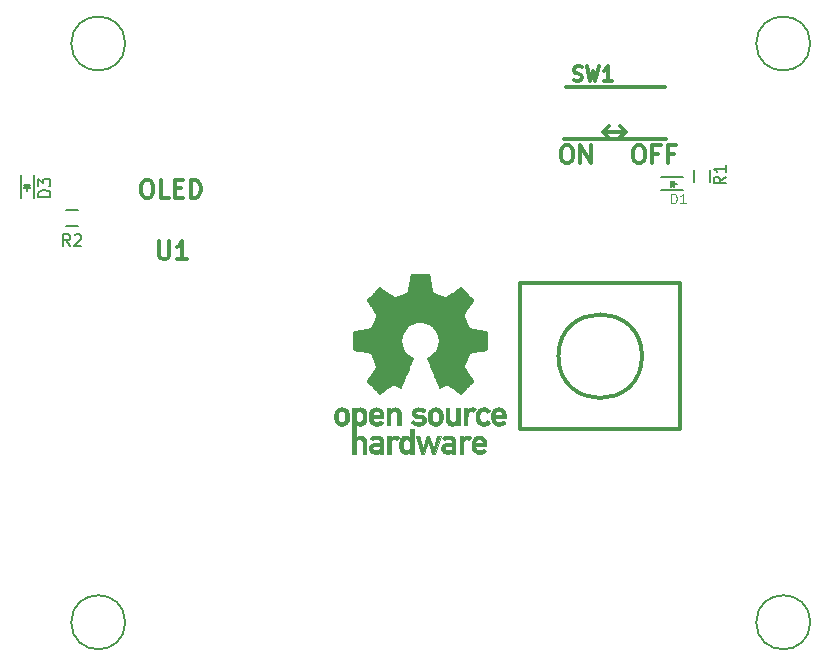
<source format=gto>
G04 #@! TF.FileFunction,Legend,Top*
%FSLAX46Y46*%
G04 Gerber Fmt 4.6, Leading zero omitted, Abs format (unit mm)*
G04 Created by KiCad (PCBNEW 4.0.2-stable) date 17/08/2016 11:41:13*
%MOMM*%
G01*
G04 APERTURE LIST*
%ADD10C,0.100000*%
%ADD11C,0.300000*%
%ADD12C,0.150000*%
%ADD13C,0.010000*%
G04 APERTURE END LIST*
D10*
D11*
X-21248572Y-12259571D02*
X-20962858Y-12259571D01*
X-20820000Y-12331000D01*
X-20677143Y-12473857D01*
X-20605715Y-12759571D01*
X-20605715Y-13259571D01*
X-20677143Y-13545286D01*
X-20820000Y-13688143D01*
X-20962858Y-13759571D01*
X-21248572Y-13759571D01*
X-21391429Y-13688143D01*
X-21534286Y-13545286D01*
X-21605715Y-13259571D01*
X-21605715Y-12759571D01*
X-21534286Y-12473857D01*
X-21391429Y-12331000D01*
X-21248572Y-12259571D01*
X-19962857Y-13759571D02*
X-19962857Y-12259571D01*
X-19105714Y-13759571D01*
X-19105714Y-12259571D01*
X-15144571Y-12259571D02*
X-14858857Y-12259571D01*
X-14715999Y-12331000D01*
X-14573142Y-12473857D01*
X-14501714Y-12759571D01*
X-14501714Y-13259571D01*
X-14573142Y-13545286D01*
X-14715999Y-13688143D01*
X-14858857Y-13759571D01*
X-15144571Y-13759571D01*
X-15287428Y-13688143D01*
X-15430285Y-13545286D01*
X-15501714Y-13259571D01*
X-15501714Y-12759571D01*
X-15430285Y-12473857D01*
X-15287428Y-12331000D01*
X-15144571Y-12259571D01*
X-13358856Y-12973857D02*
X-13858856Y-12973857D01*
X-13858856Y-13759571D02*
X-13858856Y-12259571D01*
X-13144570Y-12259571D01*
X-12073142Y-12973857D02*
X-12573142Y-12973857D01*
X-12573142Y-13759571D02*
X-12573142Y-12259571D01*
X-11858856Y-12259571D01*
D12*
X-13165000Y-16044000D02*
X-11265000Y-16044000D01*
X-13165000Y-14944000D02*
X-11265000Y-14944000D01*
X-12265000Y-15494000D02*
X-11815000Y-15494000D01*
X-12315000Y-15244000D02*
X-12315000Y-15744000D01*
X-12315000Y-15494000D02*
X-12065000Y-15244000D01*
X-12065000Y-15244000D02*
X-12065000Y-15744000D01*
X-12065000Y-15744000D02*
X-12315000Y-15494000D01*
X-67352000Y-14775000D02*
X-67352000Y-16675000D01*
X-66252000Y-14775000D02*
X-66252000Y-16675000D01*
X-66802000Y-15675000D02*
X-66802000Y-16125000D01*
X-66552000Y-15625000D02*
X-67052000Y-15625000D01*
X-66802000Y-15625000D02*
X-66552000Y-15875000D01*
X-66552000Y-15875000D02*
X-67052000Y-15875000D01*
X-67052000Y-15875000D02*
X-66802000Y-15625000D01*
X-8977000Y-14359000D02*
X-8977000Y-15359000D01*
X-10327000Y-15359000D02*
X-10327000Y-14359000D01*
X-63492000Y-17740000D02*
X-62492000Y-17740000D01*
X-62492000Y-19090000D02*
X-63492000Y-19090000D01*
D11*
X-14749639Y-30099000D02*
G75*
G03X-14749639Y-30099000I-3538361J0D01*
G01*
X-18288000Y-23899000D02*
X-25088000Y-23899000D01*
X-25088000Y-23899000D02*
X-25088000Y-36299000D01*
X-25088000Y-36299000D02*
X-18288000Y-36299000D01*
X-11488000Y-30099000D02*
X-11488000Y-36299000D01*
X-11488000Y-36299000D02*
X-15288000Y-36299000D01*
X-11488000Y-30099000D02*
X-11488000Y-23899000D01*
X-11488000Y-23899000D02*
X-15488000Y-23899000D01*
X-18288000Y-23899000D02*
X-15488000Y-23899000D01*
X-18288000Y-36299000D02*
X-15288000Y-36299000D01*
X-18018000Y-11125000D02*
X-17518000Y-11625000D01*
X-17118000Y-11125000D02*
X-18018000Y-11125000D01*
X-18018000Y-11125000D02*
X-17518000Y-10625000D01*
X-16118000Y-11125000D02*
X-16618000Y-11525000D01*
X-17118000Y-11125000D02*
X-16118000Y-11125000D01*
X-16118000Y-11125000D02*
X-16618000Y-10625000D01*
X-13218000Y-11725000D02*
X-12718000Y-11725000D01*
X-17018000Y-11725000D02*
X-21318000Y-11725000D01*
X-17018000Y-7325000D02*
X-21218000Y-7325000D01*
X-13318000Y-7325000D02*
X-12818000Y-7325000D01*
X-17018000Y-11725000D02*
X-13218000Y-11725000D01*
X-17018000Y-7325000D02*
X-13318000Y-7325000D01*
D12*
X-501000Y-3625000D02*
G75*
G03X-501000Y-3625000I-2286000J0D01*
G01*
X-501000Y-52625000D02*
G75*
G03X-501000Y-52625000I-2286000J0D01*
G01*
X-58501000Y-52625000D02*
G75*
G03X-58501000Y-52625000I-2286000J0D01*
G01*
X-58501000Y-3625000D02*
G75*
G03X-58501000Y-3625000I-2286000J0D01*
G01*
D13*
G36*
X-37197591Y-36829108D02*
X-37094022Y-36838550D01*
X-37001709Y-36856878D01*
X-36920470Y-36884189D01*
X-36850124Y-36920576D01*
X-36790487Y-36966137D01*
X-36741377Y-37020966D01*
X-36702612Y-37085159D01*
X-36674010Y-37158812D01*
X-36672527Y-37163829D01*
X-36670189Y-37172875D01*
X-36668144Y-37183522D01*
X-36666366Y-37196780D01*
X-36664832Y-37213658D01*
X-36663516Y-37235168D01*
X-36662395Y-37262320D01*
X-36661443Y-37296124D01*
X-36660637Y-37337591D01*
X-36659951Y-37387731D01*
X-36659360Y-37447554D01*
X-36658841Y-37518071D01*
X-36658369Y-37600292D01*
X-36657919Y-37695228D01*
X-36657567Y-37778872D01*
X-36655250Y-38350372D01*
X-36953371Y-38350372D01*
X-36953371Y-38281429D01*
X-36953902Y-38251844D01*
X-36955329Y-38228675D01*
X-36957404Y-38215056D01*
X-36958814Y-38212769D01*
X-36965789Y-38218311D01*
X-36977959Y-38232275D01*
X-36987774Y-38245030D01*
X-37025861Y-38285382D01*
X-37074728Y-38317312D01*
X-37134676Y-38340924D01*
X-37206008Y-38356321D01*
X-37289024Y-38363607D01*
X-37335761Y-38364235D01*
X-37375942Y-38362906D01*
X-37418139Y-38359888D01*
X-37455744Y-38355714D01*
X-37470783Y-38353356D01*
X-37554875Y-38331794D01*
X-37630473Y-38299521D01*
X-37696866Y-38257387D01*
X-37753346Y-38206240D01*
X-37799202Y-38146929D01*
X-37833726Y-38080303D01*
X-37856207Y-38007210D01*
X-37865935Y-37928499D01*
X-37865561Y-37888439D01*
X-37584743Y-37888439D01*
X-37578265Y-37938796D01*
X-37559065Y-37982449D01*
X-37527490Y-38018999D01*
X-37483890Y-38048051D01*
X-37428614Y-38069207D01*
X-37424910Y-38070223D01*
X-37399340Y-38074759D01*
X-37362882Y-38078163D01*
X-37319119Y-38080391D01*
X-37271636Y-38081398D01*
X-37224017Y-38081141D01*
X-37179846Y-38079574D01*
X-37142708Y-38076654D01*
X-37123724Y-38073951D01*
X-37092779Y-38066207D01*
X-37061291Y-38055225D01*
X-37046829Y-38048751D01*
X-37019661Y-38031998D01*
X-36998337Y-38011239D01*
X-36982143Y-37984623D01*
X-36970367Y-37950298D01*
X-36962296Y-37906414D01*
X-36957219Y-37851118D01*
X-36955281Y-37810826D01*
X-36951354Y-37703080D01*
X-37179148Y-37706166D01*
X-37243688Y-37707106D01*
X-37295550Y-37708074D01*
X-37336572Y-37709193D01*
X-37368590Y-37710589D01*
X-37393442Y-37712385D01*
X-37412964Y-37714706D01*
X-37428994Y-37717677D01*
X-37443367Y-37721422D01*
X-37454114Y-37724796D01*
X-37504806Y-37747335D01*
X-37543203Y-37777422D01*
X-37569199Y-37814927D01*
X-37582690Y-37859717D01*
X-37584743Y-37888439D01*
X-37865561Y-37888439D01*
X-37865493Y-37881266D01*
X-37854491Y-37802000D01*
X-37831197Y-37728377D01*
X-37796431Y-37661646D01*
X-37751015Y-37603057D01*
X-37695770Y-37553859D01*
X-37631520Y-37515300D01*
X-37621832Y-37510812D01*
X-37598719Y-37500683D01*
X-37577823Y-37492345D01*
X-37557421Y-37485599D01*
X-37535793Y-37480245D01*
X-37511215Y-37476086D01*
X-37481966Y-37472920D01*
X-37446324Y-37470550D01*
X-37402567Y-37468775D01*
X-37348972Y-37467397D01*
X-37283818Y-37466217D01*
X-37229143Y-37465382D01*
X-36957000Y-37461372D01*
X-36954944Y-37374786D01*
X-36954597Y-37320061D01*
X-36956886Y-37277143D01*
X-36962427Y-37243464D01*
X-36971836Y-37216458D01*
X-36985730Y-37193559D01*
X-37003209Y-37173705D01*
X-37026960Y-37153162D01*
X-37053527Y-37137504D01*
X-37085745Y-37125726D01*
X-37126448Y-37116821D01*
X-37178473Y-37109786D01*
X-37185600Y-37109021D01*
X-37259809Y-37104926D01*
X-37332319Y-37107897D01*
X-37398567Y-37117634D01*
X-37427439Y-37124808D01*
X-37457803Y-37135178D01*
X-37481788Y-37148090D01*
X-37505640Y-37167259D01*
X-37517333Y-37178275D01*
X-37557704Y-37217377D01*
X-37672800Y-37130212D01*
X-37712700Y-37099753D01*
X-37742153Y-37076577D01*
X-37762479Y-37059467D01*
X-37774996Y-37047207D01*
X-37781024Y-37038581D01*
X-37781881Y-37032372D01*
X-37781097Y-37030341D01*
X-37767251Y-37011772D01*
X-37744044Y-36988208D01*
X-37714524Y-36962181D01*
X-37681739Y-36936222D01*
X-37648737Y-36912864D01*
X-37618567Y-36894638D01*
X-37616295Y-36893440D01*
X-37571255Y-36872121D01*
X-37526563Y-36855850D01*
X-37479083Y-36843956D01*
X-37425676Y-36835767D01*
X-37363205Y-36830613D01*
X-37312600Y-36828457D01*
X-37197591Y-36829108D01*
X-37197591Y-36829108D01*
G37*
X-37197591Y-36829108D02*
X-37094022Y-36838550D01*
X-37001709Y-36856878D01*
X-36920470Y-36884189D01*
X-36850124Y-36920576D01*
X-36790487Y-36966137D01*
X-36741377Y-37020966D01*
X-36702612Y-37085159D01*
X-36674010Y-37158812D01*
X-36672527Y-37163829D01*
X-36670189Y-37172875D01*
X-36668144Y-37183522D01*
X-36666366Y-37196780D01*
X-36664832Y-37213658D01*
X-36663516Y-37235168D01*
X-36662395Y-37262320D01*
X-36661443Y-37296124D01*
X-36660637Y-37337591D01*
X-36659951Y-37387731D01*
X-36659360Y-37447554D01*
X-36658841Y-37518071D01*
X-36658369Y-37600292D01*
X-36657919Y-37695228D01*
X-36657567Y-37778872D01*
X-36655250Y-38350372D01*
X-36953371Y-38350372D01*
X-36953371Y-38281429D01*
X-36953902Y-38251844D01*
X-36955329Y-38228675D01*
X-36957404Y-38215056D01*
X-36958814Y-38212769D01*
X-36965789Y-38218311D01*
X-36977959Y-38232275D01*
X-36987774Y-38245030D01*
X-37025861Y-38285382D01*
X-37074728Y-38317312D01*
X-37134676Y-38340924D01*
X-37206008Y-38356321D01*
X-37289024Y-38363607D01*
X-37335761Y-38364235D01*
X-37375942Y-38362906D01*
X-37418139Y-38359888D01*
X-37455744Y-38355714D01*
X-37470783Y-38353356D01*
X-37554875Y-38331794D01*
X-37630473Y-38299521D01*
X-37696866Y-38257387D01*
X-37753346Y-38206240D01*
X-37799202Y-38146929D01*
X-37833726Y-38080303D01*
X-37856207Y-38007210D01*
X-37865935Y-37928499D01*
X-37865561Y-37888439D01*
X-37584743Y-37888439D01*
X-37578265Y-37938796D01*
X-37559065Y-37982449D01*
X-37527490Y-38018999D01*
X-37483890Y-38048051D01*
X-37428614Y-38069207D01*
X-37424910Y-38070223D01*
X-37399340Y-38074759D01*
X-37362882Y-38078163D01*
X-37319119Y-38080391D01*
X-37271636Y-38081398D01*
X-37224017Y-38081141D01*
X-37179846Y-38079574D01*
X-37142708Y-38076654D01*
X-37123724Y-38073951D01*
X-37092779Y-38066207D01*
X-37061291Y-38055225D01*
X-37046829Y-38048751D01*
X-37019661Y-38031998D01*
X-36998337Y-38011239D01*
X-36982143Y-37984623D01*
X-36970367Y-37950298D01*
X-36962296Y-37906414D01*
X-36957219Y-37851118D01*
X-36955281Y-37810826D01*
X-36951354Y-37703080D01*
X-37179148Y-37706166D01*
X-37243688Y-37707106D01*
X-37295550Y-37708074D01*
X-37336572Y-37709193D01*
X-37368590Y-37710589D01*
X-37393442Y-37712385D01*
X-37412964Y-37714706D01*
X-37428994Y-37717677D01*
X-37443367Y-37721422D01*
X-37454114Y-37724796D01*
X-37504806Y-37747335D01*
X-37543203Y-37777422D01*
X-37569199Y-37814927D01*
X-37582690Y-37859717D01*
X-37584743Y-37888439D01*
X-37865561Y-37888439D01*
X-37865493Y-37881266D01*
X-37854491Y-37802000D01*
X-37831197Y-37728377D01*
X-37796431Y-37661646D01*
X-37751015Y-37603057D01*
X-37695770Y-37553859D01*
X-37631520Y-37515300D01*
X-37621832Y-37510812D01*
X-37598719Y-37500683D01*
X-37577823Y-37492345D01*
X-37557421Y-37485599D01*
X-37535793Y-37480245D01*
X-37511215Y-37476086D01*
X-37481966Y-37472920D01*
X-37446324Y-37470550D01*
X-37402567Y-37468775D01*
X-37348972Y-37467397D01*
X-37283818Y-37466217D01*
X-37229143Y-37465382D01*
X-36957000Y-37461372D01*
X-36954944Y-37374786D01*
X-36954597Y-37320061D01*
X-36956886Y-37277143D01*
X-36962427Y-37243464D01*
X-36971836Y-37216458D01*
X-36985730Y-37193559D01*
X-37003209Y-37173705D01*
X-37026960Y-37153162D01*
X-37053527Y-37137504D01*
X-37085745Y-37125726D01*
X-37126448Y-37116821D01*
X-37178473Y-37109786D01*
X-37185600Y-37109021D01*
X-37259809Y-37104926D01*
X-37332319Y-37107897D01*
X-37398567Y-37117634D01*
X-37427439Y-37124808D01*
X-37457803Y-37135178D01*
X-37481788Y-37148090D01*
X-37505640Y-37167259D01*
X-37517333Y-37178275D01*
X-37557704Y-37217377D01*
X-37672800Y-37130212D01*
X-37712700Y-37099753D01*
X-37742153Y-37076577D01*
X-37762479Y-37059467D01*
X-37774996Y-37047207D01*
X-37781024Y-37038581D01*
X-37781881Y-37032372D01*
X-37781097Y-37030341D01*
X-37767251Y-37011772D01*
X-37744044Y-36988208D01*
X-37714524Y-36962181D01*
X-37681739Y-36936222D01*
X-37648737Y-36912864D01*
X-37618567Y-36894638D01*
X-37616295Y-36893440D01*
X-37571255Y-36872121D01*
X-37526563Y-36855850D01*
X-37479083Y-36843956D01*
X-37425676Y-36835767D01*
X-37363205Y-36830613D01*
X-37312600Y-36828457D01*
X-37197591Y-36829108D01*
G36*
X-34086800Y-38350372D02*
X-34384343Y-38350372D01*
X-34384343Y-38188866D01*
X-34416989Y-38218958D01*
X-34473074Y-38263688D01*
X-34536631Y-38302526D01*
X-34603398Y-38333276D01*
X-34669114Y-38353743D01*
X-34685033Y-38357023D01*
X-34736905Y-38362897D01*
X-34795516Y-38363725D01*
X-34854047Y-38359638D01*
X-34895971Y-38352972D01*
X-34969078Y-38330511D01*
X-35039274Y-38295358D01*
X-35103149Y-38249327D01*
X-35121091Y-38233173D01*
X-35171852Y-38179892D01*
X-35210720Y-38126607D01*
X-35239378Y-38069959D01*
X-35259510Y-38006590D01*
X-35272798Y-37933139D01*
X-35273273Y-37929457D01*
X-35279008Y-37873360D01*
X-35283366Y-37807946D01*
X-35286373Y-37735643D01*
X-35288051Y-37658877D01*
X-35288227Y-37621681D01*
X-34986221Y-37621681D01*
X-34985415Y-37678248D01*
X-34983479Y-37730185D01*
X-34980374Y-37774762D01*
X-34976064Y-37809248D01*
X-34975769Y-37810920D01*
X-34958341Y-37881349D01*
X-34933318Y-37939698D01*
X-34900178Y-37986560D01*
X-34858399Y-38022530D01*
X-34807460Y-38048200D01*
X-34754457Y-38062778D01*
X-34723036Y-38065713D01*
X-34683120Y-38065102D01*
X-34640153Y-38061438D01*
X-34599583Y-38055215D01*
X-34566854Y-38046927D01*
X-34562572Y-38045390D01*
X-34518612Y-38021821D01*
X-34478407Y-37987537D01*
X-34445922Y-37946336D01*
X-34431968Y-37920289D01*
X-34418672Y-37887683D01*
X-34408246Y-37855407D01*
X-34400379Y-37821123D01*
X-34394760Y-37782493D01*
X-34391078Y-37737179D01*
X-34389021Y-37682844D01*
X-34388279Y-37617149D01*
X-34388270Y-37592000D01*
X-34388619Y-37530485D01*
X-34389510Y-37481285D01*
X-34391064Y-37442207D01*
X-34393400Y-37411059D01*
X-34396638Y-37385646D01*
X-34400698Y-37364646D01*
X-34421337Y-37295650D01*
X-34449232Y-37239039D01*
X-34484900Y-37194345D01*
X-34528860Y-37161097D01*
X-34581627Y-37138828D01*
X-34643721Y-37127066D01*
X-34664360Y-37125511D01*
X-34735793Y-37126718D01*
X-34797492Y-37138569D01*
X-34849950Y-37161406D01*
X-34893660Y-37195572D01*
X-34929113Y-37241410D01*
X-34956802Y-37299264D01*
X-34969370Y-37338000D01*
X-34974575Y-37364991D01*
X-34978871Y-37403740D01*
X-34982221Y-37451514D01*
X-34984587Y-37505583D01*
X-34985933Y-37563215D01*
X-34986221Y-37621681D01*
X-35288227Y-37621681D01*
X-35288424Y-37580077D01*
X-35287518Y-37501668D01*
X-35285356Y-37426079D01*
X-35281961Y-37355737D01*
X-35277359Y-37293070D01*
X-35271573Y-37240503D01*
X-35266111Y-37207372D01*
X-35243023Y-37129012D01*
X-35207290Y-37057089D01*
X-35159749Y-36992665D01*
X-35101235Y-36936799D01*
X-35032586Y-36890552D01*
X-35004828Y-36876113D01*
X-34944261Y-36851018D01*
X-34884246Y-36835350D01*
X-34820113Y-36828200D01*
X-34758085Y-36828173D01*
X-34686738Y-36835200D01*
X-34621668Y-36851187D01*
X-34559776Y-36877362D01*
X-34497964Y-36914955D01*
X-34451818Y-36949743D01*
X-34429569Y-36967581D01*
X-34410169Y-36982902D01*
X-34397864Y-36992357D01*
X-34394898Y-36994136D01*
X-34392401Y-36993997D01*
X-34390332Y-36990821D01*
X-34388651Y-36983492D01*
X-34387318Y-36970893D01*
X-34386292Y-36951905D01*
X-34385534Y-36925412D01*
X-34385002Y-36890297D01*
X-34384658Y-36845441D01*
X-34384460Y-36789728D01*
X-34384369Y-36722040D01*
X-34384343Y-36641260D01*
X-34384343Y-36231286D01*
X-34086800Y-36231286D01*
X-34086800Y-38350372D01*
X-34086800Y-38350372D01*
G37*
X-34086800Y-38350372D02*
X-34384343Y-38350372D01*
X-34384343Y-38188866D01*
X-34416989Y-38218958D01*
X-34473074Y-38263688D01*
X-34536631Y-38302526D01*
X-34603398Y-38333276D01*
X-34669114Y-38353743D01*
X-34685033Y-38357023D01*
X-34736905Y-38362897D01*
X-34795516Y-38363725D01*
X-34854047Y-38359638D01*
X-34895971Y-38352972D01*
X-34969078Y-38330511D01*
X-35039274Y-38295358D01*
X-35103149Y-38249327D01*
X-35121091Y-38233173D01*
X-35171852Y-38179892D01*
X-35210720Y-38126607D01*
X-35239378Y-38069959D01*
X-35259510Y-38006590D01*
X-35272798Y-37933139D01*
X-35273273Y-37929457D01*
X-35279008Y-37873360D01*
X-35283366Y-37807946D01*
X-35286373Y-37735643D01*
X-35288051Y-37658877D01*
X-35288227Y-37621681D01*
X-34986221Y-37621681D01*
X-34985415Y-37678248D01*
X-34983479Y-37730185D01*
X-34980374Y-37774762D01*
X-34976064Y-37809248D01*
X-34975769Y-37810920D01*
X-34958341Y-37881349D01*
X-34933318Y-37939698D01*
X-34900178Y-37986560D01*
X-34858399Y-38022530D01*
X-34807460Y-38048200D01*
X-34754457Y-38062778D01*
X-34723036Y-38065713D01*
X-34683120Y-38065102D01*
X-34640153Y-38061438D01*
X-34599583Y-38055215D01*
X-34566854Y-38046927D01*
X-34562572Y-38045390D01*
X-34518612Y-38021821D01*
X-34478407Y-37987537D01*
X-34445922Y-37946336D01*
X-34431968Y-37920289D01*
X-34418672Y-37887683D01*
X-34408246Y-37855407D01*
X-34400379Y-37821123D01*
X-34394760Y-37782493D01*
X-34391078Y-37737179D01*
X-34389021Y-37682844D01*
X-34388279Y-37617149D01*
X-34388270Y-37592000D01*
X-34388619Y-37530485D01*
X-34389510Y-37481285D01*
X-34391064Y-37442207D01*
X-34393400Y-37411059D01*
X-34396638Y-37385646D01*
X-34400698Y-37364646D01*
X-34421337Y-37295650D01*
X-34449232Y-37239039D01*
X-34484900Y-37194345D01*
X-34528860Y-37161097D01*
X-34581627Y-37138828D01*
X-34643721Y-37127066D01*
X-34664360Y-37125511D01*
X-34735793Y-37126718D01*
X-34797492Y-37138569D01*
X-34849950Y-37161406D01*
X-34893660Y-37195572D01*
X-34929113Y-37241410D01*
X-34956802Y-37299264D01*
X-34969370Y-37338000D01*
X-34974575Y-37364991D01*
X-34978871Y-37403740D01*
X-34982221Y-37451514D01*
X-34984587Y-37505583D01*
X-34985933Y-37563215D01*
X-34986221Y-37621681D01*
X-35288227Y-37621681D01*
X-35288424Y-37580077D01*
X-35287518Y-37501668D01*
X-35285356Y-37426079D01*
X-35281961Y-37355737D01*
X-35277359Y-37293070D01*
X-35271573Y-37240503D01*
X-35266111Y-37207372D01*
X-35243023Y-37129012D01*
X-35207290Y-37057089D01*
X-35159749Y-36992665D01*
X-35101235Y-36936799D01*
X-35032586Y-36890552D01*
X-35004828Y-36876113D01*
X-34944261Y-36851018D01*
X-34884246Y-36835350D01*
X-34820113Y-36828200D01*
X-34758085Y-36828173D01*
X-34686738Y-36835200D01*
X-34621668Y-36851187D01*
X-34559776Y-36877362D01*
X-34497964Y-36914955D01*
X-34451818Y-36949743D01*
X-34429569Y-36967581D01*
X-34410169Y-36982902D01*
X-34397864Y-36992357D01*
X-34394898Y-36994136D01*
X-34392401Y-36993997D01*
X-34390332Y-36990821D01*
X-34388651Y-36983492D01*
X-34387318Y-36970893D01*
X-34386292Y-36951905D01*
X-34385534Y-36925412D01*
X-34385002Y-36890297D01*
X-34384658Y-36845441D01*
X-34384460Y-36789728D01*
X-34384369Y-36722040D01*
X-34384343Y-36641260D01*
X-34384343Y-36231286D01*
X-34086800Y-36231286D01*
X-34086800Y-38350372D01*
G36*
X-31080169Y-36829074D02*
X-30976981Y-36838406D01*
X-30885043Y-36856570D01*
X-30804133Y-36883682D01*
X-30734031Y-36919858D01*
X-30674514Y-36965213D01*
X-30625363Y-37019865D01*
X-30586354Y-37083928D01*
X-30557268Y-37157520D01*
X-30555361Y-37163829D01*
X-30552982Y-37172786D01*
X-30550900Y-37183188D01*
X-30549091Y-37196046D01*
X-30547529Y-37212375D01*
X-30546188Y-37233185D01*
X-30545043Y-37259490D01*
X-30544068Y-37292302D01*
X-30543239Y-37332633D01*
X-30542530Y-37381497D01*
X-30541915Y-37439905D01*
X-30541370Y-37508870D01*
X-30540868Y-37589404D01*
X-30540385Y-37682520D01*
X-30539940Y-37778872D01*
X-30537402Y-38350372D01*
X-30835600Y-38350372D01*
X-30835600Y-38281429D01*
X-30836214Y-38251805D01*
X-30837865Y-38228557D01*
X-30840266Y-38214837D01*
X-30841893Y-38212486D01*
X-30849283Y-38218030D01*
X-30860843Y-38232086D01*
X-30867007Y-38240927D01*
X-30899836Y-38278126D01*
X-30944645Y-38309763D01*
X-30999642Y-38334851D01*
X-31063034Y-38352407D01*
X-31073528Y-38354396D01*
X-31118939Y-38360062D01*
X-31173173Y-38363076D01*
X-31230881Y-38363443D01*
X-31286715Y-38361169D01*
X-31335328Y-38356258D01*
X-31348432Y-38354140D01*
X-31435309Y-38332279D01*
X-31512700Y-38300082D01*
X-31580193Y-38257825D01*
X-31637378Y-38205788D01*
X-31683842Y-38144248D01*
X-31699641Y-38116447D01*
X-31728283Y-38046798D01*
X-31744814Y-37973054D01*
X-31749465Y-37897491D01*
X-31748578Y-37887962D01*
X-31466812Y-37887962D01*
X-31460691Y-37938710D01*
X-31441978Y-37982300D01*
X-31410767Y-38018624D01*
X-31367151Y-38047578D01*
X-31311223Y-38069056D01*
X-31305495Y-38070644D01*
X-31280011Y-38075121D01*
X-31243613Y-38078390D01*
X-31199854Y-38080433D01*
X-31152286Y-38081228D01*
X-31104460Y-38080757D01*
X-31059929Y-38079000D01*
X-31022246Y-38075937D01*
X-30998493Y-38072343D01*
X-30946406Y-38056352D01*
X-30905988Y-38032428D01*
X-30876422Y-38000043D01*
X-30869648Y-37988784D01*
X-30853836Y-37948890D01*
X-30842943Y-37897387D01*
X-30837294Y-37836436D01*
X-30837027Y-37773429D01*
X-30839228Y-37708114D01*
X-31060571Y-37708114D01*
X-31123721Y-37708169D01*
X-31174254Y-37708406D01*
X-31214066Y-37708939D01*
X-31245056Y-37709879D01*
X-31269119Y-37711338D01*
X-31288152Y-37713428D01*
X-31304054Y-37716261D01*
X-31318720Y-37719950D01*
X-31332714Y-37724183D01*
X-31384258Y-37745867D01*
X-31423130Y-37774459D01*
X-31449589Y-37810274D01*
X-31463893Y-37853629D01*
X-31466812Y-37887962D01*
X-31748578Y-37887962D01*
X-31742469Y-37822382D01*
X-31724060Y-37750001D01*
X-31694470Y-37682622D01*
X-31653932Y-37622518D01*
X-31648367Y-37615930D01*
X-31611723Y-37580689D01*
X-31565008Y-37546521D01*
X-31512565Y-37516208D01*
X-31458737Y-37492536D01*
X-31452283Y-37490236D01*
X-31390771Y-37468923D01*
X-31115000Y-37465147D01*
X-30839228Y-37461372D01*
X-30839444Y-37352514D01*
X-30839729Y-37309346D01*
X-30840602Y-37277851D01*
X-30842388Y-37255188D01*
X-30845415Y-37238517D01*
X-30850006Y-37225000D01*
X-30855345Y-37213942D01*
X-30876339Y-37181915D01*
X-30902837Y-37156773D01*
X-30936786Y-37137553D01*
X-30980133Y-37123294D01*
X-31034826Y-37113035D01*
X-31067828Y-37109021D01*
X-31142939Y-37104916D01*
X-31216208Y-37108061D01*
X-31283105Y-37118158D01*
X-31310240Y-37124982D01*
X-31341154Y-37135549D01*
X-31365660Y-37148706D01*
X-31390111Y-37168190D01*
X-31401157Y-37178457D01*
X-31441977Y-37217392D01*
X-31556105Y-37130321D01*
X-31595732Y-37099849D01*
X-31624949Y-37076691D01*
X-31645081Y-37059614D01*
X-31657450Y-37047386D01*
X-31663380Y-37038775D01*
X-31664195Y-37032549D01*
X-31663380Y-37030442D01*
X-31649502Y-37011818D01*
X-31626260Y-36988207D01*
X-31596704Y-36962140D01*
X-31563883Y-36936154D01*
X-31530846Y-36912781D01*
X-31500643Y-36894557D01*
X-31498523Y-36893440D01*
X-31453483Y-36872121D01*
X-31408792Y-36855850D01*
X-31361312Y-36843956D01*
X-31307905Y-36835767D01*
X-31245434Y-36830613D01*
X-31194828Y-36828457D01*
X-31080169Y-36829074D01*
X-31080169Y-36829074D01*
G37*
X-31080169Y-36829074D02*
X-30976981Y-36838406D01*
X-30885043Y-36856570D01*
X-30804133Y-36883682D01*
X-30734031Y-36919858D01*
X-30674514Y-36965213D01*
X-30625363Y-37019865D01*
X-30586354Y-37083928D01*
X-30557268Y-37157520D01*
X-30555361Y-37163829D01*
X-30552982Y-37172786D01*
X-30550900Y-37183188D01*
X-30549091Y-37196046D01*
X-30547529Y-37212375D01*
X-30546188Y-37233185D01*
X-30545043Y-37259490D01*
X-30544068Y-37292302D01*
X-30543239Y-37332633D01*
X-30542530Y-37381497D01*
X-30541915Y-37439905D01*
X-30541370Y-37508870D01*
X-30540868Y-37589404D01*
X-30540385Y-37682520D01*
X-30539940Y-37778872D01*
X-30537402Y-38350372D01*
X-30835600Y-38350372D01*
X-30835600Y-38281429D01*
X-30836214Y-38251805D01*
X-30837865Y-38228557D01*
X-30840266Y-38214837D01*
X-30841893Y-38212486D01*
X-30849283Y-38218030D01*
X-30860843Y-38232086D01*
X-30867007Y-38240927D01*
X-30899836Y-38278126D01*
X-30944645Y-38309763D01*
X-30999642Y-38334851D01*
X-31063034Y-38352407D01*
X-31073528Y-38354396D01*
X-31118939Y-38360062D01*
X-31173173Y-38363076D01*
X-31230881Y-38363443D01*
X-31286715Y-38361169D01*
X-31335328Y-38356258D01*
X-31348432Y-38354140D01*
X-31435309Y-38332279D01*
X-31512700Y-38300082D01*
X-31580193Y-38257825D01*
X-31637378Y-38205788D01*
X-31683842Y-38144248D01*
X-31699641Y-38116447D01*
X-31728283Y-38046798D01*
X-31744814Y-37973054D01*
X-31749465Y-37897491D01*
X-31748578Y-37887962D01*
X-31466812Y-37887962D01*
X-31460691Y-37938710D01*
X-31441978Y-37982300D01*
X-31410767Y-38018624D01*
X-31367151Y-38047578D01*
X-31311223Y-38069056D01*
X-31305495Y-38070644D01*
X-31280011Y-38075121D01*
X-31243613Y-38078390D01*
X-31199854Y-38080433D01*
X-31152286Y-38081228D01*
X-31104460Y-38080757D01*
X-31059929Y-38079000D01*
X-31022246Y-38075937D01*
X-30998493Y-38072343D01*
X-30946406Y-38056352D01*
X-30905988Y-38032428D01*
X-30876422Y-38000043D01*
X-30869648Y-37988784D01*
X-30853836Y-37948890D01*
X-30842943Y-37897387D01*
X-30837294Y-37836436D01*
X-30837027Y-37773429D01*
X-30839228Y-37708114D01*
X-31060571Y-37708114D01*
X-31123721Y-37708169D01*
X-31174254Y-37708406D01*
X-31214066Y-37708939D01*
X-31245056Y-37709879D01*
X-31269119Y-37711338D01*
X-31288152Y-37713428D01*
X-31304054Y-37716261D01*
X-31318720Y-37719950D01*
X-31332714Y-37724183D01*
X-31384258Y-37745867D01*
X-31423130Y-37774459D01*
X-31449589Y-37810274D01*
X-31463893Y-37853629D01*
X-31466812Y-37887962D01*
X-31748578Y-37887962D01*
X-31742469Y-37822382D01*
X-31724060Y-37750001D01*
X-31694470Y-37682622D01*
X-31653932Y-37622518D01*
X-31648367Y-37615930D01*
X-31611723Y-37580689D01*
X-31565008Y-37546521D01*
X-31512565Y-37516208D01*
X-31458737Y-37492536D01*
X-31452283Y-37490236D01*
X-31390771Y-37468923D01*
X-31115000Y-37465147D01*
X-30839228Y-37461372D01*
X-30839444Y-37352514D01*
X-30839729Y-37309346D01*
X-30840602Y-37277851D01*
X-30842388Y-37255188D01*
X-30845415Y-37238517D01*
X-30850006Y-37225000D01*
X-30855345Y-37213942D01*
X-30876339Y-37181915D01*
X-30902837Y-37156773D01*
X-30936786Y-37137553D01*
X-30980133Y-37123294D01*
X-31034826Y-37113035D01*
X-31067828Y-37109021D01*
X-31142939Y-37104916D01*
X-31216208Y-37108061D01*
X-31283105Y-37118158D01*
X-31310240Y-37124982D01*
X-31341154Y-37135549D01*
X-31365660Y-37148706D01*
X-31390111Y-37168190D01*
X-31401157Y-37178457D01*
X-31441977Y-37217392D01*
X-31556105Y-37130321D01*
X-31595732Y-37099849D01*
X-31624949Y-37076691D01*
X-31645081Y-37059614D01*
X-31657450Y-37047386D01*
X-31663380Y-37038775D01*
X-31664195Y-37032549D01*
X-31663380Y-37030442D01*
X-31649502Y-37011818D01*
X-31626260Y-36988207D01*
X-31596704Y-36962140D01*
X-31563883Y-36936154D01*
X-31530846Y-36912781D01*
X-31500643Y-36894557D01*
X-31498523Y-36893440D01*
X-31453483Y-36872121D01*
X-31408792Y-36855850D01*
X-31361312Y-36843956D01*
X-31307905Y-36835767D01*
X-31245434Y-36830613D01*
X-31194828Y-36828457D01*
X-31080169Y-36829074D01*
G36*
X-28486210Y-36831357D02*
X-28433070Y-36835927D01*
X-28386106Y-36844668D01*
X-28341241Y-36858500D01*
X-28294400Y-36878346D01*
X-28259809Y-36895503D01*
X-28179594Y-36944450D01*
X-28110585Y-37002570D01*
X-28052577Y-37070063D01*
X-28006107Y-37145686D01*
X-27984834Y-37189434D01*
X-27967958Y-37230539D01*
X-27955009Y-37271534D01*
X-27945520Y-37314956D01*
X-27939021Y-37363338D01*
X-27935044Y-37419217D01*
X-27933120Y-37485127D01*
X-27932743Y-37542480D01*
X-27932743Y-37704380D01*
X-28872543Y-37708114D01*
X-28870281Y-37748029D01*
X-28860466Y-37816625D01*
X-28839749Y-37880763D01*
X-28809293Y-37938495D01*
X-28770263Y-37987871D01*
X-28723823Y-38026945D01*
X-28693191Y-38044486D01*
X-28625432Y-38069280D01*
X-28553381Y-38081357D01*
X-28479164Y-38081022D01*
X-28404905Y-38068575D01*
X-28332729Y-38044322D01*
X-28264761Y-38008563D01*
X-28221301Y-37977237D01*
X-28200935Y-37961016D01*
X-28185200Y-37949174D01*
X-28177191Y-37944029D01*
X-28176911Y-37943972D01*
X-28170542Y-37948456D01*
X-28154915Y-37960946D01*
X-28131787Y-37979991D01*
X-28102915Y-38004146D01*
X-28070056Y-38031961D01*
X-28067388Y-38034233D01*
X-27961419Y-38124494D01*
X-27984184Y-38150422D01*
X-28024712Y-38189680D01*
X-28076130Y-38228847D01*
X-28134943Y-38265900D01*
X-28197657Y-38298817D01*
X-28260777Y-38325576D01*
X-28317687Y-38343390D01*
X-28357935Y-38350989D01*
X-28408174Y-38356828D01*
X-28463967Y-38360707D01*
X-28520875Y-38362427D01*
X-28574461Y-38361787D01*
X-28620284Y-38358587D01*
X-28629428Y-38357444D01*
X-28675073Y-38348674D01*
X-28726820Y-38334867D01*
X-28778631Y-38317894D01*
X-28824468Y-38299622D01*
X-28839927Y-38292294D01*
X-28905630Y-38251788D01*
X-28967512Y-38199384D01*
X-29023027Y-38137639D01*
X-29069625Y-38069112D01*
X-29079145Y-38052041D01*
X-29100105Y-38006453D01*
X-29120309Y-37950716D01*
X-29138376Y-37889181D01*
X-29152925Y-37826199D01*
X-29156034Y-37809714D01*
X-29162583Y-37760621D01*
X-29166983Y-37701221D01*
X-29169233Y-37635564D01*
X-29169330Y-37567698D01*
X-29167273Y-37501671D01*
X-29163460Y-37447243D01*
X-28873436Y-37447243D01*
X-28871037Y-37460309D01*
X-28870409Y-37461086D01*
X-28862560Y-37461903D01*
X-28841688Y-37462663D01*
X-28809286Y-37463347D01*
X-28766844Y-37463937D01*
X-28715854Y-37464414D01*
X-28657809Y-37464761D01*
X-28594200Y-37464959D01*
X-28548390Y-37465000D01*
X-28230285Y-37465000D01*
X-28230412Y-37441414D01*
X-28233781Y-37405794D01*
X-28242596Y-37363104D01*
X-28255401Y-37319042D01*
X-28270737Y-37279308D01*
X-28273203Y-37273997D01*
X-28305775Y-37221186D01*
X-28347137Y-37178289D01*
X-28395462Y-37145325D01*
X-28448921Y-37122316D01*
X-28505686Y-37109279D01*
X-28563928Y-37106235D01*
X-28621819Y-37113203D01*
X-28677531Y-37130204D01*
X-28729235Y-37157256D01*
X-28775103Y-37194379D01*
X-28813307Y-37241593D01*
X-28828479Y-37268029D01*
X-28839574Y-37293956D01*
X-28850151Y-37325712D01*
X-28859519Y-37360107D01*
X-28866984Y-37393953D01*
X-28871854Y-37424061D01*
X-28873436Y-37447243D01*
X-29163460Y-37447243D01*
X-29163060Y-37441534D01*
X-29156688Y-37391334D01*
X-29156250Y-37388800D01*
X-29131767Y-37282618D01*
X-29097597Y-37186839D01*
X-29053884Y-37101641D01*
X-29000771Y-37027202D01*
X-28938402Y-36963698D01*
X-28866919Y-36911308D01*
X-28786465Y-36870209D01*
X-28718629Y-36846408D01*
X-28693494Y-36839771D01*
X-28669372Y-36835165D01*
X-28642695Y-36832243D01*
X-28609897Y-36830661D01*
X-28567410Y-36830074D01*
X-28549600Y-36830039D01*
X-28486210Y-36831357D01*
X-28486210Y-36831357D01*
G37*
X-28486210Y-36831357D02*
X-28433070Y-36835927D01*
X-28386106Y-36844668D01*
X-28341241Y-36858500D01*
X-28294400Y-36878346D01*
X-28259809Y-36895503D01*
X-28179594Y-36944450D01*
X-28110585Y-37002570D01*
X-28052577Y-37070063D01*
X-28006107Y-37145686D01*
X-27984834Y-37189434D01*
X-27967958Y-37230539D01*
X-27955009Y-37271534D01*
X-27945520Y-37314956D01*
X-27939021Y-37363338D01*
X-27935044Y-37419217D01*
X-27933120Y-37485127D01*
X-27932743Y-37542480D01*
X-27932743Y-37704380D01*
X-28872543Y-37708114D01*
X-28870281Y-37748029D01*
X-28860466Y-37816625D01*
X-28839749Y-37880763D01*
X-28809293Y-37938495D01*
X-28770263Y-37987871D01*
X-28723823Y-38026945D01*
X-28693191Y-38044486D01*
X-28625432Y-38069280D01*
X-28553381Y-38081357D01*
X-28479164Y-38081022D01*
X-28404905Y-38068575D01*
X-28332729Y-38044322D01*
X-28264761Y-38008563D01*
X-28221301Y-37977237D01*
X-28200935Y-37961016D01*
X-28185200Y-37949174D01*
X-28177191Y-37944029D01*
X-28176911Y-37943972D01*
X-28170542Y-37948456D01*
X-28154915Y-37960946D01*
X-28131787Y-37979991D01*
X-28102915Y-38004146D01*
X-28070056Y-38031961D01*
X-28067388Y-38034233D01*
X-27961419Y-38124494D01*
X-27984184Y-38150422D01*
X-28024712Y-38189680D01*
X-28076130Y-38228847D01*
X-28134943Y-38265900D01*
X-28197657Y-38298817D01*
X-28260777Y-38325576D01*
X-28317687Y-38343390D01*
X-28357935Y-38350989D01*
X-28408174Y-38356828D01*
X-28463967Y-38360707D01*
X-28520875Y-38362427D01*
X-28574461Y-38361787D01*
X-28620284Y-38358587D01*
X-28629428Y-38357444D01*
X-28675073Y-38348674D01*
X-28726820Y-38334867D01*
X-28778631Y-38317894D01*
X-28824468Y-38299622D01*
X-28839927Y-38292294D01*
X-28905630Y-38251788D01*
X-28967512Y-38199384D01*
X-29023027Y-38137639D01*
X-29069625Y-38069112D01*
X-29079145Y-38052041D01*
X-29100105Y-38006453D01*
X-29120309Y-37950716D01*
X-29138376Y-37889181D01*
X-29152925Y-37826199D01*
X-29156034Y-37809714D01*
X-29162583Y-37760621D01*
X-29166983Y-37701221D01*
X-29169233Y-37635564D01*
X-29169330Y-37567698D01*
X-29167273Y-37501671D01*
X-29163460Y-37447243D01*
X-28873436Y-37447243D01*
X-28871037Y-37460309D01*
X-28870409Y-37461086D01*
X-28862560Y-37461903D01*
X-28841688Y-37462663D01*
X-28809286Y-37463347D01*
X-28766844Y-37463937D01*
X-28715854Y-37464414D01*
X-28657809Y-37464761D01*
X-28594200Y-37464959D01*
X-28548390Y-37465000D01*
X-28230285Y-37465000D01*
X-28230412Y-37441414D01*
X-28233781Y-37405794D01*
X-28242596Y-37363104D01*
X-28255401Y-37319042D01*
X-28270737Y-37279308D01*
X-28273203Y-37273997D01*
X-28305775Y-37221186D01*
X-28347137Y-37178289D01*
X-28395462Y-37145325D01*
X-28448921Y-37122316D01*
X-28505686Y-37109279D01*
X-28563928Y-37106235D01*
X-28621819Y-37113203D01*
X-28677531Y-37130204D01*
X-28729235Y-37157256D01*
X-28775103Y-37194379D01*
X-28813307Y-37241593D01*
X-28828479Y-37268029D01*
X-28839574Y-37293956D01*
X-28850151Y-37325712D01*
X-28859519Y-37360107D01*
X-28866984Y-37393953D01*
X-28871854Y-37424061D01*
X-28873436Y-37447243D01*
X-29163460Y-37447243D01*
X-29163060Y-37441534D01*
X-29156688Y-37391334D01*
X-29156250Y-37388800D01*
X-29131767Y-37282618D01*
X-29097597Y-37186839D01*
X-29053884Y-37101641D01*
X-29000771Y-37027202D01*
X-28938402Y-36963698D01*
X-28866919Y-36911308D01*
X-28786465Y-36870209D01*
X-28718629Y-36846408D01*
X-28693494Y-36839771D01*
X-28669372Y-36835165D01*
X-28642695Y-36832243D01*
X-28609897Y-36830661D01*
X-28567410Y-36830074D01*
X-28549600Y-36830039D01*
X-28486210Y-36831357D01*
G36*
X-38520705Y-34443387D02*
X-38481000Y-34449623D01*
X-38451453Y-34457799D01*
X-38415178Y-34470750D01*
X-38378161Y-34486250D01*
X-38362351Y-34493713D01*
X-38294267Y-34534994D01*
X-38234267Y-34586891D01*
X-38183770Y-34647600D01*
X-38144190Y-34715314D01*
X-38116945Y-34788227D01*
X-38110541Y-34814856D01*
X-38102826Y-34862606D01*
X-38096581Y-34922209D01*
X-38091805Y-34991159D01*
X-38088499Y-35066952D01*
X-38086663Y-35147083D01*
X-38086297Y-35229046D01*
X-38087400Y-35310338D01*
X-38089973Y-35388452D01*
X-38094016Y-35460885D01*
X-38099530Y-35525131D01*
X-38106513Y-35578685D01*
X-38110524Y-35600518D01*
X-38133731Y-35677219D01*
X-38169558Y-35748013D01*
X-38216885Y-35811668D01*
X-38274592Y-35866950D01*
X-38341558Y-35912626D01*
X-38416663Y-35947465D01*
X-38430200Y-35952235D01*
X-38508906Y-35971306D01*
X-38590652Y-35977291D01*
X-38672600Y-35970363D01*
X-38751909Y-35950694D01*
X-38804406Y-35929404D01*
X-38838099Y-35911441D01*
X-38874825Y-35888923D01*
X-38910712Y-35864503D01*
X-38941892Y-35840834D01*
X-38964494Y-35820568D01*
X-38966824Y-35818075D01*
X-38978780Y-35807065D01*
X-38986496Y-35803114D01*
X-38987436Y-35810193D01*
X-38988332Y-35830717D01*
X-38989173Y-35863617D01*
X-38989949Y-35907824D01*
X-38990647Y-35962268D01*
X-38991258Y-36025881D01*
X-38991770Y-36097593D01*
X-38992173Y-36176335D01*
X-38992455Y-36261037D01*
X-38992606Y-36350632D01*
X-38992628Y-36402406D01*
X-38992628Y-37001698D01*
X-38943643Y-36957461D01*
X-38878135Y-36907735D01*
X-38805523Y-36869459D01*
X-38727818Y-36842953D01*
X-38647028Y-36828536D01*
X-38565165Y-36826527D01*
X-38484238Y-36837244D01*
X-38406257Y-36861007D01*
X-38387214Y-36869134D01*
X-38311277Y-36910911D01*
X-38245860Y-36962643D01*
X-38190892Y-37024414D01*
X-38146299Y-37096310D01*
X-38112008Y-37178414D01*
X-38106253Y-37196486D01*
X-38103182Y-37206809D01*
X-38100514Y-37216817D01*
X-38098214Y-37227568D01*
X-38096249Y-37240121D01*
X-38094587Y-37255535D01*
X-38093193Y-37274868D01*
X-38092035Y-37299180D01*
X-38091079Y-37329529D01*
X-38090292Y-37366974D01*
X-38089640Y-37412573D01*
X-38089091Y-37467386D01*
X-38088610Y-37532471D01*
X-38088165Y-37608888D01*
X-38087723Y-37697694D01*
X-38087249Y-37799949D01*
X-38087246Y-37800643D01*
X-38084731Y-38350372D01*
X-38382024Y-38350372D01*
X-38384920Y-37865957D01*
X-38385515Y-37766947D01*
X-38386089Y-37681313D01*
X-38386730Y-37607919D01*
X-38387525Y-37545628D01*
X-38388561Y-37493302D01*
X-38389927Y-37449805D01*
X-38391710Y-37413999D01*
X-38393997Y-37384747D01*
X-38396876Y-37360913D01*
X-38400435Y-37341358D01*
X-38404760Y-37324947D01*
X-38409940Y-37310541D01*
X-38416062Y-37297004D01*
X-38423213Y-37283199D01*
X-38430857Y-37269136D01*
X-38458712Y-37229200D01*
X-38495851Y-37191767D01*
X-38537617Y-37161011D01*
X-38569924Y-37144534D01*
X-38592390Y-37136605D01*
X-38614828Y-37131571D01*
X-38641596Y-37128829D01*
X-38677050Y-37127774D01*
X-38691457Y-37127693D01*
X-38727641Y-37127913D01*
X-38753635Y-37129246D01*
X-38773758Y-37132464D01*
X-38792330Y-37138339D01*
X-38813670Y-37147642D01*
X-38820088Y-37150662D01*
X-38874698Y-37184406D01*
X-38920456Y-37229164D01*
X-38951249Y-37274910D01*
X-38959055Y-37289673D01*
X-38965805Y-37303998D01*
X-38971578Y-37319013D01*
X-38976449Y-37335844D01*
X-38980496Y-37355619D01*
X-38983796Y-37379463D01*
X-38986425Y-37408505D01*
X-38988460Y-37443869D01*
X-38989978Y-37486684D01*
X-38991055Y-37538076D01*
X-38991768Y-37599171D01*
X-38992194Y-37671096D01*
X-38992410Y-37754979D01*
X-38992493Y-37851945D01*
X-38992502Y-37880472D01*
X-38992628Y-38350372D01*
X-39290171Y-38350372D01*
X-39290171Y-35208029D01*
X-38987628Y-35208029D01*
X-38987040Y-35279182D01*
X-38985069Y-35338138D01*
X-38981399Y-35387173D01*
X-38975716Y-35428564D01*
X-38967705Y-35464589D01*
X-38957052Y-35497525D01*
X-38943442Y-35529647D01*
X-38943105Y-35530366D01*
X-38917649Y-35576604D01*
X-38889429Y-35611267D01*
X-38855997Y-35637292D01*
X-38851988Y-35639700D01*
X-38803090Y-35661228D01*
X-38746056Y-35674563D01*
X-38685054Y-35679208D01*
X-38624257Y-35674665D01*
X-38599673Y-35669870D01*
X-38543800Y-35650598D01*
X-38497122Y-35620983D01*
X-38459207Y-35580521D01*
X-38429624Y-35528708D01*
X-38407942Y-35465043D01*
X-38402023Y-35439300D01*
X-38394510Y-35390913D01*
X-38389281Y-35332452D01*
X-38386309Y-35267331D01*
X-38385568Y-35198967D01*
X-38387031Y-35130774D01*
X-38390671Y-35066166D01*
X-38396462Y-35008560D01*
X-38404377Y-34961368D01*
X-38405801Y-34955172D01*
X-38427389Y-34890788D01*
X-38458408Y-34837396D01*
X-38498610Y-34795168D01*
X-38547750Y-34764275D01*
X-38605582Y-34744890D01*
X-38671860Y-34737186D01*
X-38715392Y-34738229D01*
X-38779626Y-34747696D01*
X-38833459Y-34766708D01*
X-38877978Y-34795938D01*
X-38914273Y-34836063D01*
X-38938093Y-34876406D01*
X-38953028Y-34909389D01*
X-38964763Y-34942213D01*
X-38973645Y-34977200D01*
X-38980020Y-35016673D01*
X-38984237Y-35062955D01*
X-38986641Y-35118370D01*
X-38987580Y-35185238D01*
X-38987628Y-35208029D01*
X-39290171Y-35208029D01*
X-39290171Y-34453286D01*
X-38992628Y-34453286D01*
X-38992628Y-34613043D01*
X-38940014Y-34568865D01*
X-38892914Y-34534028D01*
X-38839144Y-34501993D01*
X-38783315Y-34475111D01*
X-38730036Y-34455730D01*
X-38705971Y-34449623D01*
X-38647916Y-34441610D01*
X-38583775Y-34439531D01*
X-38520705Y-34443387D01*
X-38520705Y-34443387D01*
G37*
X-38520705Y-34443387D02*
X-38481000Y-34449623D01*
X-38451453Y-34457799D01*
X-38415178Y-34470750D01*
X-38378161Y-34486250D01*
X-38362351Y-34493713D01*
X-38294267Y-34534994D01*
X-38234267Y-34586891D01*
X-38183770Y-34647600D01*
X-38144190Y-34715314D01*
X-38116945Y-34788227D01*
X-38110541Y-34814856D01*
X-38102826Y-34862606D01*
X-38096581Y-34922209D01*
X-38091805Y-34991159D01*
X-38088499Y-35066952D01*
X-38086663Y-35147083D01*
X-38086297Y-35229046D01*
X-38087400Y-35310338D01*
X-38089973Y-35388452D01*
X-38094016Y-35460885D01*
X-38099530Y-35525131D01*
X-38106513Y-35578685D01*
X-38110524Y-35600518D01*
X-38133731Y-35677219D01*
X-38169558Y-35748013D01*
X-38216885Y-35811668D01*
X-38274592Y-35866950D01*
X-38341558Y-35912626D01*
X-38416663Y-35947465D01*
X-38430200Y-35952235D01*
X-38508906Y-35971306D01*
X-38590652Y-35977291D01*
X-38672600Y-35970363D01*
X-38751909Y-35950694D01*
X-38804406Y-35929404D01*
X-38838099Y-35911441D01*
X-38874825Y-35888923D01*
X-38910712Y-35864503D01*
X-38941892Y-35840834D01*
X-38964494Y-35820568D01*
X-38966824Y-35818075D01*
X-38978780Y-35807065D01*
X-38986496Y-35803114D01*
X-38987436Y-35810193D01*
X-38988332Y-35830717D01*
X-38989173Y-35863617D01*
X-38989949Y-35907824D01*
X-38990647Y-35962268D01*
X-38991258Y-36025881D01*
X-38991770Y-36097593D01*
X-38992173Y-36176335D01*
X-38992455Y-36261037D01*
X-38992606Y-36350632D01*
X-38992628Y-36402406D01*
X-38992628Y-37001698D01*
X-38943643Y-36957461D01*
X-38878135Y-36907735D01*
X-38805523Y-36869459D01*
X-38727818Y-36842953D01*
X-38647028Y-36828536D01*
X-38565165Y-36826527D01*
X-38484238Y-36837244D01*
X-38406257Y-36861007D01*
X-38387214Y-36869134D01*
X-38311277Y-36910911D01*
X-38245860Y-36962643D01*
X-38190892Y-37024414D01*
X-38146299Y-37096310D01*
X-38112008Y-37178414D01*
X-38106253Y-37196486D01*
X-38103182Y-37206809D01*
X-38100514Y-37216817D01*
X-38098214Y-37227568D01*
X-38096249Y-37240121D01*
X-38094587Y-37255535D01*
X-38093193Y-37274868D01*
X-38092035Y-37299180D01*
X-38091079Y-37329529D01*
X-38090292Y-37366974D01*
X-38089640Y-37412573D01*
X-38089091Y-37467386D01*
X-38088610Y-37532471D01*
X-38088165Y-37608888D01*
X-38087723Y-37697694D01*
X-38087249Y-37799949D01*
X-38087246Y-37800643D01*
X-38084731Y-38350372D01*
X-38382024Y-38350372D01*
X-38384920Y-37865957D01*
X-38385515Y-37766947D01*
X-38386089Y-37681313D01*
X-38386730Y-37607919D01*
X-38387525Y-37545628D01*
X-38388561Y-37493302D01*
X-38389927Y-37449805D01*
X-38391710Y-37413999D01*
X-38393997Y-37384747D01*
X-38396876Y-37360913D01*
X-38400435Y-37341358D01*
X-38404760Y-37324947D01*
X-38409940Y-37310541D01*
X-38416062Y-37297004D01*
X-38423213Y-37283199D01*
X-38430857Y-37269136D01*
X-38458712Y-37229200D01*
X-38495851Y-37191767D01*
X-38537617Y-37161011D01*
X-38569924Y-37144534D01*
X-38592390Y-37136605D01*
X-38614828Y-37131571D01*
X-38641596Y-37128829D01*
X-38677050Y-37127774D01*
X-38691457Y-37127693D01*
X-38727641Y-37127913D01*
X-38753635Y-37129246D01*
X-38773758Y-37132464D01*
X-38792330Y-37138339D01*
X-38813670Y-37147642D01*
X-38820088Y-37150662D01*
X-38874698Y-37184406D01*
X-38920456Y-37229164D01*
X-38951249Y-37274910D01*
X-38959055Y-37289673D01*
X-38965805Y-37303998D01*
X-38971578Y-37319013D01*
X-38976449Y-37335844D01*
X-38980496Y-37355619D01*
X-38983796Y-37379463D01*
X-38986425Y-37408505D01*
X-38988460Y-37443869D01*
X-38989978Y-37486684D01*
X-38991055Y-37538076D01*
X-38991768Y-37599171D01*
X-38992194Y-37671096D01*
X-38992410Y-37754979D01*
X-38992493Y-37851945D01*
X-38992502Y-37880472D01*
X-38992628Y-38350372D01*
X-39290171Y-38350372D01*
X-39290171Y-35208029D01*
X-38987628Y-35208029D01*
X-38987040Y-35279182D01*
X-38985069Y-35338138D01*
X-38981399Y-35387173D01*
X-38975716Y-35428564D01*
X-38967705Y-35464589D01*
X-38957052Y-35497525D01*
X-38943442Y-35529647D01*
X-38943105Y-35530366D01*
X-38917649Y-35576604D01*
X-38889429Y-35611267D01*
X-38855997Y-35637292D01*
X-38851988Y-35639700D01*
X-38803090Y-35661228D01*
X-38746056Y-35674563D01*
X-38685054Y-35679208D01*
X-38624257Y-35674665D01*
X-38599673Y-35669870D01*
X-38543800Y-35650598D01*
X-38497122Y-35620983D01*
X-38459207Y-35580521D01*
X-38429624Y-35528708D01*
X-38407942Y-35465043D01*
X-38402023Y-35439300D01*
X-38394510Y-35390913D01*
X-38389281Y-35332452D01*
X-38386309Y-35267331D01*
X-38385568Y-35198967D01*
X-38387031Y-35130774D01*
X-38390671Y-35066166D01*
X-38396462Y-35008560D01*
X-38404377Y-34961368D01*
X-38405801Y-34955172D01*
X-38427389Y-34890788D01*
X-38458408Y-34837396D01*
X-38498610Y-34795168D01*
X-38547750Y-34764275D01*
X-38605582Y-34744890D01*
X-38671860Y-34737186D01*
X-38715392Y-34738229D01*
X-38779626Y-34747696D01*
X-38833459Y-34766708D01*
X-38877978Y-34795938D01*
X-38914273Y-34836063D01*
X-38938093Y-34876406D01*
X-38953028Y-34909389D01*
X-38964763Y-34942213D01*
X-38973645Y-34977200D01*
X-38980020Y-35016673D01*
X-38984237Y-35062955D01*
X-38986641Y-35118370D01*
X-38987580Y-35185238D01*
X-38987628Y-35208029D01*
X-39290171Y-35208029D01*
X-39290171Y-34453286D01*
X-38992628Y-34453286D01*
X-38992628Y-34613043D01*
X-38940014Y-34568865D01*
X-38892914Y-34534028D01*
X-38839144Y-34501993D01*
X-38783315Y-34475111D01*
X-38730036Y-34455730D01*
X-38705971Y-34449623D01*
X-38647916Y-34441610D01*
X-38583775Y-34439531D01*
X-38520705Y-34443387D01*
G36*
X-35516035Y-36836656D02*
X-35439254Y-36859305D01*
X-35397859Y-36877729D01*
X-35365680Y-36895191D01*
X-35338492Y-36912212D01*
X-35318578Y-36927160D01*
X-35308218Y-36938403D01*
X-35307430Y-36942445D01*
X-35312561Y-36949476D01*
X-35325716Y-36965908D01*
X-35345526Y-36990075D01*
X-35370622Y-37020314D01*
X-35399635Y-37054960D01*
X-35414349Y-37072429D01*
X-35448294Y-37112547D01*
X-35474234Y-37142758D01*
X-35493474Y-37164292D01*
X-35507317Y-37178379D01*
X-35517066Y-37186248D01*
X-35524027Y-37189130D01*
X-35529502Y-37188254D01*
X-35534092Y-37185377D01*
X-35548090Y-37176584D01*
X-35570381Y-37164220D01*
X-35596152Y-37150954D01*
X-35596285Y-37150888D01*
X-35618717Y-37140285D01*
X-35637283Y-37133504D01*
X-35656432Y-37129712D01*
X-35680608Y-37128075D01*
X-35714259Y-37127760D01*
X-35719657Y-37127773D01*
X-35758814Y-37128551D01*
X-35788109Y-37131046D01*
X-35812157Y-37135919D01*
X-35835573Y-37143829D01*
X-35837561Y-37144614D01*
X-35879311Y-37167092D01*
X-35920164Y-37199354D01*
X-35955393Y-37237187D01*
X-35976112Y-37268188D01*
X-35983837Y-37282805D01*
X-35990522Y-37297014D01*
X-35996242Y-37311933D01*
X-36001073Y-37328686D01*
X-36005090Y-37348391D01*
X-36008369Y-37372171D01*
X-36010984Y-37401146D01*
X-36013012Y-37436437D01*
X-36014527Y-37479165D01*
X-36015606Y-37530451D01*
X-36016324Y-37591415D01*
X-36016755Y-37663179D01*
X-36016976Y-37746863D01*
X-36017063Y-37843589D01*
X-36017074Y-37876843D01*
X-36017200Y-38350372D01*
X-36314743Y-38350372D01*
X-36314743Y-36840886D01*
X-36017200Y-36840886D01*
X-36017200Y-36920714D01*
X-36016813Y-36952793D01*
X-36015765Y-36978717D01*
X-36014222Y-36995558D01*
X-36012639Y-37000543D01*
X-36005690Y-36995882D01*
X-35990895Y-36983398D01*
X-35970861Y-36965335D01*
X-35959984Y-36955186D01*
X-35898116Y-36906538D01*
X-35828698Y-36869075D01*
X-35753754Y-36843076D01*
X-35675312Y-36828820D01*
X-35595397Y-36826587D01*
X-35516035Y-36836656D01*
X-35516035Y-36836656D01*
G37*
X-35516035Y-36836656D02*
X-35439254Y-36859305D01*
X-35397859Y-36877729D01*
X-35365680Y-36895191D01*
X-35338492Y-36912212D01*
X-35318578Y-36927160D01*
X-35308218Y-36938403D01*
X-35307430Y-36942445D01*
X-35312561Y-36949476D01*
X-35325716Y-36965908D01*
X-35345526Y-36990075D01*
X-35370622Y-37020314D01*
X-35399635Y-37054960D01*
X-35414349Y-37072429D01*
X-35448294Y-37112547D01*
X-35474234Y-37142758D01*
X-35493474Y-37164292D01*
X-35507317Y-37178379D01*
X-35517066Y-37186248D01*
X-35524027Y-37189130D01*
X-35529502Y-37188254D01*
X-35534092Y-37185377D01*
X-35548090Y-37176584D01*
X-35570381Y-37164220D01*
X-35596152Y-37150954D01*
X-35596285Y-37150888D01*
X-35618717Y-37140285D01*
X-35637283Y-37133504D01*
X-35656432Y-37129712D01*
X-35680608Y-37128075D01*
X-35714259Y-37127760D01*
X-35719657Y-37127773D01*
X-35758814Y-37128551D01*
X-35788109Y-37131046D01*
X-35812157Y-37135919D01*
X-35835573Y-37143829D01*
X-35837561Y-37144614D01*
X-35879311Y-37167092D01*
X-35920164Y-37199354D01*
X-35955393Y-37237187D01*
X-35976112Y-37268188D01*
X-35983837Y-37282805D01*
X-35990522Y-37297014D01*
X-35996242Y-37311933D01*
X-36001073Y-37328686D01*
X-36005090Y-37348391D01*
X-36008369Y-37372171D01*
X-36010984Y-37401146D01*
X-36013012Y-37436437D01*
X-36014527Y-37479165D01*
X-36015606Y-37530451D01*
X-36016324Y-37591415D01*
X-36016755Y-37663179D01*
X-36016976Y-37746863D01*
X-36017063Y-37843589D01*
X-36017074Y-37876843D01*
X-36017200Y-38350372D01*
X-36314743Y-38350372D01*
X-36314743Y-36840886D01*
X-36017200Y-36840886D01*
X-36017200Y-36920714D01*
X-36016813Y-36952793D01*
X-36015765Y-36978717D01*
X-36014222Y-36995558D01*
X-36012639Y-37000543D01*
X-36005690Y-36995882D01*
X-35990895Y-36983398D01*
X-35970861Y-36965335D01*
X-35959984Y-36955186D01*
X-35898116Y-36906538D01*
X-35828698Y-36869075D01*
X-35753754Y-36843076D01*
X-35675312Y-36828820D01*
X-35595397Y-36826587D01*
X-35516035Y-36836656D01*
G36*
X-32569309Y-37368663D02*
X-32541999Y-37452697D01*
X-32515871Y-37532572D01*
X-32491279Y-37607233D01*
X-32468580Y-37675625D01*
X-32448128Y-37736694D01*
X-32430279Y-37789386D01*
X-32415389Y-37832646D01*
X-32403812Y-37865420D01*
X-32395903Y-37886652D01*
X-32392019Y-37895290D01*
X-32391794Y-37895432D01*
X-32388891Y-37888385D01*
X-32382501Y-37868416D01*
X-32372934Y-37836615D01*
X-32360501Y-37794068D01*
X-32345510Y-37741865D01*
X-32328274Y-37681092D01*
X-32309101Y-37612838D01*
X-32288303Y-37538190D01*
X-32266189Y-37458237D01*
X-32243070Y-37374066D01*
X-32241956Y-37369996D01*
X-32218844Y-37285631D01*
X-32196816Y-37205401D01*
X-32176175Y-37130396D01*
X-32157222Y-37061707D01*
X-32140260Y-37000426D01*
X-32125592Y-36947642D01*
X-32113520Y-36904446D01*
X-32104346Y-36871930D01*
X-32098374Y-36851183D01*
X-32095905Y-36843298D01*
X-32095881Y-36843262D01*
X-32088164Y-36842564D01*
X-32068079Y-36842115D01*
X-32037772Y-36841923D01*
X-31999388Y-36841999D01*
X-31955072Y-36842351D01*
X-31937475Y-36842556D01*
X-31781735Y-36844514D01*
X-32021852Y-37595629D01*
X-32261969Y-38346743D01*
X-32394078Y-38348720D01*
X-32526186Y-38350698D01*
X-32546307Y-38283559D01*
X-32551887Y-38264933D01*
X-32561216Y-38233778D01*
X-32573883Y-38191469D01*
X-32589476Y-38139383D01*
X-32607582Y-38078896D01*
X-32627792Y-38011383D01*
X-32649691Y-37938219D01*
X-32672869Y-37860782D01*
X-32696914Y-37780447D01*
X-32704399Y-37755439D01*
X-32728044Y-37676790D01*
X-32750609Y-37602414D01*
X-32771735Y-37533450D01*
X-32791063Y-37471040D01*
X-32808234Y-37416323D01*
X-32822888Y-37370440D01*
X-32834668Y-37334530D01*
X-32843213Y-37309734D01*
X-32848165Y-37297191D01*
X-32849137Y-37295850D01*
X-32852250Y-37302857D01*
X-32859149Y-37322704D01*
X-32869502Y-37354314D01*
X-32882972Y-37396611D01*
X-32899226Y-37448519D01*
X-32917928Y-37508960D01*
X-32938743Y-37576859D01*
X-32961338Y-37651139D01*
X-32985376Y-37730722D01*
X-33010524Y-37814534D01*
X-33012754Y-37821993D01*
X-33169603Y-38346743D01*
X-33301302Y-38348720D01*
X-33433001Y-38350696D01*
X-33487409Y-38181805D01*
X-33513828Y-38099723D01*
X-33541644Y-38013164D01*
X-33570531Y-37923149D01*
X-33600164Y-37830702D01*
X-33630216Y-37736844D01*
X-33660363Y-37642598D01*
X-33690278Y-37548986D01*
X-33719635Y-37457031D01*
X-33748109Y-37367755D01*
X-33775374Y-37282181D01*
X-33801104Y-37201330D01*
X-33824974Y-37126225D01*
X-33846657Y-37057889D01*
X-33865829Y-36997343D01*
X-33882163Y-36945610D01*
X-33895333Y-36903713D01*
X-33905014Y-36872674D01*
X-33910880Y-36853515D01*
X-33912628Y-36847276D01*
X-33905721Y-36845398D01*
X-33886396Y-36843738D01*
X-33856752Y-36842383D01*
X-33818883Y-36841418D01*
X-33774887Y-36840929D01*
X-33756803Y-36840886D01*
X-33600977Y-36840886D01*
X-33590000Y-36878986D01*
X-33586261Y-36892312D01*
X-33579035Y-36918398D01*
X-33568664Y-36956002D01*
X-33555489Y-37003881D01*
X-33539850Y-37060796D01*
X-33522088Y-37125503D01*
X-33502546Y-37196763D01*
X-33481562Y-37273333D01*
X-33459480Y-37353972D01*
X-33445333Y-37405659D01*
X-33423000Y-37487116D01*
X-33401714Y-37564444D01*
X-33381794Y-37636505D01*
X-33363557Y-37702165D01*
X-33347322Y-37760289D01*
X-33333405Y-37809740D01*
X-33322126Y-37849383D01*
X-33313802Y-37878083D01*
X-33308751Y-37894704D01*
X-33307336Y-37898540D01*
X-33301119Y-37900158D01*
X-33300820Y-37899824D01*
X-33298286Y-37892604D01*
X-33291636Y-37872641D01*
X-33281216Y-37841002D01*
X-33267376Y-37798755D01*
X-33250464Y-37746965D01*
X-33230827Y-37686702D01*
X-33208813Y-37619031D01*
X-33184771Y-37545020D01*
X-33159049Y-37465737D01*
X-33131994Y-37382248D01*
X-33128241Y-37370657D01*
X-32957870Y-36844514D01*
X-32849132Y-36842520D01*
X-32740395Y-36840526D01*
X-32569309Y-37368663D01*
X-32569309Y-37368663D01*
G37*
X-32569309Y-37368663D02*
X-32541999Y-37452697D01*
X-32515871Y-37532572D01*
X-32491279Y-37607233D01*
X-32468580Y-37675625D01*
X-32448128Y-37736694D01*
X-32430279Y-37789386D01*
X-32415389Y-37832646D01*
X-32403812Y-37865420D01*
X-32395903Y-37886652D01*
X-32392019Y-37895290D01*
X-32391794Y-37895432D01*
X-32388891Y-37888385D01*
X-32382501Y-37868416D01*
X-32372934Y-37836615D01*
X-32360501Y-37794068D01*
X-32345510Y-37741865D01*
X-32328274Y-37681092D01*
X-32309101Y-37612838D01*
X-32288303Y-37538190D01*
X-32266189Y-37458237D01*
X-32243070Y-37374066D01*
X-32241956Y-37369996D01*
X-32218844Y-37285631D01*
X-32196816Y-37205401D01*
X-32176175Y-37130396D01*
X-32157222Y-37061707D01*
X-32140260Y-37000426D01*
X-32125592Y-36947642D01*
X-32113520Y-36904446D01*
X-32104346Y-36871930D01*
X-32098374Y-36851183D01*
X-32095905Y-36843298D01*
X-32095881Y-36843262D01*
X-32088164Y-36842564D01*
X-32068079Y-36842115D01*
X-32037772Y-36841923D01*
X-31999388Y-36841999D01*
X-31955072Y-36842351D01*
X-31937475Y-36842556D01*
X-31781735Y-36844514D01*
X-32021852Y-37595629D01*
X-32261969Y-38346743D01*
X-32394078Y-38348720D01*
X-32526186Y-38350698D01*
X-32546307Y-38283559D01*
X-32551887Y-38264933D01*
X-32561216Y-38233778D01*
X-32573883Y-38191469D01*
X-32589476Y-38139383D01*
X-32607582Y-38078896D01*
X-32627792Y-38011383D01*
X-32649691Y-37938219D01*
X-32672869Y-37860782D01*
X-32696914Y-37780447D01*
X-32704399Y-37755439D01*
X-32728044Y-37676790D01*
X-32750609Y-37602414D01*
X-32771735Y-37533450D01*
X-32791063Y-37471040D01*
X-32808234Y-37416323D01*
X-32822888Y-37370440D01*
X-32834668Y-37334530D01*
X-32843213Y-37309734D01*
X-32848165Y-37297191D01*
X-32849137Y-37295850D01*
X-32852250Y-37302857D01*
X-32859149Y-37322704D01*
X-32869502Y-37354314D01*
X-32882972Y-37396611D01*
X-32899226Y-37448519D01*
X-32917928Y-37508960D01*
X-32938743Y-37576859D01*
X-32961338Y-37651139D01*
X-32985376Y-37730722D01*
X-33010524Y-37814534D01*
X-33012754Y-37821993D01*
X-33169603Y-38346743D01*
X-33301302Y-38348720D01*
X-33433001Y-38350696D01*
X-33487409Y-38181805D01*
X-33513828Y-38099723D01*
X-33541644Y-38013164D01*
X-33570531Y-37923149D01*
X-33600164Y-37830702D01*
X-33630216Y-37736844D01*
X-33660363Y-37642598D01*
X-33690278Y-37548986D01*
X-33719635Y-37457031D01*
X-33748109Y-37367755D01*
X-33775374Y-37282181D01*
X-33801104Y-37201330D01*
X-33824974Y-37126225D01*
X-33846657Y-37057889D01*
X-33865829Y-36997343D01*
X-33882163Y-36945610D01*
X-33895333Y-36903713D01*
X-33905014Y-36872674D01*
X-33910880Y-36853515D01*
X-33912628Y-36847276D01*
X-33905721Y-36845398D01*
X-33886396Y-36843738D01*
X-33856752Y-36842383D01*
X-33818883Y-36841418D01*
X-33774887Y-36840929D01*
X-33756803Y-36840886D01*
X-33600977Y-36840886D01*
X-33590000Y-36878986D01*
X-33586261Y-36892312D01*
X-33579035Y-36918398D01*
X-33568664Y-36956002D01*
X-33555489Y-37003881D01*
X-33539850Y-37060796D01*
X-33522088Y-37125503D01*
X-33502546Y-37196763D01*
X-33481562Y-37273333D01*
X-33459480Y-37353972D01*
X-33445333Y-37405659D01*
X-33423000Y-37487116D01*
X-33401714Y-37564444D01*
X-33381794Y-37636505D01*
X-33363557Y-37702165D01*
X-33347322Y-37760289D01*
X-33333405Y-37809740D01*
X-33322126Y-37849383D01*
X-33313802Y-37878083D01*
X-33308751Y-37894704D01*
X-33307336Y-37898540D01*
X-33301119Y-37900158D01*
X-33300820Y-37899824D01*
X-33298286Y-37892604D01*
X-33291636Y-37872641D01*
X-33281216Y-37841002D01*
X-33267376Y-37798755D01*
X-33250464Y-37746965D01*
X-33230827Y-37686702D01*
X-33208813Y-37619031D01*
X-33184771Y-37545020D01*
X-33159049Y-37465737D01*
X-33131994Y-37382248D01*
X-33128241Y-37370657D01*
X-32957870Y-36844514D01*
X-32849132Y-36842520D01*
X-32740395Y-36840526D01*
X-32569309Y-37368663D01*
G36*
X-29395492Y-36838303D02*
X-29317274Y-36862522D01*
X-29267025Y-36885868D01*
X-29239544Y-36900283D01*
X-29218879Y-36911864D01*
X-29205289Y-36922354D01*
X-29199036Y-36933494D01*
X-29200380Y-36947027D01*
X-29209580Y-36964694D01*
X-29226897Y-36988238D01*
X-29252591Y-37019401D01*
X-29286923Y-37059924D01*
X-29294338Y-37068700D01*
X-29401727Y-37195985D01*
X-29423792Y-37181196D01*
X-29442847Y-37169669D01*
X-29468306Y-37155805D01*
X-29485771Y-37146975D01*
X-29505727Y-37138004D01*
X-29523892Y-37132309D01*
X-29544550Y-37129184D01*
X-29571982Y-37127920D01*
X-29601885Y-37127773D01*
X-29656978Y-37130334D01*
X-29702037Y-37138564D01*
X-29740895Y-37153840D01*
X-29777386Y-37177540D01*
X-29804241Y-37200497D01*
X-29845861Y-37248670D01*
X-29875550Y-37305089D01*
X-29892199Y-37363545D01*
X-29893639Y-37378557D01*
X-29894951Y-37407144D01*
X-29896121Y-37448364D01*
X-29897136Y-37501279D01*
X-29897982Y-37564947D01*
X-29898646Y-37638430D01*
X-29899115Y-37720787D01*
X-29899377Y-37811079D01*
X-29899428Y-37876019D01*
X-29899428Y-38350372D01*
X-30196971Y-38350372D01*
X-30196971Y-36840886D01*
X-29899428Y-36840886D01*
X-29899428Y-36920714D01*
X-29899042Y-36952793D01*
X-29897993Y-36978717D01*
X-29896450Y-36995558D01*
X-29894868Y-37000543D01*
X-29887939Y-36995878D01*
X-29873123Y-36983360D01*
X-29852984Y-36965206D01*
X-29840938Y-36953970D01*
X-29778423Y-36904678D01*
X-29708849Y-36867111D01*
X-29633991Y-36841479D01*
X-29555627Y-36827993D01*
X-29475535Y-36826864D01*
X-29395492Y-36838303D01*
X-29395492Y-36838303D01*
G37*
X-29395492Y-36838303D02*
X-29317274Y-36862522D01*
X-29267025Y-36885868D01*
X-29239544Y-36900283D01*
X-29218879Y-36911864D01*
X-29205289Y-36922354D01*
X-29199036Y-36933494D01*
X-29200380Y-36947027D01*
X-29209580Y-36964694D01*
X-29226897Y-36988238D01*
X-29252591Y-37019401D01*
X-29286923Y-37059924D01*
X-29294338Y-37068700D01*
X-29401727Y-37195985D01*
X-29423792Y-37181196D01*
X-29442847Y-37169669D01*
X-29468306Y-37155805D01*
X-29485771Y-37146975D01*
X-29505727Y-37138004D01*
X-29523892Y-37132309D01*
X-29544550Y-37129184D01*
X-29571982Y-37127920D01*
X-29601885Y-37127773D01*
X-29656978Y-37130334D01*
X-29702037Y-37138564D01*
X-29740895Y-37153840D01*
X-29777386Y-37177540D01*
X-29804241Y-37200497D01*
X-29845861Y-37248670D01*
X-29875550Y-37305089D01*
X-29892199Y-37363545D01*
X-29893639Y-37378557D01*
X-29894951Y-37407144D01*
X-29896121Y-37448364D01*
X-29897136Y-37501279D01*
X-29897982Y-37564947D01*
X-29898646Y-37638430D01*
X-29899115Y-37720787D01*
X-29899377Y-37811079D01*
X-29899428Y-37876019D01*
X-29899428Y-38350372D01*
X-30196971Y-38350372D01*
X-30196971Y-36840886D01*
X-29899428Y-36840886D01*
X-29899428Y-36920714D01*
X-29899042Y-36952793D01*
X-29897993Y-36978717D01*
X-29896450Y-36995558D01*
X-29894868Y-37000543D01*
X-29887939Y-36995878D01*
X-29873123Y-36983360D01*
X-29852984Y-36965206D01*
X-29840938Y-36953970D01*
X-29778423Y-36904678D01*
X-29708849Y-36867111D01*
X-29633991Y-36841479D01*
X-29555627Y-36827993D01*
X-29475535Y-36826864D01*
X-29395492Y-36838303D01*
G36*
X-40124274Y-34439736D02*
X-40033551Y-34452192D01*
X-39946981Y-34476370D01*
X-39866823Y-34512082D01*
X-39852600Y-34520099D01*
X-39818924Y-34543169D01*
X-39780685Y-34574796D01*
X-39741174Y-34611722D01*
X-39703683Y-34650690D01*
X-39671506Y-34688442D01*
X-39647934Y-34721721D01*
X-39646663Y-34723848D01*
X-39612547Y-34794031D01*
X-39586073Y-34875360D01*
X-39576877Y-34914818D01*
X-39569642Y-34960505D01*
X-39564106Y-35017524D01*
X-39560268Y-35082850D01*
X-39558129Y-35153456D01*
X-39557689Y-35226315D01*
X-39558948Y-35298402D01*
X-39561908Y-35366690D01*
X-39566567Y-35428154D01*
X-39572927Y-35479766D01*
X-39576809Y-35501240D01*
X-39594956Y-35573747D01*
X-39617887Y-35635934D01*
X-39647710Y-35691746D01*
X-39686532Y-35745128D01*
X-39736463Y-35800025D01*
X-39736485Y-35800048D01*
X-39803493Y-35860126D01*
X-39873434Y-35906791D01*
X-39948355Y-35941118D01*
X-40030305Y-35964181D01*
X-40059428Y-35969533D01*
X-40095981Y-35973525D01*
X-40141643Y-35975702D01*
X-40191188Y-35976071D01*
X-40239391Y-35974643D01*
X-40281024Y-35971425D01*
X-40297725Y-35969150D01*
X-40382248Y-35947982D01*
X-40463649Y-35913752D01*
X-40539038Y-35867905D01*
X-40599080Y-35818178D01*
X-40660725Y-35751484D01*
X-40708981Y-35681825D01*
X-40744935Y-35607316D01*
X-40769673Y-35526074D01*
X-40771089Y-35519736D01*
X-40780795Y-35463985D01*
X-40788343Y-35397345D01*
X-40793560Y-35323307D01*
X-40796269Y-35245361D01*
X-40796272Y-35234522D01*
X-40494347Y-35234522D01*
X-40493401Y-35290397D01*
X-40491494Y-35341651D01*
X-40488624Y-35385101D01*
X-40484795Y-35417562D01*
X-40484410Y-35419801D01*
X-40465896Y-35487242D01*
X-40436312Y-35545817D01*
X-40396264Y-35594852D01*
X-40346358Y-35633676D01*
X-40287199Y-35661616D01*
X-40259000Y-35670134D01*
X-40219711Y-35676146D01*
X-40173043Y-35677178D01*
X-40124930Y-35673564D01*
X-40081306Y-35665639D01*
X-40059594Y-35658891D01*
X-40001078Y-35630196D01*
X-39953360Y-35592803D01*
X-39915406Y-35545582D01*
X-39886179Y-35487404D01*
X-39875931Y-35458400D01*
X-39871086Y-35442204D01*
X-39867321Y-35426561D01*
X-39864502Y-35409393D01*
X-39862494Y-35388624D01*
X-39861161Y-35362177D01*
X-39860368Y-35327974D01*
X-39859980Y-35283939D01*
X-39859861Y-35227993D01*
X-39859857Y-35211657D01*
X-39860055Y-35144823D01*
X-39860833Y-35090452D01*
X-39862463Y-35046496D01*
X-39865220Y-35010907D01*
X-39869375Y-34981637D01*
X-39875204Y-34956637D01*
X-39882979Y-34933859D01*
X-39892973Y-34911256D01*
X-39902466Y-34892467D01*
X-39936684Y-34840625D01*
X-39979911Y-34799431D01*
X-40033053Y-34768198D01*
X-40093488Y-34747140D01*
X-40160773Y-34736972D01*
X-40228730Y-34740861D01*
X-40295407Y-34758586D01*
X-40329968Y-34773720D01*
X-40381572Y-34807565D01*
X-40423997Y-34852255D01*
X-40456653Y-34906936D01*
X-40478945Y-34970752D01*
X-40484585Y-34997269D01*
X-40488474Y-35028491D01*
X-40491393Y-35071011D01*
X-40493344Y-35121645D01*
X-40494328Y-35177210D01*
X-40494347Y-35234522D01*
X-40796272Y-35234522D01*
X-40796294Y-35166996D01*
X-40793462Y-35091703D01*
X-40792980Y-35083945D01*
X-40786868Y-35007766D01*
X-40778848Y-34943204D01*
X-40768305Y-34887423D01*
X-40754625Y-34837583D01*
X-40737194Y-34790848D01*
X-40722600Y-34758805D01*
X-40707305Y-34728739D01*
X-40692698Y-34704124D01*
X-40676124Y-34681440D01*
X-40654927Y-34657171D01*
X-40626453Y-34627795D01*
X-40615559Y-34616930D01*
X-40570466Y-34574200D01*
X-40530123Y-34541046D01*
X-40490978Y-34515137D01*
X-40449480Y-34494140D01*
X-40402081Y-34475724D01*
X-40398781Y-34474585D01*
X-40309148Y-34450745D01*
X-40216892Y-34439191D01*
X-40124274Y-34439736D01*
X-40124274Y-34439736D01*
G37*
X-40124274Y-34439736D02*
X-40033551Y-34452192D01*
X-39946981Y-34476370D01*
X-39866823Y-34512082D01*
X-39852600Y-34520099D01*
X-39818924Y-34543169D01*
X-39780685Y-34574796D01*
X-39741174Y-34611722D01*
X-39703683Y-34650690D01*
X-39671506Y-34688442D01*
X-39647934Y-34721721D01*
X-39646663Y-34723848D01*
X-39612547Y-34794031D01*
X-39586073Y-34875360D01*
X-39576877Y-34914818D01*
X-39569642Y-34960505D01*
X-39564106Y-35017524D01*
X-39560268Y-35082850D01*
X-39558129Y-35153456D01*
X-39557689Y-35226315D01*
X-39558948Y-35298402D01*
X-39561908Y-35366690D01*
X-39566567Y-35428154D01*
X-39572927Y-35479766D01*
X-39576809Y-35501240D01*
X-39594956Y-35573747D01*
X-39617887Y-35635934D01*
X-39647710Y-35691746D01*
X-39686532Y-35745128D01*
X-39736463Y-35800025D01*
X-39736485Y-35800048D01*
X-39803493Y-35860126D01*
X-39873434Y-35906791D01*
X-39948355Y-35941118D01*
X-40030305Y-35964181D01*
X-40059428Y-35969533D01*
X-40095981Y-35973525D01*
X-40141643Y-35975702D01*
X-40191188Y-35976071D01*
X-40239391Y-35974643D01*
X-40281024Y-35971425D01*
X-40297725Y-35969150D01*
X-40382248Y-35947982D01*
X-40463649Y-35913752D01*
X-40539038Y-35867905D01*
X-40599080Y-35818178D01*
X-40660725Y-35751484D01*
X-40708981Y-35681825D01*
X-40744935Y-35607316D01*
X-40769673Y-35526074D01*
X-40771089Y-35519736D01*
X-40780795Y-35463985D01*
X-40788343Y-35397345D01*
X-40793560Y-35323307D01*
X-40796269Y-35245361D01*
X-40796272Y-35234522D01*
X-40494347Y-35234522D01*
X-40493401Y-35290397D01*
X-40491494Y-35341651D01*
X-40488624Y-35385101D01*
X-40484795Y-35417562D01*
X-40484410Y-35419801D01*
X-40465896Y-35487242D01*
X-40436312Y-35545817D01*
X-40396264Y-35594852D01*
X-40346358Y-35633676D01*
X-40287199Y-35661616D01*
X-40259000Y-35670134D01*
X-40219711Y-35676146D01*
X-40173043Y-35677178D01*
X-40124930Y-35673564D01*
X-40081306Y-35665639D01*
X-40059594Y-35658891D01*
X-40001078Y-35630196D01*
X-39953360Y-35592803D01*
X-39915406Y-35545582D01*
X-39886179Y-35487404D01*
X-39875931Y-35458400D01*
X-39871086Y-35442204D01*
X-39867321Y-35426561D01*
X-39864502Y-35409393D01*
X-39862494Y-35388624D01*
X-39861161Y-35362177D01*
X-39860368Y-35327974D01*
X-39859980Y-35283939D01*
X-39859861Y-35227993D01*
X-39859857Y-35211657D01*
X-39860055Y-35144823D01*
X-39860833Y-35090452D01*
X-39862463Y-35046496D01*
X-39865220Y-35010907D01*
X-39869375Y-34981637D01*
X-39875204Y-34956637D01*
X-39882979Y-34933859D01*
X-39892973Y-34911256D01*
X-39902466Y-34892467D01*
X-39936684Y-34840625D01*
X-39979911Y-34799431D01*
X-40033053Y-34768198D01*
X-40093488Y-34747140D01*
X-40160773Y-34736972D01*
X-40228730Y-34740861D01*
X-40295407Y-34758586D01*
X-40329968Y-34773720D01*
X-40381572Y-34807565D01*
X-40423997Y-34852255D01*
X-40456653Y-34906936D01*
X-40478945Y-34970752D01*
X-40484585Y-34997269D01*
X-40488474Y-35028491D01*
X-40491393Y-35071011D01*
X-40493344Y-35121645D01*
X-40494328Y-35177210D01*
X-40494347Y-35234522D01*
X-40796272Y-35234522D01*
X-40796294Y-35166996D01*
X-40793462Y-35091703D01*
X-40792980Y-35083945D01*
X-40786868Y-35007766D01*
X-40778848Y-34943204D01*
X-40768305Y-34887423D01*
X-40754625Y-34837583D01*
X-40737194Y-34790848D01*
X-40722600Y-34758805D01*
X-40707305Y-34728739D01*
X-40692698Y-34704124D01*
X-40676124Y-34681440D01*
X-40654927Y-34657171D01*
X-40626453Y-34627795D01*
X-40615559Y-34616930D01*
X-40570466Y-34574200D01*
X-40530123Y-34541046D01*
X-40490978Y-34515137D01*
X-40449480Y-34494140D01*
X-40402081Y-34475724D01*
X-40398781Y-34474585D01*
X-40309148Y-34450745D01*
X-40216892Y-34439191D01*
X-40124274Y-34439736D01*
G36*
X-37159194Y-34445508D02*
X-37067743Y-34465242D01*
X-36982680Y-34497258D01*
X-36904857Y-34540842D01*
X-36835124Y-34595281D01*
X-36774334Y-34659860D01*
X-36723337Y-34733864D01*
X-36682986Y-34816579D01*
X-36654131Y-34907291D01*
X-36644944Y-34951556D01*
X-36639776Y-34992310D01*
X-36636273Y-35046015D01*
X-36634406Y-35113226D01*
X-36634057Y-35165383D01*
X-36634057Y-35316780D01*
X-37573857Y-35320514D01*
X-37572084Y-35367686D01*
X-37563611Y-35432710D01*
X-37544013Y-35494679D01*
X-37514625Y-35550905D01*
X-37476778Y-35598700D01*
X-37443054Y-35627822D01*
X-37391662Y-35658882D01*
X-37336901Y-35679838D01*
X-37274317Y-35692326D01*
X-37264188Y-35693547D01*
X-37187537Y-35695998D01*
X-37114289Y-35685454D01*
X-37043114Y-35661517D01*
X-36972686Y-35623787D01*
X-36927794Y-35592523D01*
X-36903412Y-35574597D01*
X-36887435Y-35564671D01*
X-36877076Y-35561504D01*
X-36869544Y-35563856D01*
X-36867248Y-35565595D01*
X-36810852Y-35613107D01*
X-36763257Y-35653709D01*
X-36724946Y-35686976D01*
X-36696399Y-35712484D01*
X-36678099Y-35729808D01*
X-36670529Y-35738522D01*
X-36670343Y-35739148D01*
X-36675656Y-35748365D01*
X-36689967Y-35764251D01*
X-36710836Y-35784539D01*
X-36735819Y-35806967D01*
X-36762475Y-35829269D01*
X-36788363Y-35849182D01*
X-36791221Y-35851246D01*
X-36845732Y-35885333D01*
X-36908864Y-35916688D01*
X-36974723Y-35942599D01*
X-37018685Y-35955888D01*
X-37061745Y-35964332D01*
X-37114572Y-35970513D01*
X-37172712Y-35974278D01*
X-37231709Y-35975477D01*
X-37287107Y-35973958D01*
X-37334451Y-35969568D01*
X-37349251Y-35967145D01*
X-37412958Y-35953103D01*
X-37467306Y-35936592D01*
X-37517434Y-35915924D01*
X-37541742Y-35903908D01*
X-37618473Y-35856255D01*
X-37685193Y-35798129D01*
X-37741874Y-35729600D01*
X-37788484Y-35650734D01*
X-37824992Y-35561599D01*
X-37851368Y-35462262D01*
X-37867582Y-35352793D01*
X-37873602Y-35233257D01*
X-37872844Y-35171743D01*
X-37864746Y-35058951D01*
X-37577485Y-35058951D01*
X-37577485Y-35077400D01*
X-37254543Y-35077400D01*
X-37177558Y-35077372D01*
X-37113842Y-35077253D01*
X-37062148Y-35076997D01*
X-37021231Y-35076552D01*
X-36989844Y-35075871D01*
X-36966741Y-35074904D01*
X-36950676Y-35073602D01*
X-36940404Y-35071916D01*
X-36934679Y-35069797D01*
X-36932253Y-35067196D01*
X-36931853Y-35064700D01*
X-36933204Y-35051713D01*
X-36936546Y-35028978D01*
X-36941205Y-35001016D01*
X-36942089Y-34996014D01*
X-36960729Y-34925615D01*
X-36989595Y-34864226D01*
X-37028039Y-34812634D01*
X-37075408Y-34771630D01*
X-37131052Y-34742003D01*
X-37159380Y-34732374D01*
X-37202703Y-34724570D01*
X-37253540Y-34722454D01*
X-37306171Y-34725756D01*
X-37354876Y-34734205D01*
X-37383333Y-34742946D01*
X-37430144Y-34768069D01*
X-37473761Y-34804759D01*
X-37511044Y-34850066D01*
X-37528702Y-34879463D01*
X-37543726Y-34913537D01*
X-37557526Y-34954414D01*
X-37568672Y-34996832D01*
X-37575732Y-35035529D01*
X-37577485Y-35058951D01*
X-37864746Y-35058951D01*
X-37864192Y-35051239D01*
X-37846070Y-34941651D01*
X-37818418Y-34842848D01*
X-37781178Y-34754694D01*
X-37734290Y-34677056D01*
X-37677692Y-34609800D01*
X-37611327Y-34552792D01*
X-37589543Y-34537694D01*
X-37509902Y-34492841D01*
X-37427376Y-34461736D01*
X-37340324Y-34443894D01*
X-37256181Y-34438772D01*
X-37159194Y-34445508D01*
X-37159194Y-34445508D01*
G37*
X-37159194Y-34445508D02*
X-37067743Y-34465242D01*
X-36982680Y-34497258D01*
X-36904857Y-34540842D01*
X-36835124Y-34595281D01*
X-36774334Y-34659860D01*
X-36723337Y-34733864D01*
X-36682986Y-34816579D01*
X-36654131Y-34907291D01*
X-36644944Y-34951556D01*
X-36639776Y-34992310D01*
X-36636273Y-35046015D01*
X-36634406Y-35113226D01*
X-36634057Y-35165383D01*
X-36634057Y-35316780D01*
X-37573857Y-35320514D01*
X-37572084Y-35367686D01*
X-37563611Y-35432710D01*
X-37544013Y-35494679D01*
X-37514625Y-35550905D01*
X-37476778Y-35598700D01*
X-37443054Y-35627822D01*
X-37391662Y-35658882D01*
X-37336901Y-35679838D01*
X-37274317Y-35692326D01*
X-37264188Y-35693547D01*
X-37187537Y-35695998D01*
X-37114289Y-35685454D01*
X-37043114Y-35661517D01*
X-36972686Y-35623787D01*
X-36927794Y-35592523D01*
X-36903412Y-35574597D01*
X-36887435Y-35564671D01*
X-36877076Y-35561504D01*
X-36869544Y-35563856D01*
X-36867248Y-35565595D01*
X-36810852Y-35613107D01*
X-36763257Y-35653709D01*
X-36724946Y-35686976D01*
X-36696399Y-35712484D01*
X-36678099Y-35729808D01*
X-36670529Y-35738522D01*
X-36670343Y-35739148D01*
X-36675656Y-35748365D01*
X-36689967Y-35764251D01*
X-36710836Y-35784539D01*
X-36735819Y-35806967D01*
X-36762475Y-35829269D01*
X-36788363Y-35849182D01*
X-36791221Y-35851246D01*
X-36845732Y-35885333D01*
X-36908864Y-35916688D01*
X-36974723Y-35942599D01*
X-37018685Y-35955888D01*
X-37061745Y-35964332D01*
X-37114572Y-35970513D01*
X-37172712Y-35974278D01*
X-37231709Y-35975477D01*
X-37287107Y-35973958D01*
X-37334451Y-35969568D01*
X-37349251Y-35967145D01*
X-37412958Y-35953103D01*
X-37467306Y-35936592D01*
X-37517434Y-35915924D01*
X-37541742Y-35903908D01*
X-37618473Y-35856255D01*
X-37685193Y-35798129D01*
X-37741874Y-35729600D01*
X-37788484Y-35650734D01*
X-37824992Y-35561599D01*
X-37851368Y-35462262D01*
X-37867582Y-35352793D01*
X-37873602Y-35233257D01*
X-37872844Y-35171743D01*
X-37864746Y-35058951D01*
X-37577485Y-35058951D01*
X-37577485Y-35077400D01*
X-37254543Y-35077400D01*
X-37177558Y-35077372D01*
X-37113842Y-35077253D01*
X-37062148Y-35076997D01*
X-37021231Y-35076552D01*
X-36989844Y-35075871D01*
X-36966741Y-35074904D01*
X-36950676Y-35073602D01*
X-36940404Y-35071916D01*
X-36934679Y-35069797D01*
X-36932253Y-35067196D01*
X-36931853Y-35064700D01*
X-36933204Y-35051713D01*
X-36936546Y-35028978D01*
X-36941205Y-35001016D01*
X-36942089Y-34996014D01*
X-36960729Y-34925615D01*
X-36989595Y-34864226D01*
X-37028039Y-34812634D01*
X-37075408Y-34771630D01*
X-37131052Y-34742003D01*
X-37159380Y-34732374D01*
X-37202703Y-34724570D01*
X-37253540Y-34722454D01*
X-37306171Y-34725756D01*
X-37354876Y-34734205D01*
X-37383333Y-34742946D01*
X-37430144Y-34768069D01*
X-37473761Y-34804759D01*
X-37511044Y-34850066D01*
X-37528702Y-34879463D01*
X-37543726Y-34913537D01*
X-37557526Y-34954414D01*
X-37568672Y-34996832D01*
X-37575732Y-35035529D01*
X-37577485Y-35058951D01*
X-37864746Y-35058951D01*
X-37864192Y-35051239D01*
X-37846070Y-34941651D01*
X-37818418Y-34842848D01*
X-37781178Y-34754694D01*
X-37734290Y-34677056D01*
X-37677692Y-34609800D01*
X-37611327Y-34552792D01*
X-37589543Y-34537694D01*
X-37509902Y-34492841D01*
X-37427376Y-34461736D01*
X-37340324Y-34443894D01*
X-37256181Y-34438772D01*
X-37159194Y-34445508D01*
G36*
X-33591720Y-34444351D02*
X-33521199Y-34449136D01*
X-33458249Y-34458156D01*
X-33399540Y-34472105D01*
X-33341743Y-34491674D01*
X-33281526Y-34517557D01*
X-33255857Y-34529912D01*
X-33225119Y-34546206D01*
X-33192738Y-34565239D01*
X-33161190Y-34585322D01*
X-33132951Y-34604765D01*
X-33110499Y-34621877D01*
X-33096310Y-34634968D01*
X-33092571Y-34641345D01*
X-33097038Y-34648606D01*
X-33109243Y-34664572D01*
X-33127389Y-34687124D01*
X-33149682Y-34714146D01*
X-33174324Y-34743517D01*
X-33199520Y-34773119D01*
X-33223476Y-34800834D01*
X-33244394Y-34824544D01*
X-33260479Y-34842130D01*
X-33269935Y-34851472D01*
X-33271495Y-34852429D01*
X-33279383Y-34848929D01*
X-33296016Y-34839748D01*
X-33317809Y-34826867D01*
X-33318042Y-34826726D01*
X-33393332Y-34786138D01*
X-33470327Y-34754210D01*
X-33533070Y-34735527D01*
X-33564148Y-34728858D01*
X-33592935Y-34724679D01*
X-33623953Y-34722644D01*
X-33661722Y-34722408D01*
X-33694914Y-34723136D01*
X-33736378Y-34724612D01*
X-33766751Y-34726629D01*
X-33789457Y-34729717D01*
X-33807920Y-34734408D01*
X-33825562Y-34741230D01*
X-33832800Y-34744510D01*
X-33877728Y-34771088D01*
X-33909614Y-34803429D01*
X-33929123Y-34842520D01*
X-33936921Y-34889351D01*
X-33937134Y-34899600D01*
X-33930775Y-34942271D01*
X-33911808Y-34977871D01*
X-33880386Y-35006246D01*
X-33836660Y-35027242D01*
X-33801372Y-35036932D01*
X-33778416Y-35040762D01*
X-33744001Y-35045143D01*
X-33701155Y-35049756D01*
X-33652907Y-35054282D01*
X-33602285Y-35058401D01*
X-33587391Y-35059488D01*
X-33505314Y-35066317D01*
X-33435823Y-35074564D01*
X-33377012Y-35084819D01*
X-33326978Y-35097673D01*
X-33283814Y-35113718D01*
X-33245616Y-35133543D01*
X-33210479Y-35157739D01*
X-33176498Y-35186899D01*
X-33176471Y-35186924D01*
X-33130764Y-35239304D01*
X-33094946Y-35300450D01*
X-33069374Y-35368182D01*
X-33054406Y-35440320D01*
X-33050397Y-35514685D01*
X-33057705Y-35589098D01*
X-33076686Y-35661379D01*
X-33092474Y-35699954D01*
X-33115023Y-35737750D01*
X-33147435Y-35778313D01*
X-33186406Y-35818297D01*
X-33228634Y-35854354D01*
X-33270817Y-35883140D01*
X-33276415Y-35886335D01*
X-33332822Y-35913096D01*
X-33398761Y-35936749D01*
X-33469330Y-35955723D01*
X-33527221Y-35966690D01*
X-33580999Y-35972578D01*
X-33642038Y-35975640D01*
X-33705209Y-35975879D01*
X-33765386Y-35973297D01*
X-33817440Y-35967897D01*
X-33826116Y-35966532D01*
X-33935044Y-35941104D01*
X-34042147Y-35902326D01*
X-34145003Y-35851350D01*
X-34241192Y-35789327D01*
X-34304172Y-35739163D01*
X-34336486Y-35711058D01*
X-34231600Y-35608874D01*
X-34126714Y-35506689D01*
X-34104943Y-35526865D01*
X-34030581Y-35586071D01*
X-33948877Y-35632872D01*
X-33860449Y-35667002D01*
X-33765911Y-35688193D01*
X-33719777Y-35693587D01*
X-33638861Y-35696477D01*
X-33566597Y-35691027D01*
X-33503638Y-35677578D01*
X-33450640Y-35656469D01*
X-33408257Y-35628041D01*
X-33377142Y-35592635D01*
X-33357952Y-35550590D01*
X-33351339Y-35502248D01*
X-33351338Y-35501943D01*
X-33357087Y-35455764D01*
X-33374465Y-35418230D01*
X-33403585Y-35389192D01*
X-33444564Y-35368503D01*
X-33457725Y-35364314D01*
X-33475690Y-35360622D01*
X-33505541Y-35356136D01*
X-33544695Y-35351171D01*
X-33590566Y-35346044D01*
X-33640569Y-35341069D01*
X-33669514Y-35338459D01*
X-33743429Y-35331560D01*
X-33805053Y-35324569D01*
X-33856602Y-35317028D01*
X-33900294Y-35308478D01*
X-33938348Y-35298459D01*
X-33972981Y-35286513D01*
X-34006411Y-35272180D01*
X-34019049Y-35266116D01*
X-34082438Y-35227217D01*
X-34135888Y-35178335D01*
X-34178761Y-35120631D01*
X-34210417Y-35055265D01*
X-34230221Y-34983395D01*
X-34237534Y-34906183D01*
X-34236612Y-34870528D01*
X-34225261Y-34788999D01*
X-34201832Y-34715506D01*
X-34166370Y-34650119D01*
X-34118922Y-34592907D01*
X-34059534Y-34543939D01*
X-33996493Y-34507260D01*
X-33952397Y-34486607D01*
X-33912683Y-34470833D01*
X-33874178Y-34459307D01*
X-33833707Y-34451400D01*
X-33788095Y-34446483D01*
X-33734168Y-34443925D01*
X-33673143Y-34443109D01*
X-33591720Y-34444351D01*
X-33591720Y-34444351D01*
G37*
X-33591720Y-34444351D02*
X-33521199Y-34449136D01*
X-33458249Y-34458156D01*
X-33399540Y-34472105D01*
X-33341743Y-34491674D01*
X-33281526Y-34517557D01*
X-33255857Y-34529912D01*
X-33225119Y-34546206D01*
X-33192738Y-34565239D01*
X-33161190Y-34585322D01*
X-33132951Y-34604765D01*
X-33110499Y-34621877D01*
X-33096310Y-34634968D01*
X-33092571Y-34641345D01*
X-33097038Y-34648606D01*
X-33109243Y-34664572D01*
X-33127389Y-34687124D01*
X-33149682Y-34714146D01*
X-33174324Y-34743517D01*
X-33199520Y-34773119D01*
X-33223476Y-34800834D01*
X-33244394Y-34824544D01*
X-33260479Y-34842130D01*
X-33269935Y-34851472D01*
X-33271495Y-34852429D01*
X-33279383Y-34848929D01*
X-33296016Y-34839748D01*
X-33317809Y-34826867D01*
X-33318042Y-34826726D01*
X-33393332Y-34786138D01*
X-33470327Y-34754210D01*
X-33533070Y-34735527D01*
X-33564148Y-34728858D01*
X-33592935Y-34724679D01*
X-33623953Y-34722644D01*
X-33661722Y-34722408D01*
X-33694914Y-34723136D01*
X-33736378Y-34724612D01*
X-33766751Y-34726629D01*
X-33789457Y-34729717D01*
X-33807920Y-34734408D01*
X-33825562Y-34741230D01*
X-33832800Y-34744510D01*
X-33877728Y-34771088D01*
X-33909614Y-34803429D01*
X-33929123Y-34842520D01*
X-33936921Y-34889351D01*
X-33937134Y-34899600D01*
X-33930775Y-34942271D01*
X-33911808Y-34977871D01*
X-33880386Y-35006246D01*
X-33836660Y-35027242D01*
X-33801372Y-35036932D01*
X-33778416Y-35040762D01*
X-33744001Y-35045143D01*
X-33701155Y-35049756D01*
X-33652907Y-35054282D01*
X-33602285Y-35058401D01*
X-33587391Y-35059488D01*
X-33505314Y-35066317D01*
X-33435823Y-35074564D01*
X-33377012Y-35084819D01*
X-33326978Y-35097673D01*
X-33283814Y-35113718D01*
X-33245616Y-35133543D01*
X-33210479Y-35157739D01*
X-33176498Y-35186899D01*
X-33176471Y-35186924D01*
X-33130764Y-35239304D01*
X-33094946Y-35300450D01*
X-33069374Y-35368182D01*
X-33054406Y-35440320D01*
X-33050397Y-35514685D01*
X-33057705Y-35589098D01*
X-33076686Y-35661379D01*
X-33092474Y-35699954D01*
X-33115023Y-35737750D01*
X-33147435Y-35778313D01*
X-33186406Y-35818297D01*
X-33228634Y-35854354D01*
X-33270817Y-35883140D01*
X-33276415Y-35886335D01*
X-33332822Y-35913096D01*
X-33398761Y-35936749D01*
X-33469330Y-35955723D01*
X-33527221Y-35966690D01*
X-33580999Y-35972578D01*
X-33642038Y-35975640D01*
X-33705209Y-35975879D01*
X-33765386Y-35973297D01*
X-33817440Y-35967897D01*
X-33826116Y-35966532D01*
X-33935044Y-35941104D01*
X-34042147Y-35902326D01*
X-34145003Y-35851350D01*
X-34241192Y-35789327D01*
X-34304172Y-35739163D01*
X-34336486Y-35711058D01*
X-34231600Y-35608874D01*
X-34126714Y-35506689D01*
X-34104943Y-35526865D01*
X-34030581Y-35586071D01*
X-33948877Y-35632872D01*
X-33860449Y-35667002D01*
X-33765911Y-35688193D01*
X-33719777Y-35693587D01*
X-33638861Y-35696477D01*
X-33566597Y-35691027D01*
X-33503638Y-35677578D01*
X-33450640Y-35656469D01*
X-33408257Y-35628041D01*
X-33377142Y-35592635D01*
X-33357952Y-35550590D01*
X-33351339Y-35502248D01*
X-33351338Y-35501943D01*
X-33357087Y-35455764D01*
X-33374465Y-35418230D01*
X-33403585Y-35389192D01*
X-33444564Y-35368503D01*
X-33457725Y-35364314D01*
X-33475690Y-35360622D01*
X-33505541Y-35356136D01*
X-33544695Y-35351171D01*
X-33590566Y-35346044D01*
X-33640569Y-35341069D01*
X-33669514Y-35338459D01*
X-33743429Y-35331560D01*
X-33805053Y-35324569D01*
X-33856602Y-35317028D01*
X-33900294Y-35308478D01*
X-33938348Y-35298459D01*
X-33972981Y-35286513D01*
X-34006411Y-35272180D01*
X-34019049Y-35266116D01*
X-34082438Y-35227217D01*
X-34135888Y-35178335D01*
X-34178761Y-35120631D01*
X-34210417Y-35055265D01*
X-34230221Y-34983395D01*
X-34237534Y-34906183D01*
X-34236612Y-34870528D01*
X-34225261Y-34788999D01*
X-34201832Y-34715506D01*
X-34166370Y-34650119D01*
X-34118922Y-34592907D01*
X-34059534Y-34543939D01*
X-33996493Y-34507260D01*
X-33952397Y-34486607D01*
X-33912683Y-34470833D01*
X-33874178Y-34459307D01*
X-33833707Y-34451400D01*
X-33788095Y-34446483D01*
X-33734168Y-34443925D01*
X-33673143Y-34443109D01*
X-33591720Y-34444351D01*
G36*
X-32180397Y-34441508D02*
X-32117385Y-34450061D01*
X-32055387Y-34465552D01*
X-32027504Y-34474585D01*
X-31979317Y-34493042D01*
X-31937339Y-34513963D01*
X-31897987Y-34539703D01*
X-31857676Y-34572613D01*
X-31812824Y-34615049D01*
X-31811324Y-34616540D01*
X-31779794Y-34648614D01*
X-31756350Y-34674609D01*
X-31738264Y-34698132D01*
X-31722812Y-34722789D01*
X-31707267Y-34752186D01*
X-31704334Y-34758086D01*
X-31683786Y-34803977D01*
X-31667460Y-34850966D01*
X-31654731Y-34901901D01*
X-31644972Y-34959630D01*
X-31637559Y-35026999D01*
X-31633479Y-35080681D01*
X-31630337Y-35154744D01*
X-31630079Y-35232974D01*
X-31632523Y-35311696D01*
X-31637491Y-35387236D01*
X-31644802Y-35455917D01*
X-31654278Y-35514066D01*
X-31654770Y-35516457D01*
X-31677946Y-35598277D01*
X-31712537Y-35673509D01*
X-31759522Y-35743869D01*
X-31819881Y-35811071D01*
X-31827205Y-35818178D01*
X-31896520Y-35874671D01*
X-31973963Y-35919495D01*
X-32058217Y-35952002D01*
X-32134628Y-35969533D01*
X-32171181Y-35973525D01*
X-32216843Y-35975702D01*
X-32266388Y-35976071D01*
X-32314591Y-35974643D01*
X-32356224Y-35971425D01*
X-32372925Y-35969150D01*
X-32458141Y-35948348D01*
X-32537215Y-35915051D01*
X-32611177Y-35868707D01*
X-32681061Y-35808766D01*
X-32689800Y-35800048D01*
X-32739735Y-35745149D01*
X-32778562Y-35691767D01*
X-32808388Y-35635957D01*
X-32831321Y-35573774D01*
X-32849470Y-35501271D01*
X-32849477Y-35501240D01*
X-32856562Y-35456577D01*
X-32862001Y-35400496D01*
X-32865793Y-35335999D01*
X-32867939Y-35266088D01*
X-32868315Y-35211657D01*
X-32566428Y-35211657D01*
X-32566135Y-35280350D01*
X-32565019Y-35336609D01*
X-32562728Y-35382507D01*
X-32558910Y-35420118D01*
X-32553212Y-35451514D01*
X-32545282Y-35478770D01*
X-32534768Y-35503957D01*
X-32521317Y-35529149D01*
X-32509007Y-35549424D01*
X-32472713Y-35594001D01*
X-32426323Y-35630075D01*
X-32372051Y-35656831D01*
X-32312111Y-35673456D01*
X-32248718Y-35679136D01*
X-32184085Y-35673058D01*
X-32176714Y-35671577D01*
X-32131741Y-35657800D01*
X-32086613Y-35636676D01*
X-32046920Y-35611102D01*
X-32027375Y-35594166D01*
X-31995393Y-35553995D01*
X-31968393Y-35504258D01*
X-31948680Y-35449657D01*
X-31941876Y-35419801D01*
X-31937961Y-35388466D01*
X-31935007Y-35345861D01*
X-31933014Y-35295170D01*
X-31931983Y-35239576D01*
X-31931917Y-35182263D01*
X-31932816Y-35126415D01*
X-31934681Y-35075215D01*
X-31937514Y-35031848D01*
X-31941316Y-34999496D01*
X-31941700Y-34997269D01*
X-31959892Y-34930201D01*
X-31988672Y-34871941D01*
X-32027448Y-34823346D01*
X-32075627Y-34785272D01*
X-32096317Y-34773720D01*
X-32159041Y-34749336D01*
X-32223002Y-34737641D01*
X-32286365Y-34738121D01*
X-32347298Y-34750260D01*
X-32403968Y-34773545D01*
X-32454542Y-34807462D01*
X-32497186Y-34851497D01*
X-32524443Y-34893820D01*
X-32536187Y-34917335D01*
X-32545533Y-34939586D01*
X-32552750Y-34962609D01*
X-32558108Y-34988442D01*
X-32561875Y-35019123D01*
X-32564320Y-35056687D01*
X-32565713Y-35103173D01*
X-32566323Y-35160617D01*
X-32566428Y-35211657D01*
X-32868315Y-35211657D01*
X-32868439Y-35193765D01*
X-32867292Y-35122031D01*
X-32864499Y-35053890D01*
X-32860059Y-34992344D01*
X-32853973Y-34940394D01*
X-32849477Y-34914818D01*
X-32831329Y-34842310D01*
X-32808398Y-34780124D01*
X-32778576Y-34724312D01*
X-32739753Y-34670930D01*
X-32689822Y-34616032D01*
X-32689800Y-34616009D01*
X-32623000Y-34556128D01*
X-32552957Y-34509280D01*
X-32478120Y-34474841D01*
X-32396940Y-34452185D01*
X-32307864Y-34440686D01*
X-32250743Y-34438881D01*
X-32180397Y-34441508D01*
X-32180397Y-34441508D01*
G37*
X-32180397Y-34441508D02*
X-32117385Y-34450061D01*
X-32055387Y-34465552D01*
X-32027504Y-34474585D01*
X-31979317Y-34493042D01*
X-31937339Y-34513963D01*
X-31897987Y-34539703D01*
X-31857676Y-34572613D01*
X-31812824Y-34615049D01*
X-31811324Y-34616540D01*
X-31779794Y-34648614D01*
X-31756350Y-34674609D01*
X-31738264Y-34698132D01*
X-31722812Y-34722789D01*
X-31707267Y-34752186D01*
X-31704334Y-34758086D01*
X-31683786Y-34803977D01*
X-31667460Y-34850966D01*
X-31654731Y-34901901D01*
X-31644972Y-34959630D01*
X-31637559Y-35026999D01*
X-31633479Y-35080681D01*
X-31630337Y-35154744D01*
X-31630079Y-35232974D01*
X-31632523Y-35311696D01*
X-31637491Y-35387236D01*
X-31644802Y-35455917D01*
X-31654278Y-35514066D01*
X-31654770Y-35516457D01*
X-31677946Y-35598277D01*
X-31712537Y-35673509D01*
X-31759522Y-35743869D01*
X-31819881Y-35811071D01*
X-31827205Y-35818178D01*
X-31896520Y-35874671D01*
X-31973963Y-35919495D01*
X-32058217Y-35952002D01*
X-32134628Y-35969533D01*
X-32171181Y-35973525D01*
X-32216843Y-35975702D01*
X-32266388Y-35976071D01*
X-32314591Y-35974643D01*
X-32356224Y-35971425D01*
X-32372925Y-35969150D01*
X-32458141Y-35948348D01*
X-32537215Y-35915051D01*
X-32611177Y-35868707D01*
X-32681061Y-35808766D01*
X-32689800Y-35800048D01*
X-32739735Y-35745149D01*
X-32778562Y-35691767D01*
X-32808388Y-35635957D01*
X-32831321Y-35573774D01*
X-32849470Y-35501271D01*
X-32849477Y-35501240D01*
X-32856562Y-35456577D01*
X-32862001Y-35400496D01*
X-32865793Y-35335999D01*
X-32867939Y-35266088D01*
X-32868315Y-35211657D01*
X-32566428Y-35211657D01*
X-32566135Y-35280350D01*
X-32565019Y-35336609D01*
X-32562728Y-35382507D01*
X-32558910Y-35420118D01*
X-32553212Y-35451514D01*
X-32545282Y-35478770D01*
X-32534768Y-35503957D01*
X-32521317Y-35529149D01*
X-32509007Y-35549424D01*
X-32472713Y-35594001D01*
X-32426323Y-35630075D01*
X-32372051Y-35656831D01*
X-32312111Y-35673456D01*
X-32248718Y-35679136D01*
X-32184085Y-35673058D01*
X-32176714Y-35671577D01*
X-32131741Y-35657800D01*
X-32086613Y-35636676D01*
X-32046920Y-35611102D01*
X-32027375Y-35594166D01*
X-31995393Y-35553995D01*
X-31968393Y-35504258D01*
X-31948680Y-35449657D01*
X-31941876Y-35419801D01*
X-31937961Y-35388466D01*
X-31935007Y-35345861D01*
X-31933014Y-35295170D01*
X-31931983Y-35239576D01*
X-31931917Y-35182263D01*
X-31932816Y-35126415D01*
X-31934681Y-35075215D01*
X-31937514Y-35031848D01*
X-31941316Y-34999496D01*
X-31941700Y-34997269D01*
X-31959892Y-34930201D01*
X-31988672Y-34871941D01*
X-32027448Y-34823346D01*
X-32075627Y-34785272D01*
X-32096317Y-34773720D01*
X-32159041Y-34749336D01*
X-32223002Y-34737641D01*
X-32286365Y-34738121D01*
X-32347298Y-34750260D01*
X-32403968Y-34773545D01*
X-32454542Y-34807462D01*
X-32497186Y-34851497D01*
X-32524443Y-34893820D01*
X-32536187Y-34917335D01*
X-32545533Y-34939586D01*
X-32552750Y-34962609D01*
X-32558108Y-34988442D01*
X-32561875Y-35019123D01*
X-32564320Y-35056687D01*
X-32565713Y-35103173D01*
X-32566323Y-35160617D01*
X-32566428Y-35211657D01*
X-32868315Y-35211657D01*
X-32868439Y-35193765D01*
X-32867292Y-35122031D01*
X-32864499Y-35053890D01*
X-32860059Y-34992344D01*
X-32853973Y-34940394D01*
X-32849477Y-34914818D01*
X-32831329Y-34842310D01*
X-32808398Y-34780124D01*
X-32778576Y-34724312D01*
X-32739753Y-34670930D01*
X-32689822Y-34616032D01*
X-32689800Y-34616009D01*
X-32623000Y-34556128D01*
X-32552957Y-34509280D01*
X-32478120Y-34474841D01*
X-32396940Y-34452185D01*
X-32307864Y-34440686D01*
X-32250743Y-34438881D01*
X-32180397Y-34441508D01*
G36*
X-31067828Y-34902704D02*
X-31067697Y-35000253D01*
X-31067311Y-35089728D01*
X-31066685Y-35170229D01*
X-31065832Y-35240857D01*
X-31064765Y-35300713D01*
X-31063500Y-35348897D01*
X-31062048Y-35384510D01*
X-31060424Y-35406653D01*
X-31060148Y-35408889D01*
X-31044741Y-35476581D01*
X-31018381Y-35536206D01*
X-30981880Y-35586781D01*
X-30936051Y-35627319D01*
X-30881708Y-35656836D01*
X-30845617Y-35668778D01*
X-30779306Y-35679274D01*
X-30715243Y-35676443D01*
X-30654984Y-35661094D01*
X-30600084Y-35634038D01*
X-30552098Y-35596084D01*
X-30512582Y-35548043D01*
X-30483091Y-35490725D01*
X-30478274Y-35477457D01*
X-30475072Y-35467757D01*
X-30472314Y-35458229D01*
X-30469963Y-35447749D01*
X-30467980Y-35435193D01*
X-30466326Y-35419439D01*
X-30464962Y-35399360D01*
X-30463849Y-35373835D01*
X-30462950Y-35341738D01*
X-30462225Y-35301946D01*
X-30461635Y-35253334D01*
X-30461142Y-35194780D01*
X-30460708Y-35125159D01*
X-30460293Y-35043347D01*
X-30459860Y-34948220D01*
X-30459829Y-34941329D01*
X-30457652Y-34453286D01*
X-30160685Y-34453286D01*
X-30160685Y-35962772D01*
X-30458228Y-35962772D01*
X-30458228Y-35882943D01*
X-30458611Y-35850864D01*
X-30459650Y-35824940D01*
X-30461179Y-35808099D01*
X-30462746Y-35803114D01*
X-30469724Y-35807750D01*
X-30484520Y-35820137D01*
X-30504464Y-35837997D01*
X-30513825Y-35846670D01*
X-30572051Y-35894345D01*
X-30632949Y-35930061D01*
X-30698934Y-35954769D01*
X-30772423Y-35969416D01*
X-30839228Y-35974562D01*
X-30882690Y-35975376D01*
X-30916270Y-35974295D01*
X-30944521Y-35970955D01*
X-30971995Y-35964992D01*
X-30977647Y-35963494D01*
X-31062157Y-35933724D01*
X-31137519Y-35893110D01*
X-31203120Y-35842334D01*
X-31258351Y-35782078D01*
X-31302601Y-35713025D01*
X-31335258Y-35635857D01*
X-31355712Y-35551256D01*
X-31357537Y-35539076D01*
X-31359233Y-35519035D01*
X-31360736Y-35484966D01*
X-31362041Y-35437355D01*
X-31363141Y-35376684D01*
X-31364028Y-35303441D01*
X-31364697Y-35218110D01*
X-31365141Y-35121175D01*
X-31365353Y-35013122D01*
X-31365371Y-34968018D01*
X-31365371Y-34453286D01*
X-31067828Y-34453286D01*
X-31067828Y-34902704D01*
X-31067828Y-34902704D01*
G37*
X-31067828Y-34902704D02*
X-31067697Y-35000253D01*
X-31067311Y-35089728D01*
X-31066685Y-35170229D01*
X-31065832Y-35240857D01*
X-31064765Y-35300713D01*
X-31063500Y-35348897D01*
X-31062048Y-35384510D01*
X-31060424Y-35406653D01*
X-31060148Y-35408889D01*
X-31044741Y-35476581D01*
X-31018381Y-35536206D01*
X-30981880Y-35586781D01*
X-30936051Y-35627319D01*
X-30881708Y-35656836D01*
X-30845617Y-35668778D01*
X-30779306Y-35679274D01*
X-30715243Y-35676443D01*
X-30654984Y-35661094D01*
X-30600084Y-35634038D01*
X-30552098Y-35596084D01*
X-30512582Y-35548043D01*
X-30483091Y-35490725D01*
X-30478274Y-35477457D01*
X-30475072Y-35467757D01*
X-30472314Y-35458229D01*
X-30469963Y-35447749D01*
X-30467980Y-35435193D01*
X-30466326Y-35419439D01*
X-30464962Y-35399360D01*
X-30463849Y-35373835D01*
X-30462950Y-35341738D01*
X-30462225Y-35301946D01*
X-30461635Y-35253334D01*
X-30461142Y-35194780D01*
X-30460708Y-35125159D01*
X-30460293Y-35043347D01*
X-30459860Y-34948220D01*
X-30459829Y-34941329D01*
X-30457652Y-34453286D01*
X-30160685Y-34453286D01*
X-30160685Y-35962772D01*
X-30458228Y-35962772D01*
X-30458228Y-35882943D01*
X-30458611Y-35850864D01*
X-30459650Y-35824940D01*
X-30461179Y-35808099D01*
X-30462746Y-35803114D01*
X-30469724Y-35807750D01*
X-30484520Y-35820137D01*
X-30504464Y-35837997D01*
X-30513825Y-35846670D01*
X-30572051Y-35894345D01*
X-30632949Y-35930061D01*
X-30698934Y-35954769D01*
X-30772423Y-35969416D01*
X-30839228Y-35974562D01*
X-30882690Y-35975376D01*
X-30916270Y-35974295D01*
X-30944521Y-35970955D01*
X-30971995Y-35964992D01*
X-30977647Y-35963494D01*
X-31062157Y-35933724D01*
X-31137519Y-35893110D01*
X-31203120Y-35842334D01*
X-31258351Y-35782078D01*
X-31302601Y-35713025D01*
X-31335258Y-35635857D01*
X-31355712Y-35551256D01*
X-31357537Y-35539076D01*
X-31359233Y-35519035D01*
X-31360736Y-35484966D01*
X-31362041Y-35437355D01*
X-31363141Y-35376684D01*
X-31364028Y-35303441D01*
X-31364697Y-35218110D01*
X-31365141Y-35121175D01*
X-31365353Y-35013122D01*
X-31365371Y-34968018D01*
X-31365371Y-34453286D01*
X-31067828Y-34453286D01*
X-31067828Y-34902704D01*
G36*
X-28080594Y-34442996D02*
X-28020858Y-34451385D01*
X-28019756Y-34451612D01*
X-27928153Y-34476933D01*
X-27842941Y-34513923D01*
X-27762492Y-34563459D01*
X-27685179Y-34626418D01*
X-27670996Y-34639698D01*
X-27611983Y-34696078D01*
X-27637481Y-34718011D01*
X-27651953Y-34730641D01*
X-27674580Y-34750603D01*
X-27702704Y-34775545D01*
X-27733669Y-34803113D01*
X-27747008Y-34815020D01*
X-27831037Y-34890097D01*
X-27879600Y-34845598D01*
X-27941828Y-34797461D01*
X-28008246Y-34763217D01*
X-28078776Y-34742888D01*
X-28153340Y-34736494D01*
X-28231859Y-34744057D01*
X-28247229Y-34747076D01*
X-28316415Y-34768260D01*
X-28376268Y-34800535D01*
X-28426826Y-34843938D01*
X-28468124Y-34898504D01*
X-28500200Y-34964269D01*
X-28514366Y-35006765D01*
X-28520421Y-35029272D01*
X-28524865Y-35050166D01*
X-28527942Y-35072317D01*
X-28529894Y-35098591D01*
X-28530966Y-35131858D01*
X-28531400Y-35174986D01*
X-28531457Y-35208029D01*
X-28530653Y-35273583D01*
X-28527909Y-35327536D01*
X-28522732Y-35372729D01*
X-28514626Y-35412002D01*
X-28503094Y-35448196D01*
X-28487643Y-35484153D01*
X-28480952Y-35497732D01*
X-28445025Y-35552938D01*
X-28398240Y-35599287D01*
X-28341931Y-35635799D01*
X-28277432Y-35661493D01*
X-28248428Y-35668778D01*
X-28168995Y-35679283D01*
X-28094353Y-35676134D01*
X-28024034Y-35659206D01*
X-27957568Y-35628372D01*
X-27894487Y-35583506D01*
X-27878200Y-35569176D01*
X-27831172Y-35526084D01*
X-27799815Y-35553928D01*
X-27782556Y-35569258D01*
X-27757559Y-35591469D01*
X-27727936Y-35617796D01*
X-27696795Y-35645475D01*
X-27691019Y-35650609D01*
X-27613580Y-35719446D01*
X-27662490Y-35769056D01*
X-27735018Y-35832958D01*
X-27815832Y-35886681D01*
X-27902513Y-35928896D01*
X-27992647Y-35958274D01*
X-28016071Y-35963588D01*
X-28073198Y-35971999D01*
X-28137939Y-35976020D01*
X-28204159Y-35975586D01*
X-28265719Y-35970629D01*
X-28291971Y-35966594D01*
X-28388251Y-35942124D01*
X-28476004Y-35906004D01*
X-28554969Y-35858517D01*
X-28624886Y-35799944D01*
X-28685492Y-35730566D01*
X-28736527Y-35650665D01*
X-28777731Y-35560522D01*
X-28808841Y-35460420D01*
X-28822841Y-35394070D01*
X-28829140Y-35345156D01*
X-28833046Y-35286304D01*
X-28834565Y-35221896D01*
X-28833702Y-35156308D01*
X-28830460Y-35093921D01*
X-28824845Y-35039112D01*
X-28822446Y-35023282D01*
X-28798674Y-34917976D01*
X-28764340Y-34822151D01*
X-28719690Y-34736096D01*
X-28664971Y-34660101D01*
X-28600430Y-34594455D01*
X-28526314Y-34539449D01*
X-28442869Y-34495371D01*
X-28350342Y-34462511D01*
X-28342771Y-34460434D01*
X-28284454Y-34448718D01*
X-28217748Y-34441809D01*
X-28148009Y-34439853D01*
X-28080594Y-34442996D01*
X-28080594Y-34442996D01*
G37*
X-28080594Y-34442996D02*
X-28020858Y-34451385D01*
X-28019756Y-34451612D01*
X-27928153Y-34476933D01*
X-27842941Y-34513923D01*
X-27762492Y-34563459D01*
X-27685179Y-34626418D01*
X-27670996Y-34639698D01*
X-27611983Y-34696078D01*
X-27637481Y-34718011D01*
X-27651953Y-34730641D01*
X-27674580Y-34750603D01*
X-27702704Y-34775545D01*
X-27733669Y-34803113D01*
X-27747008Y-34815020D01*
X-27831037Y-34890097D01*
X-27879600Y-34845598D01*
X-27941828Y-34797461D01*
X-28008246Y-34763217D01*
X-28078776Y-34742888D01*
X-28153340Y-34736494D01*
X-28231859Y-34744057D01*
X-28247229Y-34747076D01*
X-28316415Y-34768260D01*
X-28376268Y-34800535D01*
X-28426826Y-34843938D01*
X-28468124Y-34898504D01*
X-28500200Y-34964269D01*
X-28514366Y-35006765D01*
X-28520421Y-35029272D01*
X-28524865Y-35050166D01*
X-28527942Y-35072317D01*
X-28529894Y-35098591D01*
X-28530966Y-35131858D01*
X-28531400Y-35174986D01*
X-28531457Y-35208029D01*
X-28530653Y-35273583D01*
X-28527909Y-35327536D01*
X-28522732Y-35372729D01*
X-28514626Y-35412002D01*
X-28503094Y-35448196D01*
X-28487643Y-35484153D01*
X-28480952Y-35497732D01*
X-28445025Y-35552938D01*
X-28398240Y-35599287D01*
X-28341931Y-35635799D01*
X-28277432Y-35661493D01*
X-28248428Y-35668778D01*
X-28168995Y-35679283D01*
X-28094353Y-35676134D01*
X-28024034Y-35659206D01*
X-27957568Y-35628372D01*
X-27894487Y-35583506D01*
X-27878200Y-35569176D01*
X-27831172Y-35526084D01*
X-27799815Y-35553928D01*
X-27782556Y-35569258D01*
X-27757559Y-35591469D01*
X-27727936Y-35617796D01*
X-27696795Y-35645475D01*
X-27691019Y-35650609D01*
X-27613580Y-35719446D01*
X-27662490Y-35769056D01*
X-27735018Y-35832958D01*
X-27815832Y-35886681D01*
X-27902513Y-35928896D01*
X-27992647Y-35958274D01*
X-28016071Y-35963588D01*
X-28073198Y-35971999D01*
X-28137939Y-35976020D01*
X-28204159Y-35975586D01*
X-28265719Y-35970629D01*
X-28291971Y-35966594D01*
X-28388251Y-35942124D01*
X-28476004Y-35906004D01*
X-28554969Y-35858517D01*
X-28624886Y-35799944D01*
X-28685492Y-35730566D01*
X-28736527Y-35650665D01*
X-28777731Y-35560522D01*
X-28808841Y-35460420D01*
X-28822841Y-35394070D01*
X-28829140Y-35345156D01*
X-28833046Y-35286304D01*
X-28834565Y-35221896D01*
X-28833702Y-35156308D01*
X-28830460Y-35093921D01*
X-28824845Y-35039112D01*
X-28822446Y-35023282D01*
X-28798674Y-34917976D01*
X-28764340Y-34822151D01*
X-28719690Y-34736096D01*
X-28664971Y-34660101D01*
X-28600430Y-34594455D01*
X-28526314Y-34539449D01*
X-28442869Y-34495371D01*
X-28350342Y-34462511D01*
X-28342771Y-34460434D01*
X-28284454Y-34448718D01*
X-28217748Y-34441809D01*
X-28148009Y-34439853D01*
X-28080594Y-34442996D01*
G36*
X-26782901Y-34450712D02*
X-26695400Y-34473982D01*
X-26612992Y-34509726D01*
X-26537083Y-34557431D01*
X-26469159Y-34615676D01*
X-26410704Y-34683041D01*
X-26363204Y-34758104D01*
X-26335931Y-34817900D01*
X-26322852Y-34853443D01*
X-26312533Y-34886158D01*
X-26304590Y-34918638D01*
X-26298638Y-34953481D01*
X-26294294Y-34993279D01*
X-26291174Y-35040629D01*
X-26288895Y-35098126D01*
X-26287625Y-35144529D01*
X-26283442Y-35316886D01*
X-27228800Y-35316886D01*
X-27228800Y-35355275D01*
X-27222256Y-35421007D01*
X-27203502Y-35484020D01*
X-27173858Y-35542036D01*
X-27134641Y-35592778D01*
X-27087172Y-35633971D01*
X-27056700Y-35652422D01*
X-27006581Y-35674890D01*
X-26957495Y-35688664D01*
X-26903694Y-35695094D01*
X-26871213Y-35695987D01*
X-26797835Y-35689742D01*
X-26725090Y-35671367D01*
X-26656450Y-35642129D01*
X-26595383Y-35603292D01*
X-26577912Y-35588960D01*
X-26558610Y-35572602D01*
X-26543661Y-35560904D01*
X-26536266Y-35556372D01*
X-26536237Y-35556372D01*
X-26529976Y-35560772D01*
X-26514754Y-35572806D01*
X-26492677Y-35590721D01*
X-26465857Y-35612763D01*
X-26436401Y-35637179D01*
X-26406419Y-35662218D01*
X-26378018Y-35686125D01*
X-26353310Y-35707149D01*
X-26334401Y-35723536D01*
X-26325591Y-35731453D01*
X-26325810Y-35740316D01*
X-26336308Y-35755555D01*
X-26355216Y-35775602D01*
X-26380666Y-35798888D01*
X-26410789Y-35823843D01*
X-26443717Y-35848900D01*
X-26477582Y-35872488D01*
X-26510515Y-35893040D01*
X-26531975Y-35904760D01*
X-26582466Y-35926683D01*
X-26641512Y-35946384D01*
X-26703157Y-35961974D01*
X-26727193Y-35966634D01*
X-26772210Y-35972214D01*
X-26826252Y-35975355D01*
X-26884031Y-35976012D01*
X-26940257Y-35974140D01*
X-26989639Y-35969694D01*
X-26995352Y-35968914D01*
X-27038825Y-35960298D01*
X-27088165Y-35946719D01*
X-27138160Y-35929911D01*
X-27183595Y-35911610D01*
X-27215930Y-35895498D01*
X-27288990Y-35845432D01*
X-27352742Y-35784380D01*
X-27406998Y-35712643D01*
X-27451571Y-35630526D01*
X-27486272Y-35538333D01*
X-27510915Y-35436366D01*
X-27515136Y-35411589D01*
X-27521006Y-35361578D01*
X-27524847Y-35301623D01*
X-27526650Y-35236047D01*
X-27526406Y-35169176D01*
X-27524105Y-35105332D01*
X-27521947Y-35077400D01*
X-27228800Y-35077400D01*
X-26590171Y-35077400D01*
X-26590278Y-35046557D01*
X-26594615Y-35002301D01*
X-26606218Y-34952912D01*
X-26623392Y-34904674D01*
X-26635407Y-34879380D01*
X-26672159Y-34824994D01*
X-26718700Y-34780295D01*
X-26771579Y-34747794D01*
X-26792205Y-34738405D01*
X-26809615Y-34732091D01*
X-26827554Y-34728244D01*
X-26849766Y-34726257D01*
X-26879997Y-34725523D01*
X-26909485Y-34725429D01*
X-26947896Y-34725619D01*
X-26975565Y-34726608D01*
X-26996265Y-34729021D01*
X-27013768Y-34733481D01*
X-27031846Y-34740616D01*
X-27049002Y-34748547D01*
X-27103366Y-34782162D01*
X-27149304Y-34826839D01*
X-27184831Y-34880631D01*
X-27185806Y-34882545D01*
X-27204512Y-34927046D01*
X-27218856Y-34975806D01*
X-27227220Y-35022632D01*
X-27228693Y-35046557D01*
X-27228800Y-35077400D01*
X-27521947Y-35077400D01*
X-27519739Y-35048842D01*
X-27515980Y-35019343D01*
X-27493510Y-34912248D01*
X-27460251Y-34813338D01*
X-27430154Y-34747733D01*
X-27410967Y-34712123D01*
X-27392620Y-34683216D01*
X-27371731Y-34656469D01*
X-27344917Y-34627339D01*
X-27327080Y-34609313D01*
X-27297618Y-34581397D01*
X-27267125Y-34554872D01*
X-27239372Y-34532891D01*
X-27219667Y-34519490D01*
X-27140565Y-34481306D01*
X-27055205Y-34455151D01*
X-26965720Y-34441211D01*
X-26874241Y-34439669D01*
X-26782901Y-34450712D01*
X-26782901Y-34450712D01*
G37*
X-26782901Y-34450712D02*
X-26695400Y-34473982D01*
X-26612992Y-34509726D01*
X-26537083Y-34557431D01*
X-26469159Y-34615676D01*
X-26410704Y-34683041D01*
X-26363204Y-34758104D01*
X-26335931Y-34817900D01*
X-26322852Y-34853443D01*
X-26312533Y-34886158D01*
X-26304590Y-34918638D01*
X-26298638Y-34953481D01*
X-26294294Y-34993279D01*
X-26291174Y-35040629D01*
X-26288895Y-35098126D01*
X-26287625Y-35144529D01*
X-26283442Y-35316886D01*
X-27228800Y-35316886D01*
X-27228800Y-35355275D01*
X-27222256Y-35421007D01*
X-27203502Y-35484020D01*
X-27173858Y-35542036D01*
X-27134641Y-35592778D01*
X-27087172Y-35633971D01*
X-27056700Y-35652422D01*
X-27006581Y-35674890D01*
X-26957495Y-35688664D01*
X-26903694Y-35695094D01*
X-26871213Y-35695987D01*
X-26797835Y-35689742D01*
X-26725090Y-35671367D01*
X-26656450Y-35642129D01*
X-26595383Y-35603292D01*
X-26577912Y-35588960D01*
X-26558610Y-35572602D01*
X-26543661Y-35560904D01*
X-26536266Y-35556372D01*
X-26536237Y-35556372D01*
X-26529976Y-35560772D01*
X-26514754Y-35572806D01*
X-26492677Y-35590721D01*
X-26465857Y-35612763D01*
X-26436401Y-35637179D01*
X-26406419Y-35662218D01*
X-26378018Y-35686125D01*
X-26353310Y-35707149D01*
X-26334401Y-35723536D01*
X-26325591Y-35731453D01*
X-26325810Y-35740316D01*
X-26336308Y-35755555D01*
X-26355216Y-35775602D01*
X-26380666Y-35798888D01*
X-26410789Y-35823843D01*
X-26443717Y-35848900D01*
X-26477582Y-35872488D01*
X-26510515Y-35893040D01*
X-26531975Y-35904760D01*
X-26582466Y-35926683D01*
X-26641512Y-35946384D01*
X-26703157Y-35961974D01*
X-26727193Y-35966634D01*
X-26772210Y-35972214D01*
X-26826252Y-35975355D01*
X-26884031Y-35976012D01*
X-26940257Y-35974140D01*
X-26989639Y-35969694D01*
X-26995352Y-35968914D01*
X-27038825Y-35960298D01*
X-27088165Y-35946719D01*
X-27138160Y-35929911D01*
X-27183595Y-35911610D01*
X-27215930Y-35895498D01*
X-27288990Y-35845432D01*
X-27352742Y-35784380D01*
X-27406998Y-35712643D01*
X-27451571Y-35630526D01*
X-27486272Y-35538333D01*
X-27510915Y-35436366D01*
X-27515136Y-35411589D01*
X-27521006Y-35361578D01*
X-27524847Y-35301623D01*
X-27526650Y-35236047D01*
X-27526406Y-35169176D01*
X-27524105Y-35105332D01*
X-27521947Y-35077400D01*
X-27228800Y-35077400D01*
X-26590171Y-35077400D01*
X-26590278Y-35046557D01*
X-26594615Y-35002301D01*
X-26606218Y-34952912D01*
X-26623392Y-34904674D01*
X-26635407Y-34879380D01*
X-26672159Y-34824994D01*
X-26718700Y-34780295D01*
X-26771579Y-34747794D01*
X-26792205Y-34738405D01*
X-26809615Y-34732091D01*
X-26827554Y-34728244D01*
X-26849766Y-34726257D01*
X-26879997Y-34725523D01*
X-26909485Y-34725429D01*
X-26947896Y-34725619D01*
X-26975565Y-34726608D01*
X-26996265Y-34729021D01*
X-27013768Y-34733481D01*
X-27031846Y-34740616D01*
X-27049002Y-34748547D01*
X-27103366Y-34782162D01*
X-27149304Y-34826839D01*
X-27184831Y-34880631D01*
X-27185806Y-34882545D01*
X-27204512Y-34927046D01*
X-27218856Y-34975806D01*
X-27227220Y-35022632D01*
X-27228693Y-35046557D01*
X-27228800Y-35077400D01*
X-27521947Y-35077400D01*
X-27519739Y-35048842D01*
X-27515980Y-35019343D01*
X-27493510Y-34912248D01*
X-27460251Y-34813338D01*
X-27430154Y-34747733D01*
X-27410967Y-34712123D01*
X-27392620Y-34683216D01*
X-27371731Y-34656469D01*
X-27344917Y-34627339D01*
X-27327080Y-34609313D01*
X-27297618Y-34581397D01*
X-27267125Y-34554872D01*
X-27239372Y-34532891D01*
X-27219667Y-34519490D01*
X-27140565Y-34481306D01*
X-27055205Y-34455151D01*
X-26965720Y-34441211D01*
X-26874241Y-34439669D01*
X-26782901Y-34450712D01*
G36*
X-35585937Y-34446026D02*
X-35506023Y-34466369D01*
X-35431546Y-34498948D01*
X-35363762Y-34542783D01*
X-35303926Y-34596894D01*
X-35253294Y-34660303D01*
X-35213123Y-34732029D01*
X-35184666Y-34811094D01*
X-35182576Y-34819118D01*
X-35179860Y-34830428D01*
X-35177506Y-34842001D01*
X-35175488Y-34854913D01*
X-35173782Y-34870240D01*
X-35172361Y-34889057D01*
X-35171198Y-34912439D01*
X-35170269Y-34941464D01*
X-35169547Y-34977206D01*
X-35169006Y-35020741D01*
X-35168621Y-35073144D01*
X-35168365Y-35135491D01*
X-35168212Y-35208859D01*
X-35168138Y-35294322D01*
X-35168115Y-35392956D01*
X-35168114Y-35419647D01*
X-35168114Y-35962772D01*
X-35465657Y-35962772D01*
X-35465657Y-35487786D01*
X-35465780Y-35374701D01*
X-35466150Y-35275950D01*
X-35466769Y-35191354D01*
X-35467642Y-35120737D01*
X-35468771Y-35063918D01*
X-35470158Y-35020721D01*
X-35471806Y-34990966D01*
X-35473718Y-34974476D01*
X-35473746Y-34974343D01*
X-35493816Y-34909842D01*
X-35524926Y-34854762D01*
X-35567099Y-34809070D01*
X-35620359Y-34772735D01*
X-35630855Y-34767319D01*
X-35656376Y-34755045D01*
X-35676221Y-34747144D01*
X-35694983Y-34742675D01*
X-35717259Y-34740698D01*
X-35747644Y-34740274D01*
X-35762823Y-34740328D01*
X-35802365Y-34741204D01*
X-35832047Y-34743810D01*
X-35856488Y-34748805D01*
X-35880302Y-34756849D01*
X-35881363Y-34757266D01*
X-35938856Y-34787249D01*
X-35986588Y-34827966D01*
X-36024497Y-34879354D01*
X-36048467Y-34930089D01*
X-36051577Y-34938569D01*
X-36054257Y-34947088D01*
X-36056546Y-34956748D01*
X-36058479Y-34968652D01*
X-36060093Y-34983900D01*
X-36061426Y-35003595D01*
X-36062514Y-35028839D01*
X-36063394Y-35060733D01*
X-36064103Y-35100381D01*
X-36064677Y-35148882D01*
X-36065154Y-35207341D01*
X-36065570Y-35276858D01*
X-36065962Y-35358535D01*
X-36066367Y-35453475D01*
X-36066425Y-35467472D01*
X-36068479Y-35962772D01*
X-36365543Y-35962772D01*
X-36365543Y-34453286D01*
X-36068000Y-34453286D01*
X-36068000Y-34533114D01*
X-36067520Y-34565192D01*
X-36066219Y-34591116D01*
X-36064304Y-34607957D01*
X-36062340Y-34612943D01*
X-36054443Y-34608089D01*
X-36040775Y-34595758D01*
X-36032733Y-34587555D01*
X-35971886Y-34533391D01*
X-35903078Y-34491106D01*
X-35827172Y-34461053D01*
X-35745028Y-34443585D01*
X-35670033Y-34438898D01*
X-35585937Y-34446026D01*
X-35585937Y-34446026D01*
G37*
X-35585937Y-34446026D02*
X-35506023Y-34466369D01*
X-35431546Y-34498948D01*
X-35363762Y-34542783D01*
X-35303926Y-34596894D01*
X-35253294Y-34660303D01*
X-35213123Y-34732029D01*
X-35184666Y-34811094D01*
X-35182576Y-34819118D01*
X-35179860Y-34830428D01*
X-35177506Y-34842001D01*
X-35175488Y-34854913D01*
X-35173782Y-34870240D01*
X-35172361Y-34889057D01*
X-35171198Y-34912439D01*
X-35170269Y-34941464D01*
X-35169547Y-34977206D01*
X-35169006Y-35020741D01*
X-35168621Y-35073144D01*
X-35168365Y-35135491D01*
X-35168212Y-35208859D01*
X-35168138Y-35294322D01*
X-35168115Y-35392956D01*
X-35168114Y-35419647D01*
X-35168114Y-35962772D01*
X-35465657Y-35962772D01*
X-35465657Y-35487786D01*
X-35465780Y-35374701D01*
X-35466150Y-35275950D01*
X-35466769Y-35191354D01*
X-35467642Y-35120737D01*
X-35468771Y-35063918D01*
X-35470158Y-35020721D01*
X-35471806Y-34990966D01*
X-35473718Y-34974476D01*
X-35473746Y-34974343D01*
X-35493816Y-34909842D01*
X-35524926Y-34854762D01*
X-35567099Y-34809070D01*
X-35620359Y-34772735D01*
X-35630855Y-34767319D01*
X-35656376Y-34755045D01*
X-35676221Y-34747144D01*
X-35694983Y-34742675D01*
X-35717259Y-34740698D01*
X-35747644Y-34740274D01*
X-35762823Y-34740328D01*
X-35802365Y-34741204D01*
X-35832047Y-34743810D01*
X-35856488Y-34748805D01*
X-35880302Y-34756849D01*
X-35881363Y-34757266D01*
X-35938856Y-34787249D01*
X-35986588Y-34827966D01*
X-36024497Y-34879354D01*
X-36048467Y-34930089D01*
X-36051577Y-34938569D01*
X-36054257Y-34947088D01*
X-36056546Y-34956748D01*
X-36058479Y-34968652D01*
X-36060093Y-34983900D01*
X-36061426Y-35003595D01*
X-36062514Y-35028839D01*
X-36063394Y-35060733D01*
X-36064103Y-35100381D01*
X-36064677Y-35148882D01*
X-36065154Y-35207341D01*
X-36065570Y-35276858D01*
X-36065962Y-35358535D01*
X-36066367Y-35453475D01*
X-36066425Y-35467472D01*
X-36068479Y-35962772D01*
X-36365543Y-35962772D01*
X-36365543Y-34453286D01*
X-36068000Y-34453286D01*
X-36068000Y-34533114D01*
X-36067520Y-34565192D01*
X-36066219Y-34591116D01*
X-36064304Y-34607957D01*
X-36062340Y-34612943D01*
X-36054443Y-34608089D01*
X-36040775Y-34595758D01*
X-36032733Y-34587555D01*
X-35971886Y-34533391D01*
X-35903078Y-34491106D01*
X-35827172Y-34461053D01*
X-35745028Y-34443585D01*
X-35670033Y-34438898D01*
X-35585937Y-34446026D01*
G36*
X-29017685Y-34449653D02*
X-28982499Y-34459559D01*
X-28941727Y-34474947D01*
X-28900101Y-34493663D01*
X-28862354Y-34513552D01*
X-28833218Y-34532460D01*
X-28829712Y-34535217D01*
X-28808653Y-34552374D01*
X-28916277Y-34680524D01*
X-29023901Y-34808673D01*
X-29046193Y-34793740D01*
X-29065394Y-34782123D01*
X-29090959Y-34768198D01*
X-29108400Y-34759381D01*
X-29128305Y-34750425D01*
X-29146372Y-34744749D01*
X-29166875Y-34741650D01*
X-29194090Y-34740427D01*
X-29224514Y-34740334D01*
X-29279680Y-34742977D01*
X-29324762Y-34751205D01*
X-29363565Y-34766382D01*
X-29399893Y-34789871D01*
X-29426870Y-34812897D01*
X-29468490Y-34861070D01*
X-29498178Y-34917489D01*
X-29514827Y-34975945D01*
X-29516268Y-34990957D01*
X-29517580Y-35019544D01*
X-29518750Y-35060764D01*
X-29519764Y-35113679D01*
X-29520610Y-35177347D01*
X-29521275Y-35250830D01*
X-29521744Y-35333187D01*
X-29522005Y-35423479D01*
X-29522057Y-35488419D01*
X-29522057Y-35962772D01*
X-29819600Y-35962772D01*
X-29819600Y-34453286D01*
X-29522057Y-34453286D01*
X-29522057Y-34533114D01*
X-29521670Y-34565193D01*
X-29520622Y-34591117D01*
X-29519079Y-34607958D01*
X-29517497Y-34612943D01*
X-29510568Y-34608278D01*
X-29495751Y-34595760D01*
X-29475612Y-34577606D01*
X-29463566Y-34566370D01*
X-29402382Y-34518391D01*
X-29332937Y-34481174D01*
X-29257270Y-34455251D01*
X-29177419Y-34441157D01*
X-29095422Y-34439424D01*
X-29017685Y-34449653D01*
X-29017685Y-34449653D01*
G37*
X-29017685Y-34449653D02*
X-28982499Y-34459559D01*
X-28941727Y-34474947D01*
X-28900101Y-34493663D01*
X-28862354Y-34513552D01*
X-28833218Y-34532460D01*
X-28829712Y-34535217D01*
X-28808653Y-34552374D01*
X-28916277Y-34680524D01*
X-29023901Y-34808673D01*
X-29046193Y-34793740D01*
X-29065394Y-34782123D01*
X-29090959Y-34768198D01*
X-29108400Y-34759381D01*
X-29128305Y-34750425D01*
X-29146372Y-34744749D01*
X-29166875Y-34741650D01*
X-29194090Y-34740427D01*
X-29224514Y-34740334D01*
X-29279680Y-34742977D01*
X-29324762Y-34751205D01*
X-29363565Y-34766382D01*
X-29399893Y-34789871D01*
X-29426870Y-34812897D01*
X-29468490Y-34861070D01*
X-29498178Y-34917489D01*
X-29514827Y-34975945D01*
X-29516268Y-34990957D01*
X-29517580Y-35019544D01*
X-29518750Y-35060764D01*
X-29519764Y-35113679D01*
X-29520610Y-35177347D01*
X-29521275Y-35250830D01*
X-29521744Y-35333187D01*
X-29522005Y-35423479D01*
X-29522057Y-35488419D01*
X-29522057Y-35962772D01*
X-29819600Y-35962772D01*
X-29819600Y-34453286D01*
X-29522057Y-34453286D01*
X-29522057Y-34533114D01*
X-29521670Y-34565193D01*
X-29520622Y-34591117D01*
X-29519079Y-34607958D01*
X-29517497Y-34612943D01*
X-29510568Y-34608278D01*
X-29495751Y-34595760D01*
X-29475612Y-34577606D01*
X-29463566Y-34566370D01*
X-29402382Y-34518391D01*
X-29332937Y-34481174D01*
X-29257270Y-34455251D01*
X-29177419Y-34441157D01*
X-29095422Y-34439424D01*
X-29017685Y-34449653D01*
G36*
X-33423155Y-23139405D02*
X-33317453Y-23139429D01*
X-33224552Y-23139491D01*
X-33143596Y-23139606D01*
X-33073727Y-23139791D01*
X-33014088Y-23140063D01*
X-32963824Y-23140438D01*
X-32922077Y-23140934D01*
X-32887990Y-23141566D01*
X-32860708Y-23142353D01*
X-32839373Y-23143309D01*
X-32823128Y-23144453D01*
X-32811117Y-23145800D01*
X-32802483Y-23147367D01*
X-32796370Y-23149172D01*
X-32791920Y-23151230D01*
X-32788277Y-23153558D01*
X-32787506Y-23154103D01*
X-32772236Y-23167644D01*
X-32763173Y-23180577D01*
X-32762913Y-23181317D01*
X-32761058Y-23190061D01*
X-32756733Y-23212102D01*
X-32750121Y-23246468D01*
X-32741406Y-23292185D01*
X-32730771Y-23348282D01*
X-32718399Y-23413786D01*
X-32704475Y-23487723D01*
X-32689181Y-23569123D01*
X-32672701Y-23657011D01*
X-32655219Y-23750417D01*
X-32636918Y-23848366D01*
X-32624579Y-23914497D01*
X-32605758Y-24015085D01*
X-32587522Y-24111885D01*
X-32570063Y-24203913D01*
X-32553574Y-24290183D01*
X-32538247Y-24369710D01*
X-32524274Y-24441508D01*
X-32511849Y-24504591D01*
X-32501163Y-24557973D01*
X-32492410Y-24600670D01*
X-32485781Y-24631696D01*
X-32481469Y-24650066D01*
X-32480013Y-24654726D01*
X-32466626Y-24674577D01*
X-32452818Y-24689646D01*
X-32443465Y-24694822D01*
X-32421745Y-24704975D01*
X-32388748Y-24719644D01*
X-32345564Y-24738365D01*
X-32293282Y-24760677D01*
X-32232991Y-24786118D01*
X-32165783Y-24814225D01*
X-32092745Y-24844536D01*
X-32014969Y-24876589D01*
X-31933543Y-24909922D01*
X-31933100Y-24910102D01*
X-31838092Y-24948833D01*
X-31755562Y-24982391D01*
X-31684566Y-25011132D01*
X-31624160Y-25035411D01*
X-31573403Y-25055586D01*
X-31531350Y-25072010D01*
X-31497058Y-25085040D01*
X-31469586Y-25095032D01*
X-31447988Y-25102340D01*
X-31431323Y-25107322D01*
X-31418648Y-25110333D01*
X-31409018Y-25111727D01*
X-31401491Y-25111862D01*
X-31398770Y-25111633D01*
X-31393916Y-25110708D01*
X-31387762Y-25108687D01*
X-31379793Y-25105226D01*
X-31369491Y-25099980D01*
X-31356342Y-25092601D01*
X-31339829Y-25082746D01*
X-31319435Y-25070069D01*
X-31294644Y-25054223D01*
X-31264941Y-25034865D01*
X-31229809Y-25011647D01*
X-31188732Y-24984225D01*
X-31141194Y-24952253D01*
X-31086678Y-24915385D01*
X-31024668Y-24873277D01*
X-30954649Y-24825582D01*
X-30876104Y-24771955D01*
X-30788516Y-24712051D01*
X-30691370Y-24645523D01*
X-30584150Y-24572028D01*
X-30466339Y-24491218D01*
X-30337421Y-24402749D01*
X-30247963Y-24341344D01*
X-30204297Y-24311791D01*
X-30170345Y-24290112D01*
X-30144173Y-24275519D01*
X-30123850Y-24267222D01*
X-30107441Y-24264434D01*
X-30093014Y-24266367D01*
X-30078637Y-24272232D01*
X-30078566Y-24272268D01*
X-30071293Y-24278432D01*
X-30054485Y-24294163D01*
X-30028857Y-24318756D01*
X-29995126Y-24351506D01*
X-29954011Y-24391708D01*
X-29906228Y-24438656D01*
X-29852494Y-24491645D01*
X-29793526Y-24549970D01*
X-29730041Y-24612924D01*
X-29662757Y-24679804D01*
X-29592390Y-24749903D01*
X-29552870Y-24789340D01*
X-29455459Y-24886747D01*
X-29368393Y-24974120D01*
X-29291599Y-25051531D01*
X-29225007Y-25119056D01*
X-29168545Y-25176766D01*
X-29122141Y-25224736D01*
X-29085723Y-25263039D01*
X-29059221Y-25291748D01*
X-29042562Y-25310938D01*
X-29035676Y-25320681D01*
X-29035581Y-25320940D01*
X-29032171Y-25349085D01*
X-29035904Y-25363912D01*
X-29041043Y-25372684D01*
X-29053849Y-25392561D01*
X-29073749Y-25422701D01*
X-29100172Y-25462258D01*
X-29132547Y-25510388D01*
X-29170303Y-25566246D01*
X-29212868Y-25628990D01*
X-29259672Y-25697773D01*
X-29310142Y-25771752D01*
X-29363708Y-25850083D01*
X-29419798Y-25931920D01*
X-29447424Y-25972162D01*
X-29504606Y-26055553D01*
X-29559568Y-26135981D01*
X-29611735Y-26212587D01*
X-29660530Y-26284514D01*
X-29705378Y-26350902D01*
X-29745703Y-26410896D01*
X-29780928Y-26463635D01*
X-29810478Y-26508264D01*
X-29833776Y-26543922D01*
X-29850248Y-26569754D01*
X-29859317Y-26584899D01*
X-29860852Y-26588068D01*
X-29866069Y-26611309D01*
X-29866531Y-26632620D01*
X-29865965Y-26635821D01*
X-29862426Y-26645521D01*
X-29853605Y-26667477D01*
X-29839953Y-26700615D01*
X-29821924Y-26743858D01*
X-29799972Y-26796130D01*
X-29774549Y-26856356D01*
X-29746109Y-26923459D01*
X-29715105Y-26996365D01*
X-29681989Y-27073996D01*
X-29647216Y-27155278D01*
X-29643699Y-27163486D01*
X-29601746Y-27261263D01*
X-29565012Y-27346556D01*
X-29533067Y-27420254D01*
X-29505483Y-27483243D01*
X-29481831Y-27536411D01*
X-29461685Y-27580645D01*
X-29444615Y-27616834D01*
X-29430194Y-27645865D01*
X-29417992Y-27668625D01*
X-29407583Y-27686002D01*
X-29398537Y-27698883D01*
X-29390427Y-27708157D01*
X-29382825Y-27714710D01*
X-29375557Y-27719292D01*
X-29373278Y-27720430D01*
X-29370154Y-27721649D01*
X-29365423Y-27723095D01*
X-29358320Y-27724913D01*
X-29348085Y-27727250D01*
X-29333954Y-27730250D01*
X-29315164Y-27734060D01*
X-29290952Y-27738824D01*
X-29260557Y-27744689D01*
X-29223215Y-27751800D01*
X-29178164Y-27760302D01*
X-29124640Y-27770341D01*
X-29061882Y-27782063D01*
X-28989126Y-27795614D01*
X-28905611Y-27811137D01*
X-28810572Y-27828781D01*
X-28703248Y-27848689D01*
X-28582875Y-27871007D01*
X-28503549Y-27885713D01*
X-28414643Y-27902291D01*
X-28329965Y-27918272D01*
X-28250618Y-27933434D01*
X-28177706Y-27947560D01*
X-28112332Y-27960429D01*
X-28055601Y-27971822D01*
X-28008616Y-27981519D01*
X-27972480Y-27989301D01*
X-27948297Y-27994948D01*
X-27937171Y-27998240D01*
X-27936796Y-27998446D01*
X-27921022Y-28013563D01*
X-27912090Y-28027529D01*
X-27910610Y-28035036D01*
X-27909292Y-28051062D01*
X-27908132Y-28076163D01*
X-27907122Y-28110894D01*
X-27906257Y-28155808D01*
X-27905529Y-28211462D01*
X-27904933Y-28278410D01*
X-27904463Y-28357208D01*
X-27904113Y-28448409D01*
X-27903876Y-28552569D01*
X-27903745Y-28670243D01*
X-27903714Y-28774798D01*
X-27903714Y-29503685D01*
X-27923995Y-29526383D01*
X-27944276Y-29549082D01*
X-28328581Y-29620365D01*
X-28468099Y-29646246D01*
X-28594058Y-29669622D01*
X-28707169Y-29690632D01*
X-28808142Y-29709417D01*
X-28897690Y-29726118D01*
X-28976522Y-29740876D01*
X-29045352Y-29753830D01*
X-29104890Y-29765121D01*
X-29155846Y-29774891D01*
X-29198934Y-29783278D01*
X-29234863Y-29790423D01*
X-29264346Y-29796468D01*
X-29288093Y-29801553D01*
X-29306815Y-29805817D01*
X-29321225Y-29809402D01*
X-29332033Y-29812447D01*
X-29339951Y-29815094D01*
X-29345689Y-29817483D01*
X-29349960Y-29819755D01*
X-29353474Y-29822049D01*
X-29354879Y-29823041D01*
X-29372891Y-29839243D01*
X-29386468Y-29857110D01*
X-29387089Y-29858272D01*
X-29391304Y-29867932D01*
X-29400480Y-29890008D01*
X-29414186Y-29923439D01*
X-29431994Y-29967164D01*
X-29453475Y-30020123D01*
X-29478198Y-30081255D01*
X-29505736Y-30149499D01*
X-29535657Y-30223795D01*
X-29567534Y-30303082D01*
X-29600936Y-30386299D01*
X-29611951Y-30413771D01*
X-29652335Y-30514583D01*
X-29687593Y-30602843D01*
X-29718035Y-30679458D01*
X-29743967Y-30745335D01*
X-29765697Y-30801383D01*
X-29783533Y-30848508D01*
X-29797782Y-30887618D01*
X-29808753Y-30919620D01*
X-29816752Y-30945422D01*
X-29822088Y-30965930D01*
X-29825067Y-30982053D01*
X-29825998Y-30994697D01*
X-29825188Y-31004770D01*
X-29822945Y-31013180D01*
X-29819576Y-31020833D01*
X-29818481Y-31022949D01*
X-29813225Y-31031129D01*
X-29800329Y-31050401D01*
X-29780382Y-31079901D01*
X-29753975Y-31118767D01*
X-29721696Y-31166135D01*
X-29684137Y-31221140D01*
X-29641885Y-31282921D01*
X-29595532Y-31350612D01*
X-29545666Y-31423352D01*
X-29492878Y-31500276D01*
X-29437757Y-31580520D01*
X-29429429Y-31592638D01*
X-29373935Y-31673436D01*
X-29320646Y-31751146D01*
X-29270156Y-31824893D01*
X-29223060Y-31893802D01*
X-29179953Y-31957000D01*
X-29141430Y-32013613D01*
X-29108086Y-32062765D01*
X-29080515Y-32103582D01*
X-29059312Y-32135190D01*
X-29045073Y-32156715D01*
X-29038392Y-32167282D01*
X-29038098Y-32167829D01*
X-29031180Y-32192783D01*
X-29031950Y-32209691D01*
X-29037653Y-32217693D01*
X-29052860Y-32235031D01*
X-29076732Y-32260863D01*
X-29108426Y-32294346D01*
X-29147102Y-32334635D01*
X-29191920Y-32380889D01*
X-29242038Y-32432262D01*
X-29296616Y-32487914D01*
X-29354813Y-32546998D01*
X-29415789Y-32608674D01*
X-29478701Y-32672097D01*
X-29542710Y-32736424D01*
X-29606975Y-32800812D01*
X-29670654Y-32864418D01*
X-29732908Y-32926397D01*
X-29792894Y-32985908D01*
X-29849774Y-33042106D01*
X-29902705Y-33094148D01*
X-29950846Y-33141192D01*
X-29993358Y-33182393D01*
X-30029399Y-33216909D01*
X-30058129Y-33243897D01*
X-30078706Y-33262512D01*
X-30090289Y-33271911D01*
X-30091979Y-33272842D01*
X-30114246Y-33275058D01*
X-30130101Y-33272001D01*
X-30138897Y-33266951D01*
X-30158770Y-33254259D01*
X-30188845Y-33234519D01*
X-30228243Y-33208320D01*
X-30276088Y-33176253D01*
X-30331503Y-33138910D01*
X-30393611Y-33096882D01*
X-30461536Y-33050760D01*
X-30534400Y-33001134D01*
X-30611326Y-32948595D01*
X-30691439Y-32893736D01*
X-30697818Y-32889361D01*
X-30778240Y-32834271D01*
X-30855610Y-32781400D01*
X-30929044Y-32731345D01*
X-30997657Y-32684701D01*
X-31060566Y-32642067D01*
X-31116886Y-32604038D01*
X-31165734Y-32571213D01*
X-31206224Y-32544188D01*
X-31237472Y-32523560D01*
X-31258595Y-32509925D01*
X-31268709Y-32503882D01*
X-31268981Y-32503759D01*
X-31279628Y-32499277D01*
X-31289326Y-32495916D01*
X-31299248Y-32494160D01*
X-31310566Y-32494496D01*
X-31324451Y-32497406D01*
X-31342076Y-32503376D01*
X-31364611Y-32512891D01*
X-31393230Y-32526435D01*
X-31429103Y-32544493D01*
X-31473403Y-32567550D01*
X-31527301Y-32596090D01*
X-31591970Y-32630599D01*
X-31647851Y-32660478D01*
X-31707096Y-32691806D01*
X-31759059Y-32718575D01*
X-31802665Y-32740264D01*
X-31836841Y-32756351D01*
X-31860510Y-32766312D01*
X-31872442Y-32769629D01*
X-31891988Y-32765079D01*
X-31904817Y-32756453D01*
X-31907764Y-32751265D01*
X-31913644Y-32738859D01*
X-31922589Y-32718922D01*
X-31934728Y-32691140D01*
X-31950193Y-32655200D01*
X-31969115Y-32610787D01*
X-31991624Y-32557588D01*
X-32017852Y-32495288D01*
X-32047930Y-32423575D01*
X-32081989Y-32342134D01*
X-32120159Y-32250652D01*
X-32162572Y-32148814D01*
X-32209359Y-32036306D01*
X-32260650Y-31912816D01*
X-32316577Y-31778029D01*
X-32377270Y-31631631D01*
X-32442860Y-31473309D01*
X-32513479Y-31302748D01*
X-32589258Y-31119635D01*
X-32670327Y-30923657D01*
X-32736751Y-30763029D01*
X-32767983Y-30687430D01*
X-32797644Y-30615503D01*
X-32825256Y-30548419D01*
X-32850340Y-30487347D01*
X-32872417Y-30433456D01*
X-32891009Y-30387915D01*
X-32905637Y-30351894D01*
X-32915821Y-30326562D01*
X-32921083Y-30313090D01*
X-32921654Y-30311459D01*
X-32923271Y-30290776D01*
X-32914767Y-30270064D01*
X-32895150Y-30248123D01*
X-32863426Y-30223752D01*
X-32833000Y-30204312D01*
X-32797973Y-30182381D01*
X-32761492Y-30158358D01*
X-32728975Y-30135861D01*
X-32713922Y-30124826D01*
X-32684139Y-30102622D01*
X-32652021Y-30079240D01*
X-32624363Y-30059623D01*
X-32623588Y-30059086D01*
X-32601642Y-30042922D01*
X-32572536Y-30020149D01*
X-32540001Y-29993747D01*
X-32507773Y-29966697D01*
X-32506647Y-29965733D01*
X-32399762Y-29864662D01*
X-32303331Y-29753920D01*
X-32217821Y-29634367D01*
X-32143699Y-29506864D01*
X-32081432Y-29372269D01*
X-32031488Y-29231446D01*
X-31994333Y-29085253D01*
X-31977800Y-28991448D01*
X-31971618Y-28935095D01*
X-31967733Y-28868723D01*
X-31966142Y-28796644D01*
X-31966840Y-28723168D01*
X-31969824Y-28652608D01*
X-31975090Y-28589275D01*
X-31978176Y-28564477D01*
X-32006107Y-28416705D01*
X-32047239Y-28273916D01*
X-32100969Y-28136836D01*
X-32166690Y-28006191D01*
X-32243800Y-27882704D01*
X-32331692Y-27767102D01*
X-32429761Y-27660109D01*
X-32537404Y-27562451D01*
X-32654016Y-27474852D01*
X-32778991Y-27398039D01*
X-32911725Y-27332735D01*
X-33049028Y-27280511D01*
X-33153458Y-27249602D01*
X-33253926Y-27227199D01*
X-33355090Y-27212577D01*
X-33461608Y-27205009D01*
X-33542514Y-27203519D01*
X-33655612Y-27206547D01*
X-33760070Y-27216117D01*
X-33860545Y-27232954D01*
X-33961696Y-27257786D01*
X-34036000Y-27280511D01*
X-34175297Y-27333658D01*
X-34307811Y-27399169D01*
X-34432842Y-27476298D01*
X-34549692Y-27564301D01*
X-34657661Y-27662434D01*
X-34756051Y-27769952D01*
X-34844162Y-27886110D01*
X-34921296Y-28010165D01*
X-34986753Y-28141371D01*
X-35039835Y-28278984D01*
X-35070107Y-28382039D01*
X-35092046Y-28477945D01*
X-35107080Y-28569494D01*
X-35115924Y-28662439D01*
X-35119294Y-28762534D01*
X-35119371Y-28778200D01*
X-35112554Y-28929928D01*
X-35091717Y-29078215D01*
X-35057045Y-29222588D01*
X-35008725Y-29362576D01*
X-34946944Y-29497706D01*
X-34871889Y-29627506D01*
X-34783746Y-29751504D01*
X-34692284Y-29858940D01*
X-34662181Y-29889486D01*
X-34623889Y-29925350D01*
X-34581018Y-29963399D01*
X-34537183Y-30000502D01*
X-34495993Y-30033527D01*
X-34461433Y-30059086D01*
X-34434048Y-30078488D01*
X-34401973Y-30101824D01*
X-34372001Y-30124148D01*
X-34371106Y-30124826D01*
X-34343438Y-30144745D01*
X-34308625Y-30168312D01*
X-34272088Y-30191908D01*
X-34252028Y-30204312D01*
X-34211104Y-30231136D01*
X-34182991Y-30254680D01*
X-34166696Y-30276147D01*
X-34161223Y-30296735D01*
X-34163356Y-30311459D01*
X-34166911Y-30320824D01*
X-34175545Y-30342429D01*
X-34188778Y-30375102D01*
X-34206132Y-30417676D01*
X-34227127Y-30468981D01*
X-34251285Y-30527846D01*
X-34278128Y-30593104D01*
X-34307175Y-30663583D01*
X-34337949Y-30738116D01*
X-34348248Y-30763029D01*
X-34433456Y-30969063D01*
X-34513273Y-31161991D01*
X-34587831Y-31342127D01*
X-34657260Y-31509786D01*
X-34721692Y-31665284D01*
X-34781259Y-31808937D01*
X-34836093Y-31941059D01*
X-34886326Y-32061966D01*
X-34932087Y-32171973D01*
X-34973511Y-32271395D01*
X-35010727Y-32360549D01*
X-35043868Y-32439749D01*
X-35073065Y-32509310D01*
X-35098450Y-32569548D01*
X-35120154Y-32620778D01*
X-35138309Y-32663315D01*
X-35153047Y-32697476D01*
X-35164498Y-32723574D01*
X-35172796Y-32741926D01*
X-35178071Y-32752846D01*
X-35180211Y-32756453D01*
X-35196269Y-32766392D01*
X-35212586Y-32769629D01*
X-35224985Y-32766138D01*
X-35248936Y-32756013D01*
X-35283366Y-32739777D01*
X-35327200Y-32717951D01*
X-35379363Y-32691058D01*
X-35437177Y-32660478D01*
X-35510631Y-32621208D01*
X-35572441Y-32588268D01*
X-35623780Y-32561172D01*
X-35665820Y-32539436D01*
X-35699731Y-32522575D01*
X-35726687Y-32510104D01*
X-35747859Y-32501538D01*
X-35764420Y-32496394D01*
X-35777540Y-32494185D01*
X-35788391Y-32494427D01*
X-35798147Y-32496636D01*
X-35807978Y-32500326D01*
X-35816047Y-32503749D01*
X-35825359Y-32509238D01*
X-35845745Y-32522356D01*
X-35876319Y-32542508D01*
X-35916199Y-32569096D01*
X-35964498Y-32601524D01*
X-36020334Y-32639195D01*
X-36082821Y-32681512D01*
X-36151075Y-32727879D01*
X-36224213Y-32777699D01*
X-36301350Y-32830376D01*
X-36381600Y-32885312D01*
X-36387314Y-32889228D01*
X-36467581Y-32944195D01*
X-36544671Y-32996879D01*
X-36617712Y-33046692D01*
X-36685834Y-33093044D01*
X-36748164Y-33135346D01*
X-36803834Y-33173008D01*
X-36851971Y-33205442D01*
X-36891705Y-33232059D01*
X-36922165Y-33252269D01*
X-36942479Y-33265483D01*
X-36951778Y-33271113D01*
X-36952029Y-33271222D01*
X-36973653Y-33276729D01*
X-36993272Y-33273600D01*
X-36998723Y-33271583D01*
X-37005528Y-33265849D01*
X-37021878Y-33250533D01*
X-37047069Y-33226328D01*
X-37080397Y-33193929D01*
X-37121157Y-33154030D01*
X-37168644Y-33107323D01*
X-37222154Y-33054504D01*
X-37280982Y-32996265D01*
X-37344424Y-32933302D01*
X-37411775Y-32866307D01*
X-37482331Y-32795974D01*
X-37529996Y-32748378D01*
X-37623136Y-32655201D01*
X-37706215Y-32571854D01*
X-37779542Y-32498017D01*
X-37843429Y-32433370D01*
X-37898189Y-32377592D01*
X-37944131Y-32330362D01*
X-37981567Y-32291360D01*
X-38010808Y-32260265D01*
X-38032167Y-32236757D01*
X-38045954Y-32220514D01*
X-38052480Y-32211217D01*
X-38053078Y-32209691D01*
X-38052750Y-32185203D01*
X-38047031Y-32168031D01*
X-38041452Y-32159073D01*
X-38028233Y-32139035D01*
X-38007965Y-32108788D01*
X-37981244Y-32069206D01*
X-37948661Y-32021160D01*
X-37910812Y-31965523D01*
X-37868289Y-31903167D01*
X-37821685Y-31834964D01*
X-37771595Y-31761785D01*
X-37718611Y-31684504D01*
X-37663327Y-31603993D01*
X-37654388Y-31590986D01*
X-37598868Y-31510124D01*
X-37545620Y-31432401D01*
X-37495233Y-31358684D01*
X-37448292Y-31289839D01*
X-37405385Y-31226733D01*
X-37367098Y-31170232D01*
X-37334019Y-31121203D01*
X-37306735Y-31080513D01*
X-37285833Y-31049027D01*
X-37271899Y-31027613D01*
X-37265520Y-31017137D01*
X-37265234Y-31016517D01*
X-37260083Y-30995403D01*
X-37258171Y-30974111D01*
X-37260796Y-30964756D01*
X-37268344Y-30943174D01*
X-37280327Y-30910607D01*
X-37296255Y-30868296D01*
X-37315639Y-30817481D01*
X-37337991Y-30759403D01*
X-37362821Y-30695304D01*
X-37389640Y-30626424D01*
X-37417959Y-30554005D01*
X-37447289Y-30479286D01*
X-37477141Y-30403510D01*
X-37507026Y-30327916D01*
X-37536455Y-30253747D01*
X-37564939Y-30182243D01*
X-37591988Y-30114645D01*
X-37617114Y-30052193D01*
X-37639828Y-29996130D01*
X-37659640Y-29947695D01*
X-37676062Y-29908129D01*
X-37688604Y-29878675D01*
X-37696778Y-29860572D01*
X-37697923Y-29858272D01*
X-37710881Y-29840611D01*
X-37728831Y-29824000D01*
X-37730150Y-29823041D01*
X-37733559Y-29820696D01*
X-37737429Y-29818432D01*
X-37742472Y-29816109D01*
X-37749399Y-29813586D01*
X-37758922Y-29810723D01*
X-37771750Y-29807379D01*
X-37788597Y-29803414D01*
X-37810173Y-29798687D01*
X-37837189Y-29793058D01*
X-37870356Y-29786386D01*
X-37910387Y-29778531D01*
X-37957992Y-29769352D01*
X-38013882Y-29758710D01*
X-38078769Y-29746462D01*
X-38153365Y-29732470D01*
X-38238380Y-29716593D01*
X-38334525Y-29698689D01*
X-38442512Y-29678619D01*
X-38563053Y-29656243D01*
X-38696859Y-29631419D01*
X-38756448Y-29620365D01*
X-39140753Y-29549082D01*
X-39161033Y-29526383D01*
X-39181314Y-29503685D01*
X-39181314Y-28774798D01*
X-39181265Y-28645881D01*
X-39181114Y-28530923D01*
X-39180855Y-28429368D01*
X-39180481Y-28340663D01*
X-39179987Y-28264253D01*
X-39179366Y-28199581D01*
X-39178612Y-28146095D01*
X-39177718Y-28103237D01*
X-39176679Y-28070455D01*
X-39175488Y-28047192D01*
X-39174139Y-28032894D01*
X-39172938Y-28027529D01*
X-39160386Y-28009302D01*
X-39148233Y-27998446D01*
X-39138587Y-27995422D01*
X-39115765Y-27990019D01*
X-39080871Y-27982458D01*
X-39035007Y-27972958D01*
X-38979278Y-27961738D01*
X-38914788Y-27949019D01*
X-38842639Y-27935019D01*
X-38763936Y-27919958D01*
X-38679782Y-27904055D01*
X-38591281Y-27887531D01*
X-38581480Y-27885713D01*
X-38452859Y-27861868D01*
X-38337746Y-27840522D01*
X-38235380Y-27821529D01*
X-38144998Y-27804742D01*
X-38065836Y-27790018D01*
X-37997132Y-27777209D01*
X-37938123Y-27766171D01*
X-37888047Y-27756758D01*
X-37846141Y-27748824D01*
X-37811642Y-27742225D01*
X-37783788Y-27736813D01*
X-37761815Y-27732444D01*
X-37744962Y-27728973D01*
X-37732465Y-27726253D01*
X-37723562Y-27724139D01*
X-37717490Y-27722485D01*
X-37713486Y-27721147D01*
X-37710789Y-27719978D01*
X-37709471Y-27719292D01*
X-37701938Y-27714524D01*
X-37694321Y-27707914D01*
X-37686193Y-27698573D01*
X-37677125Y-27685614D01*
X-37666688Y-27668149D01*
X-37654454Y-27645290D01*
X-37639995Y-27616148D01*
X-37622881Y-27579836D01*
X-37602685Y-27535465D01*
X-37578977Y-27482148D01*
X-37551330Y-27418997D01*
X-37519314Y-27345123D01*
X-37482501Y-27259639D01*
X-37441247Y-27163486D01*
X-37406334Y-27081901D01*
X-37373036Y-27003861D01*
X-37341804Y-26930439D01*
X-37313093Y-26862713D01*
X-37287355Y-26801759D01*
X-37265044Y-26748651D01*
X-37246612Y-26704466D01*
X-37232512Y-26670279D01*
X-37223198Y-26647167D01*
X-37219123Y-26636204D01*
X-37219021Y-26635821D01*
X-37218457Y-26616114D01*
X-37222814Y-26592436D01*
X-37224316Y-26587661D01*
X-37229757Y-26577731D01*
X-37242871Y-26556718D01*
X-37263080Y-26525480D01*
X-37289809Y-26484876D01*
X-37322481Y-26435764D01*
X-37360521Y-26379003D01*
X-37403351Y-26315452D01*
X-37450395Y-26245970D01*
X-37501077Y-26171415D01*
X-37554821Y-26092646D01*
X-37611050Y-26010523D01*
X-37637849Y-25971480D01*
X-37694944Y-25888278D01*
X-37749786Y-25808183D01*
X-37801804Y-25732038D01*
X-37850428Y-25660689D01*
X-37895086Y-25594978D01*
X-37935207Y-25535749D01*
X-37970220Y-25483847D01*
X-37999554Y-25440115D01*
X-38022637Y-25405398D01*
X-38038898Y-25380538D01*
X-38047767Y-25366381D01*
X-38049229Y-25363638D01*
X-38052923Y-25336489D01*
X-38049448Y-25320940D01*
X-38043089Y-25311707D01*
X-38026962Y-25293032D01*
X-38000996Y-25264841D01*
X-37965118Y-25227060D01*
X-37919257Y-25179616D01*
X-37863342Y-25122436D01*
X-37797301Y-25055446D01*
X-37721063Y-24978572D01*
X-37634555Y-24891741D01*
X-37537707Y-24794880D01*
X-37532158Y-24789340D01*
X-37460409Y-24717778D01*
X-37391351Y-24649051D01*
X-37325700Y-24583863D01*
X-37264173Y-24522919D01*
X-37207489Y-24466925D01*
X-37156363Y-24416587D01*
X-37111513Y-24372609D01*
X-37073656Y-24335697D01*
X-37043509Y-24306557D01*
X-37021790Y-24285893D01*
X-37009214Y-24274410D01*
X-37006463Y-24272268D01*
X-36995021Y-24267267D01*
X-36983622Y-24264805D01*
X-36970825Y-24265583D01*
X-36955189Y-24270306D01*
X-36935274Y-24279674D01*
X-36909640Y-24294393D01*
X-36876844Y-24315163D01*
X-36835447Y-24342688D01*
X-36784009Y-24377671D01*
X-36768202Y-24388493D01*
X-36636685Y-24478609D01*
X-36516609Y-24560885D01*
X-36407437Y-24635679D01*
X-36308632Y-24703347D01*
X-36219659Y-24764249D01*
X-36139979Y-24818741D01*
X-36069057Y-24867182D01*
X-36006357Y-24909930D01*
X-35951341Y-24947341D01*
X-35903472Y-24979774D01*
X-35862215Y-25007587D01*
X-35827033Y-25031137D01*
X-35797389Y-25050783D01*
X-35772746Y-25066881D01*
X-35752568Y-25079790D01*
X-35736318Y-25089868D01*
X-35723460Y-25097472D01*
X-35713457Y-25102960D01*
X-35705773Y-25106690D01*
X-35699870Y-25109019D01*
X-35695213Y-25110306D01*
X-35691264Y-25110908D01*
X-35687488Y-25111184D01*
X-35683917Y-25111436D01*
X-35674020Y-25111721D01*
X-35662515Y-25110525D01*
X-35647973Y-25107345D01*
X-35628964Y-25101677D01*
X-35604059Y-25093019D01*
X-35571828Y-25080867D01*
X-35530840Y-25064717D01*
X-35479667Y-25044068D01*
X-35416878Y-25018415D01*
X-35400343Y-25011631D01*
X-35328344Y-24982109D01*
X-35247212Y-24948901D01*
X-35161236Y-24913758D01*
X-35074705Y-24878433D01*
X-34991908Y-24844676D01*
X-34917132Y-24814240D01*
X-34899600Y-24807114D01*
X-34842137Y-24783537D01*
X-34788404Y-24761056D01*
X-34740019Y-24740381D01*
X-34698601Y-24722222D01*
X-34665766Y-24707287D01*
X-34643135Y-24696288D01*
X-34632324Y-24689933D01*
X-34632210Y-24689832D01*
X-34615918Y-24671371D01*
X-34604733Y-24654180D01*
X-34601967Y-24644356D01*
X-34596764Y-24621244D01*
X-34589319Y-24585833D01*
X-34579822Y-24539109D01*
X-34568467Y-24482058D01*
X-34555447Y-24415668D01*
X-34540955Y-24340926D01*
X-34525183Y-24258818D01*
X-34508324Y-24170332D01*
X-34490572Y-24076455D01*
X-34472118Y-23978174D01*
X-34460128Y-23913951D01*
X-34441417Y-23813590D01*
X-34423405Y-23717137D01*
X-34406275Y-23625564D01*
X-34390211Y-23539845D01*
X-34375395Y-23460952D01*
X-34362011Y-23389859D01*
X-34350242Y-23327539D01*
X-34340272Y-23274963D01*
X-34332284Y-23233107D01*
X-34326462Y-23202941D01*
X-34322988Y-23185441D01*
X-34322076Y-23181317D01*
X-34313716Y-23168681D01*
X-34298716Y-23154969D01*
X-34297522Y-23154103D01*
X-34293941Y-23151713D01*
X-34289740Y-23149598D01*
X-34284062Y-23147739D01*
X-34276050Y-23146122D01*
X-34264847Y-23144728D01*
X-34249598Y-23143542D01*
X-34229444Y-23142546D01*
X-34203530Y-23141724D01*
X-34170999Y-23141059D01*
X-34130993Y-23140535D01*
X-34082657Y-23140135D01*
X-34025133Y-23139842D01*
X-33957565Y-23139639D01*
X-33879097Y-23139511D01*
X-33788871Y-23139439D01*
X-33686030Y-23139408D01*
X-33569719Y-23139400D01*
X-33542514Y-23139400D01*
X-33423155Y-23139405D01*
X-33423155Y-23139405D01*
G37*
X-33423155Y-23139405D02*
X-33317453Y-23139429D01*
X-33224552Y-23139491D01*
X-33143596Y-23139606D01*
X-33073727Y-23139791D01*
X-33014088Y-23140063D01*
X-32963824Y-23140438D01*
X-32922077Y-23140934D01*
X-32887990Y-23141566D01*
X-32860708Y-23142353D01*
X-32839373Y-23143309D01*
X-32823128Y-23144453D01*
X-32811117Y-23145800D01*
X-32802483Y-23147367D01*
X-32796370Y-23149172D01*
X-32791920Y-23151230D01*
X-32788277Y-23153558D01*
X-32787506Y-23154103D01*
X-32772236Y-23167644D01*
X-32763173Y-23180577D01*
X-32762913Y-23181317D01*
X-32761058Y-23190061D01*
X-32756733Y-23212102D01*
X-32750121Y-23246468D01*
X-32741406Y-23292185D01*
X-32730771Y-23348282D01*
X-32718399Y-23413786D01*
X-32704475Y-23487723D01*
X-32689181Y-23569123D01*
X-32672701Y-23657011D01*
X-32655219Y-23750417D01*
X-32636918Y-23848366D01*
X-32624579Y-23914497D01*
X-32605758Y-24015085D01*
X-32587522Y-24111885D01*
X-32570063Y-24203913D01*
X-32553574Y-24290183D01*
X-32538247Y-24369710D01*
X-32524274Y-24441508D01*
X-32511849Y-24504591D01*
X-32501163Y-24557973D01*
X-32492410Y-24600670D01*
X-32485781Y-24631696D01*
X-32481469Y-24650066D01*
X-32480013Y-24654726D01*
X-32466626Y-24674577D01*
X-32452818Y-24689646D01*
X-32443465Y-24694822D01*
X-32421745Y-24704975D01*
X-32388748Y-24719644D01*
X-32345564Y-24738365D01*
X-32293282Y-24760677D01*
X-32232991Y-24786118D01*
X-32165783Y-24814225D01*
X-32092745Y-24844536D01*
X-32014969Y-24876589D01*
X-31933543Y-24909922D01*
X-31933100Y-24910102D01*
X-31838092Y-24948833D01*
X-31755562Y-24982391D01*
X-31684566Y-25011132D01*
X-31624160Y-25035411D01*
X-31573403Y-25055586D01*
X-31531350Y-25072010D01*
X-31497058Y-25085040D01*
X-31469586Y-25095032D01*
X-31447988Y-25102340D01*
X-31431323Y-25107322D01*
X-31418648Y-25110333D01*
X-31409018Y-25111727D01*
X-31401491Y-25111862D01*
X-31398770Y-25111633D01*
X-31393916Y-25110708D01*
X-31387762Y-25108687D01*
X-31379793Y-25105226D01*
X-31369491Y-25099980D01*
X-31356342Y-25092601D01*
X-31339829Y-25082746D01*
X-31319435Y-25070069D01*
X-31294644Y-25054223D01*
X-31264941Y-25034865D01*
X-31229809Y-25011647D01*
X-31188732Y-24984225D01*
X-31141194Y-24952253D01*
X-31086678Y-24915385D01*
X-31024668Y-24873277D01*
X-30954649Y-24825582D01*
X-30876104Y-24771955D01*
X-30788516Y-24712051D01*
X-30691370Y-24645523D01*
X-30584150Y-24572028D01*
X-30466339Y-24491218D01*
X-30337421Y-24402749D01*
X-30247963Y-24341344D01*
X-30204297Y-24311791D01*
X-30170345Y-24290112D01*
X-30144173Y-24275519D01*
X-30123850Y-24267222D01*
X-30107441Y-24264434D01*
X-30093014Y-24266367D01*
X-30078637Y-24272232D01*
X-30078566Y-24272268D01*
X-30071293Y-24278432D01*
X-30054485Y-24294163D01*
X-30028857Y-24318756D01*
X-29995126Y-24351506D01*
X-29954011Y-24391708D01*
X-29906228Y-24438656D01*
X-29852494Y-24491645D01*
X-29793526Y-24549970D01*
X-29730041Y-24612924D01*
X-29662757Y-24679804D01*
X-29592390Y-24749903D01*
X-29552870Y-24789340D01*
X-29455459Y-24886747D01*
X-29368393Y-24974120D01*
X-29291599Y-25051531D01*
X-29225007Y-25119056D01*
X-29168545Y-25176766D01*
X-29122141Y-25224736D01*
X-29085723Y-25263039D01*
X-29059221Y-25291748D01*
X-29042562Y-25310938D01*
X-29035676Y-25320681D01*
X-29035581Y-25320940D01*
X-29032171Y-25349085D01*
X-29035904Y-25363912D01*
X-29041043Y-25372684D01*
X-29053849Y-25392561D01*
X-29073749Y-25422701D01*
X-29100172Y-25462258D01*
X-29132547Y-25510388D01*
X-29170303Y-25566246D01*
X-29212868Y-25628990D01*
X-29259672Y-25697773D01*
X-29310142Y-25771752D01*
X-29363708Y-25850083D01*
X-29419798Y-25931920D01*
X-29447424Y-25972162D01*
X-29504606Y-26055553D01*
X-29559568Y-26135981D01*
X-29611735Y-26212587D01*
X-29660530Y-26284514D01*
X-29705378Y-26350902D01*
X-29745703Y-26410896D01*
X-29780928Y-26463635D01*
X-29810478Y-26508264D01*
X-29833776Y-26543922D01*
X-29850248Y-26569754D01*
X-29859317Y-26584899D01*
X-29860852Y-26588068D01*
X-29866069Y-26611309D01*
X-29866531Y-26632620D01*
X-29865965Y-26635821D01*
X-29862426Y-26645521D01*
X-29853605Y-26667477D01*
X-29839953Y-26700615D01*
X-29821924Y-26743858D01*
X-29799972Y-26796130D01*
X-29774549Y-26856356D01*
X-29746109Y-26923459D01*
X-29715105Y-26996365D01*
X-29681989Y-27073996D01*
X-29647216Y-27155278D01*
X-29643699Y-27163486D01*
X-29601746Y-27261263D01*
X-29565012Y-27346556D01*
X-29533067Y-27420254D01*
X-29505483Y-27483243D01*
X-29481831Y-27536411D01*
X-29461685Y-27580645D01*
X-29444615Y-27616834D01*
X-29430194Y-27645865D01*
X-29417992Y-27668625D01*
X-29407583Y-27686002D01*
X-29398537Y-27698883D01*
X-29390427Y-27708157D01*
X-29382825Y-27714710D01*
X-29375557Y-27719292D01*
X-29373278Y-27720430D01*
X-29370154Y-27721649D01*
X-29365423Y-27723095D01*
X-29358320Y-27724913D01*
X-29348085Y-27727250D01*
X-29333954Y-27730250D01*
X-29315164Y-27734060D01*
X-29290952Y-27738824D01*
X-29260557Y-27744689D01*
X-29223215Y-27751800D01*
X-29178164Y-27760302D01*
X-29124640Y-27770341D01*
X-29061882Y-27782063D01*
X-28989126Y-27795614D01*
X-28905611Y-27811137D01*
X-28810572Y-27828781D01*
X-28703248Y-27848689D01*
X-28582875Y-27871007D01*
X-28503549Y-27885713D01*
X-28414643Y-27902291D01*
X-28329965Y-27918272D01*
X-28250618Y-27933434D01*
X-28177706Y-27947560D01*
X-28112332Y-27960429D01*
X-28055601Y-27971822D01*
X-28008616Y-27981519D01*
X-27972480Y-27989301D01*
X-27948297Y-27994948D01*
X-27937171Y-27998240D01*
X-27936796Y-27998446D01*
X-27921022Y-28013563D01*
X-27912090Y-28027529D01*
X-27910610Y-28035036D01*
X-27909292Y-28051062D01*
X-27908132Y-28076163D01*
X-27907122Y-28110894D01*
X-27906257Y-28155808D01*
X-27905529Y-28211462D01*
X-27904933Y-28278410D01*
X-27904463Y-28357208D01*
X-27904113Y-28448409D01*
X-27903876Y-28552569D01*
X-27903745Y-28670243D01*
X-27903714Y-28774798D01*
X-27903714Y-29503685D01*
X-27923995Y-29526383D01*
X-27944276Y-29549082D01*
X-28328581Y-29620365D01*
X-28468099Y-29646246D01*
X-28594058Y-29669622D01*
X-28707169Y-29690632D01*
X-28808142Y-29709417D01*
X-28897690Y-29726118D01*
X-28976522Y-29740876D01*
X-29045352Y-29753830D01*
X-29104890Y-29765121D01*
X-29155846Y-29774891D01*
X-29198934Y-29783278D01*
X-29234863Y-29790423D01*
X-29264346Y-29796468D01*
X-29288093Y-29801553D01*
X-29306815Y-29805817D01*
X-29321225Y-29809402D01*
X-29332033Y-29812447D01*
X-29339951Y-29815094D01*
X-29345689Y-29817483D01*
X-29349960Y-29819755D01*
X-29353474Y-29822049D01*
X-29354879Y-29823041D01*
X-29372891Y-29839243D01*
X-29386468Y-29857110D01*
X-29387089Y-29858272D01*
X-29391304Y-29867932D01*
X-29400480Y-29890008D01*
X-29414186Y-29923439D01*
X-29431994Y-29967164D01*
X-29453475Y-30020123D01*
X-29478198Y-30081255D01*
X-29505736Y-30149499D01*
X-29535657Y-30223795D01*
X-29567534Y-30303082D01*
X-29600936Y-30386299D01*
X-29611951Y-30413771D01*
X-29652335Y-30514583D01*
X-29687593Y-30602843D01*
X-29718035Y-30679458D01*
X-29743967Y-30745335D01*
X-29765697Y-30801383D01*
X-29783533Y-30848508D01*
X-29797782Y-30887618D01*
X-29808753Y-30919620D01*
X-29816752Y-30945422D01*
X-29822088Y-30965930D01*
X-29825067Y-30982053D01*
X-29825998Y-30994697D01*
X-29825188Y-31004770D01*
X-29822945Y-31013180D01*
X-29819576Y-31020833D01*
X-29818481Y-31022949D01*
X-29813225Y-31031129D01*
X-29800329Y-31050401D01*
X-29780382Y-31079901D01*
X-29753975Y-31118767D01*
X-29721696Y-31166135D01*
X-29684137Y-31221140D01*
X-29641885Y-31282921D01*
X-29595532Y-31350612D01*
X-29545666Y-31423352D01*
X-29492878Y-31500276D01*
X-29437757Y-31580520D01*
X-29429429Y-31592638D01*
X-29373935Y-31673436D01*
X-29320646Y-31751146D01*
X-29270156Y-31824893D01*
X-29223060Y-31893802D01*
X-29179953Y-31957000D01*
X-29141430Y-32013613D01*
X-29108086Y-32062765D01*
X-29080515Y-32103582D01*
X-29059312Y-32135190D01*
X-29045073Y-32156715D01*
X-29038392Y-32167282D01*
X-29038098Y-32167829D01*
X-29031180Y-32192783D01*
X-29031950Y-32209691D01*
X-29037653Y-32217693D01*
X-29052860Y-32235031D01*
X-29076732Y-32260863D01*
X-29108426Y-32294346D01*
X-29147102Y-32334635D01*
X-29191920Y-32380889D01*
X-29242038Y-32432262D01*
X-29296616Y-32487914D01*
X-29354813Y-32546998D01*
X-29415789Y-32608674D01*
X-29478701Y-32672097D01*
X-29542710Y-32736424D01*
X-29606975Y-32800812D01*
X-29670654Y-32864418D01*
X-29732908Y-32926397D01*
X-29792894Y-32985908D01*
X-29849774Y-33042106D01*
X-29902705Y-33094148D01*
X-29950846Y-33141192D01*
X-29993358Y-33182393D01*
X-30029399Y-33216909D01*
X-30058129Y-33243897D01*
X-30078706Y-33262512D01*
X-30090289Y-33271911D01*
X-30091979Y-33272842D01*
X-30114246Y-33275058D01*
X-30130101Y-33272001D01*
X-30138897Y-33266951D01*
X-30158770Y-33254259D01*
X-30188845Y-33234519D01*
X-30228243Y-33208320D01*
X-30276088Y-33176253D01*
X-30331503Y-33138910D01*
X-30393611Y-33096882D01*
X-30461536Y-33050760D01*
X-30534400Y-33001134D01*
X-30611326Y-32948595D01*
X-30691439Y-32893736D01*
X-30697818Y-32889361D01*
X-30778240Y-32834271D01*
X-30855610Y-32781400D01*
X-30929044Y-32731345D01*
X-30997657Y-32684701D01*
X-31060566Y-32642067D01*
X-31116886Y-32604038D01*
X-31165734Y-32571213D01*
X-31206224Y-32544188D01*
X-31237472Y-32523560D01*
X-31258595Y-32509925D01*
X-31268709Y-32503882D01*
X-31268981Y-32503759D01*
X-31279628Y-32499277D01*
X-31289326Y-32495916D01*
X-31299248Y-32494160D01*
X-31310566Y-32494496D01*
X-31324451Y-32497406D01*
X-31342076Y-32503376D01*
X-31364611Y-32512891D01*
X-31393230Y-32526435D01*
X-31429103Y-32544493D01*
X-31473403Y-32567550D01*
X-31527301Y-32596090D01*
X-31591970Y-32630599D01*
X-31647851Y-32660478D01*
X-31707096Y-32691806D01*
X-31759059Y-32718575D01*
X-31802665Y-32740264D01*
X-31836841Y-32756351D01*
X-31860510Y-32766312D01*
X-31872442Y-32769629D01*
X-31891988Y-32765079D01*
X-31904817Y-32756453D01*
X-31907764Y-32751265D01*
X-31913644Y-32738859D01*
X-31922589Y-32718922D01*
X-31934728Y-32691140D01*
X-31950193Y-32655200D01*
X-31969115Y-32610787D01*
X-31991624Y-32557588D01*
X-32017852Y-32495288D01*
X-32047930Y-32423575D01*
X-32081989Y-32342134D01*
X-32120159Y-32250652D01*
X-32162572Y-32148814D01*
X-32209359Y-32036306D01*
X-32260650Y-31912816D01*
X-32316577Y-31778029D01*
X-32377270Y-31631631D01*
X-32442860Y-31473309D01*
X-32513479Y-31302748D01*
X-32589258Y-31119635D01*
X-32670327Y-30923657D01*
X-32736751Y-30763029D01*
X-32767983Y-30687430D01*
X-32797644Y-30615503D01*
X-32825256Y-30548419D01*
X-32850340Y-30487347D01*
X-32872417Y-30433456D01*
X-32891009Y-30387915D01*
X-32905637Y-30351894D01*
X-32915821Y-30326562D01*
X-32921083Y-30313090D01*
X-32921654Y-30311459D01*
X-32923271Y-30290776D01*
X-32914767Y-30270064D01*
X-32895150Y-30248123D01*
X-32863426Y-30223752D01*
X-32833000Y-30204312D01*
X-32797973Y-30182381D01*
X-32761492Y-30158358D01*
X-32728975Y-30135861D01*
X-32713922Y-30124826D01*
X-32684139Y-30102622D01*
X-32652021Y-30079240D01*
X-32624363Y-30059623D01*
X-32623588Y-30059086D01*
X-32601642Y-30042922D01*
X-32572536Y-30020149D01*
X-32540001Y-29993747D01*
X-32507773Y-29966697D01*
X-32506647Y-29965733D01*
X-32399762Y-29864662D01*
X-32303331Y-29753920D01*
X-32217821Y-29634367D01*
X-32143699Y-29506864D01*
X-32081432Y-29372269D01*
X-32031488Y-29231446D01*
X-31994333Y-29085253D01*
X-31977800Y-28991448D01*
X-31971618Y-28935095D01*
X-31967733Y-28868723D01*
X-31966142Y-28796644D01*
X-31966840Y-28723168D01*
X-31969824Y-28652608D01*
X-31975090Y-28589275D01*
X-31978176Y-28564477D01*
X-32006107Y-28416705D01*
X-32047239Y-28273916D01*
X-32100969Y-28136836D01*
X-32166690Y-28006191D01*
X-32243800Y-27882704D01*
X-32331692Y-27767102D01*
X-32429761Y-27660109D01*
X-32537404Y-27562451D01*
X-32654016Y-27474852D01*
X-32778991Y-27398039D01*
X-32911725Y-27332735D01*
X-33049028Y-27280511D01*
X-33153458Y-27249602D01*
X-33253926Y-27227199D01*
X-33355090Y-27212577D01*
X-33461608Y-27205009D01*
X-33542514Y-27203519D01*
X-33655612Y-27206547D01*
X-33760070Y-27216117D01*
X-33860545Y-27232954D01*
X-33961696Y-27257786D01*
X-34036000Y-27280511D01*
X-34175297Y-27333658D01*
X-34307811Y-27399169D01*
X-34432842Y-27476298D01*
X-34549692Y-27564301D01*
X-34657661Y-27662434D01*
X-34756051Y-27769952D01*
X-34844162Y-27886110D01*
X-34921296Y-28010165D01*
X-34986753Y-28141371D01*
X-35039835Y-28278984D01*
X-35070107Y-28382039D01*
X-35092046Y-28477945D01*
X-35107080Y-28569494D01*
X-35115924Y-28662439D01*
X-35119294Y-28762534D01*
X-35119371Y-28778200D01*
X-35112554Y-28929928D01*
X-35091717Y-29078215D01*
X-35057045Y-29222588D01*
X-35008725Y-29362576D01*
X-34946944Y-29497706D01*
X-34871889Y-29627506D01*
X-34783746Y-29751504D01*
X-34692284Y-29858940D01*
X-34662181Y-29889486D01*
X-34623889Y-29925350D01*
X-34581018Y-29963399D01*
X-34537183Y-30000502D01*
X-34495993Y-30033527D01*
X-34461433Y-30059086D01*
X-34434048Y-30078488D01*
X-34401973Y-30101824D01*
X-34372001Y-30124148D01*
X-34371106Y-30124826D01*
X-34343438Y-30144745D01*
X-34308625Y-30168312D01*
X-34272088Y-30191908D01*
X-34252028Y-30204312D01*
X-34211104Y-30231136D01*
X-34182991Y-30254680D01*
X-34166696Y-30276147D01*
X-34161223Y-30296735D01*
X-34163356Y-30311459D01*
X-34166911Y-30320824D01*
X-34175545Y-30342429D01*
X-34188778Y-30375102D01*
X-34206132Y-30417676D01*
X-34227127Y-30468981D01*
X-34251285Y-30527846D01*
X-34278128Y-30593104D01*
X-34307175Y-30663583D01*
X-34337949Y-30738116D01*
X-34348248Y-30763029D01*
X-34433456Y-30969063D01*
X-34513273Y-31161991D01*
X-34587831Y-31342127D01*
X-34657260Y-31509786D01*
X-34721692Y-31665284D01*
X-34781259Y-31808937D01*
X-34836093Y-31941059D01*
X-34886326Y-32061966D01*
X-34932087Y-32171973D01*
X-34973511Y-32271395D01*
X-35010727Y-32360549D01*
X-35043868Y-32439749D01*
X-35073065Y-32509310D01*
X-35098450Y-32569548D01*
X-35120154Y-32620778D01*
X-35138309Y-32663315D01*
X-35153047Y-32697476D01*
X-35164498Y-32723574D01*
X-35172796Y-32741926D01*
X-35178071Y-32752846D01*
X-35180211Y-32756453D01*
X-35196269Y-32766392D01*
X-35212586Y-32769629D01*
X-35224985Y-32766138D01*
X-35248936Y-32756013D01*
X-35283366Y-32739777D01*
X-35327200Y-32717951D01*
X-35379363Y-32691058D01*
X-35437177Y-32660478D01*
X-35510631Y-32621208D01*
X-35572441Y-32588268D01*
X-35623780Y-32561172D01*
X-35665820Y-32539436D01*
X-35699731Y-32522575D01*
X-35726687Y-32510104D01*
X-35747859Y-32501538D01*
X-35764420Y-32496394D01*
X-35777540Y-32494185D01*
X-35788391Y-32494427D01*
X-35798147Y-32496636D01*
X-35807978Y-32500326D01*
X-35816047Y-32503749D01*
X-35825359Y-32509238D01*
X-35845745Y-32522356D01*
X-35876319Y-32542508D01*
X-35916199Y-32569096D01*
X-35964498Y-32601524D01*
X-36020334Y-32639195D01*
X-36082821Y-32681512D01*
X-36151075Y-32727879D01*
X-36224213Y-32777699D01*
X-36301350Y-32830376D01*
X-36381600Y-32885312D01*
X-36387314Y-32889228D01*
X-36467581Y-32944195D01*
X-36544671Y-32996879D01*
X-36617712Y-33046692D01*
X-36685834Y-33093044D01*
X-36748164Y-33135346D01*
X-36803834Y-33173008D01*
X-36851971Y-33205442D01*
X-36891705Y-33232059D01*
X-36922165Y-33252269D01*
X-36942479Y-33265483D01*
X-36951778Y-33271113D01*
X-36952029Y-33271222D01*
X-36973653Y-33276729D01*
X-36993272Y-33273600D01*
X-36998723Y-33271583D01*
X-37005528Y-33265849D01*
X-37021878Y-33250533D01*
X-37047069Y-33226328D01*
X-37080397Y-33193929D01*
X-37121157Y-33154030D01*
X-37168644Y-33107323D01*
X-37222154Y-33054504D01*
X-37280982Y-32996265D01*
X-37344424Y-32933302D01*
X-37411775Y-32866307D01*
X-37482331Y-32795974D01*
X-37529996Y-32748378D01*
X-37623136Y-32655201D01*
X-37706215Y-32571854D01*
X-37779542Y-32498017D01*
X-37843429Y-32433370D01*
X-37898189Y-32377592D01*
X-37944131Y-32330362D01*
X-37981567Y-32291360D01*
X-38010808Y-32260265D01*
X-38032167Y-32236757D01*
X-38045954Y-32220514D01*
X-38052480Y-32211217D01*
X-38053078Y-32209691D01*
X-38052750Y-32185203D01*
X-38047031Y-32168031D01*
X-38041452Y-32159073D01*
X-38028233Y-32139035D01*
X-38007965Y-32108788D01*
X-37981244Y-32069206D01*
X-37948661Y-32021160D01*
X-37910812Y-31965523D01*
X-37868289Y-31903167D01*
X-37821685Y-31834964D01*
X-37771595Y-31761785D01*
X-37718611Y-31684504D01*
X-37663327Y-31603993D01*
X-37654388Y-31590986D01*
X-37598868Y-31510124D01*
X-37545620Y-31432401D01*
X-37495233Y-31358684D01*
X-37448292Y-31289839D01*
X-37405385Y-31226733D01*
X-37367098Y-31170232D01*
X-37334019Y-31121203D01*
X-37306735Y-31080513D01*
X-37285833Y-31049027D01*
X-37271899Y-31027613D01*
X-37265520Y-31017137D01*
X-37265234Y-31016517D01*
X-37260083Y-30995403D01*
X-37258171Y-30974111D01*
X-37260796Y-30964756D01*
X-37268344Y-30943174D01*
X-37280327Y-30910607D01*
X-37296255Y-30868296D01*
X-37315639Y-30817481D01*
X-37337991Y-30759403D01*
X-37362821Y-30695304D01*
X-37389640Y-30626424D01*
X-37417959Y-30554005D01*
X-37447289Y-30479286D01*
X-37477141Y-30403510D01*
X-37507026Y-30327916D01*
X-37536455Y-30253747D01*
X-37564939Y-30182243D01*
X-37591988Y-30114645D01*
X-37617114Y-30052193D01*
X-37639828Y-29996130D01*
X-37659640Y-29947695D01*
X-37676062Y-29908129D01*
X-37688604Y-29878675D01*
X-37696778Y-29860572D01*
X-37697923Y-29858272D01*
X-37710881Y-29840611D01*
X-37728831Y-29824000D01*
X-37730150Y-29823041D01*
X-37733559Y-29820696D01*
X-37737429Y-29818432D01*
X-37742472Y-29816109D01*
X-37749399Y-29813586D01*
X-37758922Y-29810723D01*
X-37771750Y-29807379D01*
X-37788597Y-29803414D01*
X-37810173Y-29798687D01*
X-37837189Y-29793058D01*
X-37870356Y-29786386D01*
X-37910387Y-29778531D01*
X-37957992Y-29769352D01*
X-38013882Y-29758710D01*
X-38078769Y-29746462D01*
X-38153365Y-29732470D01*
X-38238380Y-29716593D01*
X-38334525Y-29698689D01*
X-38442512Y-29678619D01*
X-38563053Y-29656243D01*
X-38696859Y-29631419D01*
X-38756448Y-29620365D01*
X-39140753Y-29549082D01*
X-39161033Y-29526383D01*
X-39181314Y-29503685D01*
X-39181314Y-28774798D01*
X-39181265Y-28645881D01*
X-39181114Y-28530923D01*
X-39180855Y-28429368D01*
X-39180481Y-28340663D01*
X-39179987Y-28264253D01*
X-39179366Y-28199581D01*
X-39178612Y-28146095D01*
X-39177718Y-28103237D01*
X-39176679Y-28070455D01*
X-39175488Y-28047192D01*
X-39174139Y-28032894D01*
X-39172938Y-28027529D01*
X-39160386Y-28009302D01*
X-39148233Y-27998446D01*
X-39138587Y-27995422D01*
X-39115765Y-27990019D01*
X-39080871Y-27982458D01*
X-39035007Y-27972958D01*
X-38979278Y-27961738D01*
X-38914788Y-27949019D01*
X-38842639Y-27935019D01*
X-38763936Y-27919958D01*
X-38679782Y-27904055D01*
X-38591281Y-27887531D01*
X-38581480Y-27885713D01*
X-38452859Y-27861868D01*
X-38337746Y-27840522D01*
X-38235380Y-27821529D01*
X-38144998Y-27804742D01*
X-38065836Y-27790018D01*
X-37997132Y-27777209D01*
X-37938123Y-27766171D01*
X-37888047Y-27756758D01*
X-37846141Y-27748824D01*
X-37811642Y-27742225D01*
X-37783788Y-27736813D01*
X-37761815Y-27732444D01*
X-37744962Y-27728973D01*
X-37732465Y-27726253D01*
X-37723562Y-27724139D01*
X-37717490Y-27722485D01*
X-37713486Y-27721147D01*
X-37710789Y-27719978D01*
X-37709471Y-27719292D01*
X-37701938Y-27714524D01*
X-37694321Y-27707914D01*
X-37686193Y-27698573D01*
X-37677125Y-27685614D01*
X-37666688Y-27668149D01*
X-37654454Y-27645290D01*
X-37639995Y-27616148D01*
X-37622881Y-27579836D01*
X-37602685Y-27535465D01*
X-37578977Y-27482148D01*
X-37551330Y-27418997D01*
X-37519314Y-27345123D01*
X-37482501Y-27259639D01*
X-37441247Y-27163486D01*
X-37406334Y-27081901D01*
X-37373036Y-27003861D01*
X-37341804Y-26930439D01*
X-37313093Y-26862713D01*
X-37287355Y-26801759D01*
X-37265044Y-26748651D01*
X-37246612Y-26704466D01*
X-37232512Y-26670279D01*
X-37223198Y-26647167D01*
X-37219123Y-26636204D01*
X-37219021Y-26635821D01*
X-37218457Y-26616114D01*
X-37222814Y-26592436D01*
X-37224316Y-26587661D01*
X-37229757Y-26577731D01*
X-37242871Y-26556718D01*
X-37263080Y-26525480D01*
X-37289809Y-26484876D01*
X-37322481Y-26435764D01*
X-37360521Y-26379003D01*
X-37403351Y-26315452D01*
X-37450395Y-26245970D01*
X-37501077Y-26171415D01*
X-37554821Y-26092646D01*
X-37611050Y-26010523D01*
X-37637849Y-25971480D01*
X-37694944Y-25888278D01*
X-37749786Y-25808183D01*
X-37801804Y-25732038D01*
X-37850428Y-25660689D01*
X-37895086Y-25594978D01*
X-37935207Y-25535749D01*
X-37970220Y-25483847D01*
X-37999554Y-25440115D01*
X-38022637Y-25405398D01*
X-38038898Y-25380538D01*
X-38047767Y-25366381D01*
X-38049229Y-25363638D01*
X-38052923Y-25336489D01*
X-38049448Y-25320940D01*
X-38043089Y-25311707D01*
X-38026962Y-25293032D01*
X-38000996Y-25264841D01*
X-37965118Y-25227060D01*
X-37919257Y-25179616D01*
X-37863342Y-25122436D01*
X-37797301Y-25055446D01*
X-37721063Y-24978572D01*
X-37634555Y-24891741D01*
X-37537707Y-24794880D01*
X-37532158Y-24789340D01*
X-37460409Y-24717778D01*
X-37391351Y-24649051D01*
X-37325700Y-24583863D01*
X-37264173Y-24522919D01*
X-37207489Y-24466925D01*
X-37156363Y-24416587D01*
X-37111513Y-24372609D01*
X-37073656Y-24335697D01*
X-37043509Y-24306557D01*
X-37021790Y-24285893D01*
X-37009214Y-24274410D01*
X-37006463Y-24272268D01*
X-36995021Y-24267267D01*
X-36983622Y-24264805D01*
X-36970825Y-24265583D01*
X-36955189Y-24270306D01*
X-36935274Y-24279674D01*
X-36909640Y-24294393D01*
X-36876844Y-24315163D01*
X-36835447Y-24342688D01*
X-36784009Y-24377671D01*
X-36768202Y-24388493D01*
X-36636685Y-24478609D01*
X-36516609Y-24560885D01*
X-36407437Y-24635679D01*
X-36308632Y-24703347D01*
X-36219659Y-24764249D01*
X-36139979Y-24818741D01*
X-36069057Y-24867182D01*
X-36006357Y-24909930D01*
X-35951341Y-24947341D01*
X-35903472Y-24979774D01*
X-35862215Y-25007587D01*
X-35827033Y-25031137D01*
X-35797389Y-25050783D01*
X-35772746Y-25066881D01*
X-35752568Y-25079790D01*
X-35736318Y-25089868D01*
X-35723460Y-25097472D01*
X-35713457Y-25102960D01*
X-35705773Y-25106690D01*
X-35699870Y-25109019D01*
X-35695213Y-25110306D01*
X-35691264Y-25110908D01*
X-35687488Y-25111184D01*
X-35683917Y-25111436D01*
X-35674020Y-25111721D01*
X-35662515Y-25110525D01*
X-35647973Y-25107345D01*
X-35628964Y-25101677D01*
X-35604059Y-25093019D01*
X-35571828Y-25080867D01*
X-35530840Y-25064717D01*
X-35479667Y-25044068D01*
X-35416878Y-25018415D01*
X-35400343Y-25011631D01*
X-35328344Y-24982109D01*
X-35247212Y-24948901D01*
X-35161236Y-24913758D01*
X-35074705Y-24878433D01*
X-34991908Y-24844676D01*
X-34917132Y-24814240D01*
X-34899600Y-24807114D01*
X-34842137Y-24783537D01*
X-34788404Y-24761056D01*
X-34740019Y-24740381D01*
X-34698601Y-24722222D01*
X-34665766Y-24707287D01*
X-34643135Y-24696288D01*
X-34632324Y-24689933D01*
X-34632210Y-24689832D01*
X-34615918Y-24671371D01*
X-34604733Y-24654180D01*
X-34601967Y-24644356D01*
X-34596764Y-24621244D01*
X-34589319Y-24585833D01*
X-34579822Y-24539109D01*
X-34568467Y-24482058D01*
X-34555447Y-24415668D01*
X-34540955Y-24340926D01*
X-34525183Y-24258818D01*
X-34508324Y-24170332D01*
X-34490572Y-24076455D01*
X-34472118Y-23978174D01*
X-34460128Y-23913951D01*
X-34441417Y-23813590D01*
X-34423405Y-23717137D01*
X-34406275Y-23625564D01*
X-34390211Y-23539845D01*
X-34375395Y-23460952D01*
X-34362011Y-23389859D01*
X-34350242Y-23327539D01*
X-34340272Y-23274963D01*
X-34332284Y-23233107D01*
X-34326462Y-23202941D01*
X-34322988Y-23185441D01*
X-34322076Y-23181317D01*
X-34313716Y-23168681D01*
X-34298716Y-23154969D01*
X-34297522Y-23154103D01*
X-34293941Y-23151713D01*
X-34289740Y-23149598D01*
X-34284062Y-23147739D01*
X-34276050Y-23146122D01*
X-34264847Y-23144728D01*
X-34249598Y-23143542D01*
X-34229444Y-23142546D01*
X-34203530Y-23141724D01*
X-34170999Y-23141059D01*
X-34130993Y-23140535D01*
X-34082657Y-23140135D01*
X-34025133Y-23139842D01*
X-33957565Y-23139639D01*
X-33879097Y-23139511D01*
X-33788871Y-23139439D01*
X-33686030Y-23139408D01*
X-33569719Y-23139400D01*
X-33542514Y-23139400D01*
X-33423155Y-23139405D01*
D11*
X-55625857Y-20387571D02*
X-55625857Y-21601857D01*
X-55554429Y-21744714D01*
X-55483000Y-21816143D01*
X-55340143Y-21887571D01*
X-55054429Y-21887571D01*
X-54911571Y-21816143D01*
X-54840143Y-21744714D01*
X-54768714Y-21601857D01*
X-54768714Y-20387571D01*
X-53268714Y-21887571D02*
X-54125857Y-21887571D01*
X-53697285Y-21887571D02*
X-53697285Y-20387571D01*
X-53840142Y-20601857D01*
X-53983000Y-20744714D01*
X-54125857Y-20816143D01*
X-56788572Y-15180571D02*
X-56502858Y-15180571D01*
X-56360000Y-15252000D01*
X-56217143Y-15394857D01*
X-56145715Y-15680571D01*
X-56145715Y-16180571D01*
X-56217143Y-16466286D01*
X-56360000Y-16609143D01*
X-56502858Y-16680571D01*
X-56788572Y-16680571D01*
X-56931429Y-16609143D01*
X-57074286Y-16466286D01*
X-57145715Y-16180571D01*
X-57145715Y-15680571D01*
X-57074286Y-15394857D01*
X-56931429Y-15252000D01*
X-56788572Y-15180571D01*
X-54788571Y-16680571D02*
X-55502857Y-16680571D01*
X-55502857Y-15180571D01*
X-54288571Y-15894857D02*
X-53788571Y-15894857D01*
X-53574285Y-16680571D02*
X-54288571Y-16680571D01*
X-54288571Y-15180571D01*
X-53574285Y-15180571D01*
X-52931428Y-16680571D02*
X-52931428Y-15180571D01*
X-52574285Y-15180571D01*
X-52360000Y-15252000D01*
X-52217142Y-15394857D01*
X-52145714Y-15537714D01*
X-52074285Y-15823429D01*
X-52074285Y-16037714D01*
X-52145714Y-16323429D01*
X-52217142Y-16466286D01*
X-52360000Y-16609143D01*
X-52574285Y-16680571D01*
X-52931428Y-16680571D01*
D10*
X-12274476Y-17125905D02*
X-12274476Y-16325905D01*
X-12084000Y-16325905D01*
X-11969714Y-16364000D01*
X-11893523Y-16440190D01*
X-11855428Y-16516381D01*
X-11817333Y-16668762D01*
X-11817333Y-16783048D01*
X-11855428Y-16935429D01*
X-11893523Y-17011619D01*
X-11969714Y-17087810D01*
X-12084000Y-17125905D01*
X-12274476Y-17125905D01*
X-11055428Y-17125905D02*
X-11512571Y-17125905D01*
X-11284000Y-17125905D02*
X-11284000Y-16325905D01*
X-11360190Y-16440190D01*
X-11436381Y-16516381D01*
X-11512571Y-16554476D01*
D12*
X-64849619Y-16613095D02*
X-65849619Y-16613095D01*
X-65849619Y-16375000D01*
X-65802000Y-16232142D01*
X-65706762Y-16136904D01*
X-65611524Y-16089285D01*
X-65421048Y-16041666D01*
X-65278190Y-16041666D01*
X-65087714Y-16089285D01*
X-64992476Y-16136904D01*
X-64897238Y-16232142D01*
X-64849619Y-16375000D01*
X-64849619Y-16613095D01*
X-65849619Y-15708333D02*
X-65849619Y-15089285D01*
X-65468667Y-15422619D01*
X-65468667Y-15279761D01*
X-65421048Y-15184523D01*
X-65373429Y-15136904D01*
X-65278190Y-15089285D01*
X-65040095Y-15089285D01*
X-64944857Y-15136904D01*
X-64897238Y-15184523D01*
X-64849619Y-15279761D01*
X-64849619Y-15565476D01*
X-64897238Y-15660714D01*
X-64944857Y-15708333D01*
X-7675619Y-14898666D02*
X-8151810Y-15232000D01*
X-7675619Y-15470095D02*
X-8675619Y-15470095D01*
X-8675619Y-15089142D01*
X-8628000Y-14993904D01*
X-8580381Y-14946285D01*
X-8485143Y-14898666D01*
X-8342286Y-14898666D01*
X-8247048Y-14946285D01*
X-8199429Y-14993904D01*
X-8151810Y-15089142D01*
X-8151810Y-15470095D01*
X-7675619Y-13946285D02*
X-7675619Y-14517714D01*
X-7675619Y-14232000D02*
X-8675619Y-14232000D01*
X-8532762Y-14327238D01*
X-8437524Y-14422476D01*
X-8389905Y-14517714D01*
X-63158666Y-20767381D02*
X-63492000Y-20291190D01*
X-63730095Y-20767381D02*
X-63730095Y-19767381D01*
X-63349142Y-19767381D01*
X-63253904Y-19815000D01*
X-63206285Y-19862619D01*
X-63158666Y-19957857D01*
X-63158666Y-20100714D01*
X-63206285Y-20195952D01*
X-63253904Y-20243571D01*
X-63349142Y-20291190D01*
X-63730095Y-20291190D01*
X-62777714Y-19862619D02*
X-62730095Y-19815000D01*
X-62634857Y-19767381D01*
X-62396761Y-19767381D01*
X-62301523Y-19815000D01*
X-62253904Y-19862619D01*
X-62206285Y-19957857D01*
X-62206285Y-20053095D01*
X-62253904Y-20195952D01*
X-62825333Y-20767381D01*
X-62206285Y-20767381D01*
D11*
X-20518000Y-6710714D02*
X-20346571Y-6767857D01*
X-20060857Y-6767857D01*
X-19946571Y-6710714D01*
X-19889428Y-6653571D01*
X-19832285Y-6539286D01*
X-19832285Y-6425000D01*
X-19889428Y-6310714D01*
X-19946571Y-6253571D01*
X-20060857Y-6196429D01*
X-20289428Y-6139286D01*
X-20403714Y-6082143D01*
X-20460857Y-6025000D01*
X-20518000Y-5910714D01*
X-20518000Y-5796429D01*
X-20460857Y-5682143D01*
X-20403714Y-5625000D01*
X-20289428Y-5567857D01*
X-20003714Y-5567857D01*
X-19832285Y-5625000D01*
X-19432285Y-5567857D02*
X-19146571Y-6767857D01*
X-18918000Y-5910714D01*
X-18689428Y-6767857D01*
X-18403714Y-5567857D01*
X-17317999Y-6767857D02*
X-18003714Y-6767857D01*
X-17660856Y-6767857D02*
X-17660856Y-5567857D01*
X-17775142Y-5739286D01*
X-17889428Y-5853571D01*
X-18003714Y-5910714D01*
M02*

</source>
